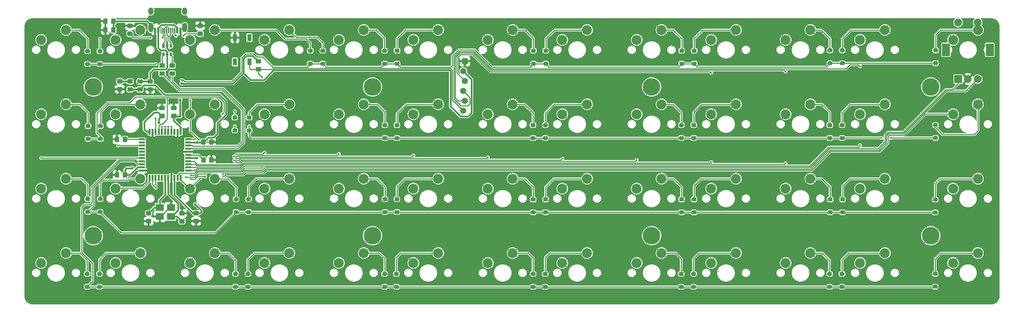
<source format=gbl>
G04 #@! TF.GenerationSoftware,KiCad,Pcbnew,(5.1.10-1-10_14)*
G04 #@! TF.CreationDate,2021-09-09T13:04:37-05:00*
G04 #@! TF.ProjectId,ori,6f72692e-6b69-4636-9164-5f7063625858,rev?*
G04 #@! TF.SameCoordinates,Original*
G04 #@! TF.FileFunction,Copper,L2,Bot*
G04 #@! TF.FilePolarity,Positive*
%FSLAX46Y46*%
G04 Gerber Fmt 4.6, Leading zero omitted, Abs format (unit mm)*
G04 Created by KiCad (PCBNEW (5.1.10-1-10_14)) date 2021-09-09 13:04:37*
%MOMM*%
%LPD*%
G01*
G04 APERTURE LIST*
G04 #@! TA.AperFunction,ComponentPad*
%ADD10C,4.500000*%
G04 #@! TD*
G04 #@! TA.AperFunction,ComponentPad*
%ADD11C,2.540000*%
G04 #@! TD*
G04 #@! TA.AperFunction,ComponentPad*
%ADD12R,2.000000X2.000000*%
G04 #@! TD*
G04 #@! TA.AperFunction,ComponentPad*
%ADD13C,2.000000*%
G04 #@! TD*
G04 #@! TA.AperFunction,ComponentPad*
%ADD14R,2.000000X3.200000*%
G04 #@! TD*
G04 #@! TA.AperFunction,SMDPad,CuDef*
%ADD15R,2.100000X1.800000*%
G04 #@! TD*
G04 #@! TA.AperFunction,ComponentPad*
%ADD16C,1.600200*%
G04 #@! TD*
G04 #@! TA.AperFunction,SMDPad,CuDef*
%ADD17R,0.500000X1.500000*%
G04 #@! TD*
G04 #@! TA.AperFunction,SMDPad,CuDef*
%ADD18R,1.500000X0.500000*%
G04 #@! TD*
G04 #@! TA.AperFunction,ComponentPad*
%ADD19O,1.300000X2.400000*%
G04 #@! TD*
G04 #@! TA.AperFunction,ComponentPad*
%ADD20O,1.300000X1.900000*%
G04 #@! TD*
G04 #@! TA.AperFunction,SMDPad,CuDef*
%ADD21R,0.650000X1.060000*%
G04 #@! TD*
G04 #@! TA.AperFunction,SMDPad,CuDef*
%ADD22R,1.100000X1.800000*%
G04 #@! TD*
G04 #@! TA.AperFunction,ViaPad*
%ADD23C,0.500000*%
G04 #@! TD*
G04 #@! TA.AperFunction,ViaPad*
%ADD24C,0.700000*%
G04 #@! TD*
G04 #@! TA.AperFunction,Conductor*
%ADD25C,0.250000*%
G04 #@! TD*
G04 #@! TA.AperFunction,Conductor*
%ADD26C,0.400000*%
G04 #@! TD*
G04 #@! TA.AperFunction,Conductor*
%ADD27C,0.200000*%
G04 #@! TD*
G04 #@! TA.AperFunction,Conductor*
%ADD28C,0.100000*%
G04 #@! TD*
G04 APERTURE END LIST*
D10*
X96440641Y-62706266D03*
X167878049Y-100806202D03*
X239315489Y-62706234D03*
X167878049Y-62706266D03*
X239315489Y-100806298D03*
X96440641Y-100806298D03*
X310753321Y-100806298D03*
X310753321Y-62706266D03*
G04 #@! TA.AperFunction,SMDPad,CuDef*
G36*
G01*
X312340625Y-53806250D02*
X311640625Y-53806250D01*
G75*
G02*
X311390625Y-53556250I0J250000D01*
G01*
X311390625Y-53056250D01*
G75*
G02*
X311640625Y-52806250I250000J0D01*
G01*
X312340625Y-52806250D01*
G75*
G02*
X312590625Y-53056250I0J-250000D01*
G01*
X312590625Y-53556250D01*
G75*
G02*
X312340625Y-53806250I-250000J0D01*
G01*
G37*
G04 #@! TD.AperFunction*
G04 #@! TA.AperFunction,SMDPad,CuDef*
G36*
G01*
X312340625Y-57106250D02*
X311640625Y-57106250D01*
G75*
G02*
X311390625Y-56856250I0J250000D01*
G01*
X311390625Y-56356250D01*
G75*
G02*
X311640625Y-56106250I250000J0D01*
G01*
X312340625Y-56106250D01*
G75*
G02*
X312590625Y-56356250I0J-250000D01*
G01*
X312590625Y-56856250D01*
G75*
G02*
X312340625Y-57106250I-250000J0D01*
G01*
G37*
G04 #@! TD.AperFunction*
G04 #@! TA.AperFunction,SMDPad,CuDef*
G36*
G01*
X312240625Y-92056250D02*
X311540625Y-92056250D01*
G75*
G02*
X311290625Y-91806250I0J250000D01*
G01*
X311290625Y-91306250D01*
G75*
G02*
X311540625Y-91056250I250000J0D01*
G01*
X312240625Y-91056250D01*
G75*
G02*
X312490625Y-91306250I0J-250000D01*
G01*
X312490625Y-91806250D01*
G75*
G02*
X312240625Y-92056250I-250000J0D01*
G01*
G37*
G04 #@! TD.AperFunction*
G04 #@! TA.AperFunction,SMDPad,CuDef*
G36*
G01*
X312240625Y-95356250D02*
X311540625Y-95356250D01*
G75*
G02*
X311290625Y-95106250I0J250000D01*
G01*
X311290625Y-94606250D01*
G75*
G02*
X311540625Y-94356250I250000J0D01*
G01*
X312240625Y-94356250D01*
G75*
G02*
X312490625Y-94606250I0J-250000D01*
G01*
X312490625Y-95106250D01*
G75*
G02*
X312240625Y-95356250I-250000J0D01*
G01*
G37*
G04 #@! TD.AperFunction*
D11*
X316468185Y-69691370D03*
X322818185Y-67151370D03*
X121205625Y-50641250D03*
X127555625Y-48101250D03*
X316468185Y-107791530D03*
X322818185Y-105251530D03*
G04 #@! TA.AperFunction,SMDPad,CuDef*
G36*
G01*
X98537999Y-91899377D02*
X97837999Y-91899377D01*
G75*
G02*
X97587999Y-91649377I0J250000D01*
G01*
X97587999Y-91149377D01*
G75*
G02*
X97837999Y-90899377I250000J0D01*
G01*
X98537999Y-90899377D01*
G75*
G02*
X98787999Y-91149377I0J-250000D01*
G01*
X98787999Y-91649377D01*
G75*
G02*
X98537999Y-91899377I-250000J0D01*
G01*
G37*
G04 #@! TD.AperFunction*
G04 #@! TA.AperFunction,SMDPad,CuDef*
G36*
G01*
X98537999Y-95199377D02*
X97837999Y-95199377D01*
G75*
G02*
X97587999Y-94949377I0J250000D01*
G01*
X97587999Y-94449377D01*
G75*
G02*
X97837999Y-94199377I250000J0D01*
G01*
X98537999Y-94199377D01*
G75*
G02*
X98787999Y-94449377I0J-250000D01*
G01*
X98787999Y-94949377D01*
G75*
G02*
X98537999Y-95199377I-250000J0D01*
G01*
G37*
G04 #@! TD.AperFunction*
G04 #@! TA.AperFunction,SMDPad,CuDef*
G36*
G01*
X103650001Y-61800000D02*
X102749999Y-61800000D01*
G75*
G02*
X102500000Y-61550001I0J249999D01*
G01*
X102500000Y-60899999D01*
G75*
G02*
X102749999Y-60650000I249999J0D01*
G01*
X103650001Y-60650000D01*
G75*
G02*
X103900000Y-60899999I0J-249999D01*
G01*
X103900000Y-61550001D01*
G75*
G02*
X103650001Y-61800000I-249999J0D01*
G01*
G37*
G04 #@! TD.AperFunction*
G04 #@! TA.AperFunction,SMDPad,CuDef*
G36*
G01*
X103650001Y-63850000D02*
X102749999Y-63850000D01*
G75*
G02*
X102500000Y-63600001I0J249999D01*
G01*
X102500000Y-62949999D01*
G75*
G02*
X102749999Y-62700000I249999J0D01*
G01*
X103650001Y-62700000D01*
G75*
G02*
X103900000Y-62949999I0J-249999D01*
G01*
X103900000Y-63600001D01*
G75*
G02*
X103650001Y-63850000I-249999J0D01*
G01*
G37*
G04 #@! TD.AperFunction*
G04 #@! TA.AperFunction,SMDPad,CuDef*
G36*
G01*
X126100000Y-77250001D02*
X126100000Y-76349999D01*
G75*
G02*
X126349999Y-76100000I249999J0D01*
G01*
X127000001Y-76100000D01*
G75*
G02*
X127250000Y-76349999I0J-249999D01*
G01*
X127250000Y-77250001D01*
G75*
G02*
X127000001Y-77500000I-249999J0D01*
G01*
X126349999Y-77500000D01*
G75*
G02*
X126100000Y-77250001I0J249999D01*
G01*
G37*
G04 #@! TD.AperFunction*
G04 #@! TA.AperFunction,SMDPad,CuDef*
G36*
G01*
X124050000Y-77250001D02*
X124050000Y-76349999D01*
G75*
G02*
X124299999Y-76100000I249999J0D01*
G01*
X124950001Y-76100000D01*
G75*
G02*
X125200000Y-76349999I0J-249999D01*
G01*
X125200000Y-77250001D01*
G75*
G02*
X124950001Y-77500000I-249999J0D01*
G01*
X124299999Y-77500000D01*
G75*
G02*
X124050000Y-77250001I0J249999D01*
G01*
G37*
G04 #@! TD.AperFunction*
G04 #@! TA.AperFunction,SMDPad,CuDef*
G36*
G01*
X103075000Y-84749999D02*
X103075000Y-85650001D01*
G75*
G02*
X102825001Y-85900000I-249999J0D01*
G01*
X102174999Y-85900000D01*
G75*
G02*
X101925000Y-85650001I0J249999D01*
G01*
X101925000Y-84749999D01*
G75*
G02*
X102174999Y-84500000I249999J0D01*
G01*
X102825001Y-84500000D01*
G75*
G02*
X103075000Y-84749999I0J-249999D01*
G01*
G37*
G04 #@! TD.AperFunction*
G04 #@! TA.AperFunction,SMDPad,CuDef*
G36*
G01*
X105125000Y-84749999D02*
X105125000Y-85650001D01*
G75*
G02*
X104875001Y-85900000I-249999J0D01*
G01*
X104224999Y-85900000D01*
G75*
G02*
X103975000Y-85650001I0J249999D01*
G01*
X103975000Y-84749999D01*
G75*
G02*
X104224999Y-84500000I249999J0D01*
G01*
X104875001Y-84500000D01*
G75*
G02*
X105125000Y-84749999I0J-249999D01*
G01*
G37*
G04 #@! TD.AperFunction*
G04 #@! TA.AperFunction,SMDPad,CuDef*
G36*
G01*
X247381999Y-53944377D02*
X246681999Y-53944377D01*
G75*
G02*
X246431999Y-53694377I0J250000D01*
G01*
X246431999Y-53194377D01*
G75*
G02*
X246681999Y-52944377I250000J0D01*
G01*
X247381999Y-52944377D01*
G75*
G02*
X247631999Y-53194377I0J-250000D01*
G01*
X247631999Y-53694377D01*
G75*
G02*
X247381999Y-53944377I-250000J0D01*
G01*
G37*
G04 #@! TD.AperFunction*
G04 #@! TA.AperFunction,SMDPad,CuDef*
G36*
G01*
X247381999Y-57244377D02*
X246681999Y-57244377D01*
G75*
G02*
X246431999Y-56994377I0J250000D01*
G01*
X246431999Y-56494377D01*
G75*
G02*
X246681999Y-56244377I250000J0D01*
G01*
X247381999Y-56244377D01*
G75*
G02*
X247631999Y-56494377I0J-250000D01*
G01*
X247631999Y-56994377D01*
G75*
G02*
X247381999Y-57244377I-250000J0D01*
G01*
G37*
G04 #@! TD.AperFunction*
D12*
X317752725Y-60693950D03*
D13*
X320252725Y-60693950D03*
X322752725Y-60693950D03*
D14*
X314652725Y-53193950D03*
X325852725Y-53193950D03*
D13*
X317752725Y-46193950D03*
X322752725Y-46193950D03*
G04 #@! TA.AperFunction,SMDPad,CuDef*
G36*
G01*
X105396999Y-62738000D02*
X106297001Y-62738000D01*
G75*
G02*
X106547000Y-62987999I0J-249999D01*
G01*
X106547000Y-63638001D01*
G75*
G02*
X106297001Y-63888000I-249999J0D01*
G01*
X105396999Y-63888000D01*
G75*
G02*
X105147000Y-63638001I0J249999D01*
G01*
X105147000Y-62987999D01*
G75*
G02*
X105396999Y-62738000I249999J0D01*
G01*
G37*
G04 #@! TD.AperFunction*
G04 #@! TA.AperFunction,SMDPad,CuDef*
G36*
G01*
X105396999Y-60688000D02*
X106297001Y-60688000D01*
G75*
G02*
X106547000Y-60937999I0J-249999D01*
G01*
X106547000Y-61588001D01*
G75*
G02*
X106297001Y-61838000I-249999J0D01*
G01*
X105396999Y-61838000D01*
G75*
G02*
X105147000Y-61588001I0J249999D01*
G01*
X105147000Y-60937999D01*
G75*
G02*
X105396999Y-60688000I249999J0D01*
G01*
G37*
G04 #@! TD.AperFunction*
G04 #@! TA.AperFunction,SMDPad,CuDef*
G36*
G01*
X110549999Y-62750000D02*
X111450001Y-62750000D01*
G75*
G02*
X111700000Y-62999999I0J-249999D01*
G01*
X111700000Y-63650001D01*
G75*
G02*
X111450001Y-63900000I-249999J0D01*
G01*
X110549999Y-63900000D01*
G75*
G02*
X110300000Y-63650001I0J249999D01*
G01*
X110300000Y-62999999D01*
G75*
G02*
X110549999Y-62750000I249999J0D01*
G01*
G37*
G04 #@! TD.AperFunction*
G04 #@! TA.AperFunction,SMDPad,CuDef*
G36*
G01*
X110549999Y-60700000D02*
X111450001Y-60700000D01*
G75*
G02*
X111700000Y-60949999I0J-249999D01*
G01*
X111700000Y-61600001D01*
G75*
G02*
X111450001Y-61850000I-249999J0D01*
G01*
X110549999Y-61850000D01*
G75*
G02*
X110300000Y-61600001I0J249999D01*
G01*
X110300000Y-60949999D01*
G75*
G02*
X110549999Y-60700000I249999J0D01*
G01*
G37*
G04 #@! TD.AperFunction*
G04 #@! TA.AperFunction,SMDPad,CuDef*
G36*
G01*
X100100000Y-47649999D02*
X100100000Y-48550001D01*
G75*
G02*
X99850001Y-48800000I-249999J0D01*
G01*
X99199999Y-48800000D01*
G75*
G02*
X98950000Y-48550001I0J249999D01*
G01*
X98950000Y-47649999D01*
G75*
G02*
X99199999Y-47400000I249999J0D01*
G01*
X99850001Y-47400000D01*
G75*
G02*
X100100000Y-47649999I0J-249999D01*
G01*
G37*
G04 #@! TD.AperFunction*
G04 #@! TA.AperFunction,SMDPad,CuDef*
G36*
G01*
X102150000Y-47649999D02*
X102150000Y-48550001D01*
G75*
G02*
X101900001Y-48800000I-249999J0D01*
G01*
X101249999Y-48800000D01*
G75*
G02*
X101000000Y-48550001I0J249999D01*
G01*
X101000000Y-47649999D01*
G75*
G02*
X101249999Y-47400000I249999J0D01*
G01*
X101900001Y-47400000D01*
G75*
G02*
X102150000Y-47649999I0J-249999D01*
G01*
G37*
G04 #@! TD.AperFunction*
G04 #@! TA.AperFunction,SMDPad,CuDef*
G36*
G01*
X100100000Y-45399999D02*
X100100000Y-46300001D01*
G75*
G02*
X99850001Y-46550000I-249999J0D01*
G01*
X99199999Y-46550000D01*
G75*
G02*
X98950000Y-46300001I0J249999D01*
G01*
X98950000Y-45399999D01*
G75*
G02*
X99199999Y-45150000I249999J0D01*
G01*
X99850001Y-45150000D01*
G75*
G02*
X100100000Y-45399999I0J-249999D01*
G01*
G37*
G04 #@! TD.AperFunction*
G04 #@! TA.AperFunction,SMDPad,CuDef*
G36*
G01*
X102150000Y-45399999D02*
X102150000Y-46300001D01*
G75*
G02*
X101900001Y-46550000I-249999J0D01*
G01*
X101249999Y-46550000D01*
G75*
G02*
X101000000Y-46300001I0J249999D01*
G01*
X101000000Y-45399999D01*
G75*
G02*
X101249999Y-45150000I249999J0D01*
G01*
X101900001Y-45150000D01*
G75*
G02*
X102150000Y-45399999I0J-249999D01*
G01*
G37*
G04 #@! TD.AperFunction*
G04 #@! TA.AperFunction,SMDPad,CuDef*
G36*
G01*
X139159001Y-56698000D02*
X138258999Y-56698000D01*
G75*
G02*
X138009000Y-56448001I0J249999D01*
G01*
X138009000Y-55797999D01*
G75*
G02*
X138258999Y-55548000I249999J0D01*
G01*
X139159001Y-55548000D01*
G75*
G02*
X139409000Y-55797999I0J-249999D01*
G01*
X139409000Y-56448001D01*
G75*
G02*
X139159001Y-56698000I-249999J0D01*
G01*
G37*
G04 #@! TD.AperFunction*
G04 #@! TA.AperFunction,SMDPad,CuDef*
G36*
G01*
X139159001Y-58748000D02*
X138258999Y-58748000D01*
G75*
G02*
X138009000Y-58498001I0J249999D01*
G01*
X138009000Y-57847999D01*
G75*
G02*
X138258999Y-57598000I249999J0D01*
G01*
X139159001Y-57598000D01*
G75*
G02*
X139409000Y-57847999I0J-249999D01*
G01*
X139409000Y-58498001D01*
G75*
G02*
X139159001Y-58748000I-249999J0D01*
G01*
G37*
G04 #@! TD.AperFunction*
G04 #@! TA.AperFunction,SMDPad,CuDef*
G36*
G01*
X123349999Y-48500000D02*
X124250001Y-48500000D01*
G75*
G02*
X124500000Y-48749999I0J-249999D01*
G01*
X124500000Y-49400001D01*
G75*
G02*
X124250001Y-49650000I-249999J0D01*
G01*
X123349999Y-49650000D01*
G75*
G02*
X123100000Y-49400001I0J249999D01*
G01*
X123100000Y-48749999D01*
G75*
G02*
X123349999Y-48500000I249999J0D01*
G01*
G37*
G04 #@! TD.AperFunction*
G04 #@! TA.AperFunction,SMDPad,CuDef*
G36*
G01*
X123349999Y-46450000D02*
X124250001Y-46450000D01*
G75*
G02*
X124500000Y-46699999I0J-249999D01*
G01*
X124500000Y-47350001D01*
G75*
G02*
X124250001Y-47600000I-249999J0D01*
G01*
X123349999Y-47600000D01*
G75*
G02*
X123100000Y-47350001I0J249999D01*
G01*
X123100000Y-46699999D01*
G75*
G02*
X123349999Y-46450000I249999J0D01*
G01*
G37*
G04 #@! TD.AperFunction*
G04 #@! TA.AperFunction,SMDPad,CuDef*
G36*
G01*
X105349999Y-46450000D02*
X106250001Y-46450000D01*
G75*
G02*
X106500000Y-46699999I0J-249999D01*
G01*
X106500000Y-47350001D01*
G75*
G02*
X106250001Y-47600000I-249999J0D01*
G01*
X105349999Y-47600000D01*
G75*
G02*
X105100000Y-47350001I0J249999D01*
G01*
X105100000Y-46699999D01*
G75*
G02*
X105349999Y-46450000I249999J0D01*
G01*
G37*
G04 #@! TD.AperFunction*
G04 #@! TA.AperFunction,SMDPad,CuDef*
G36*
G01*
X105349999Y-48500000D02*
X106250001Y-48500000D01*
G75*
G02*
X106500000Y-48749999I0J-249999D01*
G01*
X106500000Y-49400001D01*
G75*
G02*
X106250001Y-49650000I-249999J0D01*
G01*
X105349999Y-49650000D01*
G75*
G02*
X105100000Y-49400001I0J249999D01*
G01*
X105100000Y-48749999D01*
G75*
G02*
X105349999Y-48500000I249999J0D01*
G01*
G37*
G04 #@! TD.AperFunction*
G04 #@! TA.AperFunction,SMDPad,CuDef*
G36*
G01*
X117080000Y-57783002D02*
X116179998Y-57783002D01*
G75*
G02*
X115929999Y-57533003I0J249999D01*
G01*
X115929999Y-56883001D01*
G75*
G02*
X116179998Y-56633002I249999J0D01*
G01*
X117080000Y-56633002D01*
G75*
G02*
X117329999Y-56883001I0J-249999D01*
G01*
X117329999Y-57533003D01*
G75*
G02*
X117080000Y-57783002I-249999J0D01*
G01*
G37*
G04 #@! TD.AperFunction*
G04 #@! TA.AperFunction,SMDPad,CuDef*
G36*
G01*
X117080000Y-59833002D02*
X116179998Y-59833002D01*
G75*
G02*
X115929999Y-59583003I0J249999D01*
G01*
X115929999Y-58933001D01*
G75*
G02*
X116179998Y-58683002I249999J0D01*
G01*
X117080000Y-58683002D01*
G75*
G02*
X117329999Y-58933001I0J-249999D01*
G01*
X117329999Y-59583003D01*
G75*
G02*
X117080000Y-59833002I-249999J0D01*
G01*
G37*
G04 #@! TD.AperFunction*
G04 #@! TA.AperFunction,SMDPad,CuDef*
G36*
G01*
X114496001Y-57774000D02*
X113595999Y-57774000D01*
G75*
G02*
X113346000Y-57524001I0J249999D01*
G01*
X113346000Y-56873999D01*
G75*
G02*
X113595999Y-56624000I249999J0D01*
G01*
X114496001Y-56624000D01*
G75*
G02*
X114746000Y-56873999I0J-249999D01*
G01*
X114746000Y-57524001D01*
G75*
G02*
X114496001Y-57774000I-249999J0D01*
G01*
G37*
G04 #@! TD.AperFunction*
G04 #@! TA.AperFunction,SMDPad,CuDef*
G36*
G01*
X114496001Y-59824000D02*
X113595999Y-59824000D01*
G75*
G02*
X113346000Y-59574001I0J249999D01*
G01*
X113346000Y-58923999D01*
G75*
G02*
X113595999Y-58674000I249999J0D01*
G01*
X114496001Y-58674000D01*
G75*
G02*
X114746000Y-58923999I0J-249999D01*
G01*
X114746000Y-59574001D01*
G75*
G02*
X114496001Y-59824000I-249999J0D01*
G01*
G37*
G04 #@! TD.AperFunction*
G04 #@! TA.AperFunction,SMDPad,CuDef*
G36*
G01*
X103977499Y-76550001D02*
X103977499Y-75649999D01*
G75*
G02*
X104227498Y-75400000I249999J0D01*
G01*
X104877500Y-75400000D01*
G75*
G02*
X105127499Y-75649999I0J-249999D01*
G01*
X105127499Y-76550001D01*
G75*
G02*
X104877500Y-76800000I-249999J0D01*
G01*
X104227498Y-76800000D01*
G75*
G02*
X103977499Y-76550001I0J249999D01*
G01*
G37*
G04 #@! TD.AperFunction*
G04 #@! TA.AperFunction,SMDPad,CuDef*
G36*
G01*
X101927499Y-76550001D02*
X101927499Y-75649999D01*
G75*
G02*
X102177498Y-75400000I249999J0D01*
G01*
X102827500Y-75400000D01*
G75*
G02*
X103077499Y-75649999I0J-249999D01*
G01*
X103077499Y-76550001D01*
G75*
G02*
X102827500Y-76800000I-249999J0D01*
G01*
X102177498Y-76800000D01*
G75*
G02*
X101927499Y-76550001I0J249999D01*
G01*
G37*
G04 #@! TD.AperFunction*
G04 #@! TA.AperFunction,SMDPad,CuDef*
G36*
G01*
X122299999Y-96500000D02*
X123200001Y-96500000D01*
G75*
G02*
X123450000Y-96749999I0J-249999D01*
G01*
X123450000Y-97400001D01*
G75*
G02*
X123200001Y-97650000I-249999J0D01*
G01*
X122299999Y-97650000D01*
G75*
G02*
X122050000Y-97400001I0J249999D01*
G01*
X122050000Y-96749999D01*
G75*
G02*
X122299999Y-96500000I249999J0D01*
G01*
G37*
G04 #@! TD.AperFunction*
G04 #@! TA.AperFunction,SMDPad,CuDef*
G36*
G01*
X122299999Y-94450000D02*
X123200001Y-94450000D01*
G75*
G02*
X123450000Y-94699999I0J-249999D01*
G01*
X123450000Y-95350001D01*
G75*
G02*
X123200001Y-95600000I-249999J0D01*
G01*
X122299999Y-95600000D01*
G75*
G02*
X122050000Y-95350001I0J249999D01*
G01*
X122050000Y-94699999D01*
G75*
G02*
X122299999Y-94450000I249999J0D01*
G01*
G37*
G04 #@! TD.AperFunction*
G04 #@! TA.AperFunction,SMDPad,CuDef*
G36*
G01*
X117500001Y-68650000D02*
X116599999Y-68650000D01*
G75*
G02*
X116350000Y-68400001I0J249999D01*
G01*
X116350000Y-67749999D01*
G75*
G02*
X116599999Y-67500000I249999J0D01*
G01*
X117500001Y-67500000D01*
G75*
G02*
X117750000Y-67749999I0J-249999D01*
G01*
X117750000Y-68400001D01*
G75*
G02*
X117500001Y-68650000I-249999J0D01*
G01*
G37*
G04 #@! TD.AperFunction*
G04 #@! TA.AperFunction,SMDPad,CuDef*
G36*
G01*
X117500001Y-70700000D02*
X116599999Y-70700000D01*
G75*
G02*
X116350000Y-70450001I0J249999D01*
G01*
X116350000Y-69799999D01*
G75*
G02*
X116599999Y-69550000I249999J0D01*
G01*
X117500001Y-69550000D01*
G75*
G02*
X117750000Y-69799999I0J-249999D01*
G01*
X117750000Y-70450001D01*
G75*
G02*
X117500001Y-70700000I-249999J0D01*
G01*
G37*
G04 #@! TD.AperFunction*
G04 #@! TA.AperFunction,SMDPad,CuDef*
G36*
G01*
X114450001Y-68650000D02*
X113549999Y-68650000D01*
G75*
G02*
X113300000Y-68400001I0J249999D01*
G01*
X113300000Y-67749999D01*
G75*
G02*
X113549999Y-67500000I249999J0D01*
G01*
X114450001Y-67500000D01*
G75*
G02*
X114700000Y-67749999I0J-249999D01*
G01*
X114700000Y-68400001D01*
G75*
G02*
X114450001Y-68650000I-249999J0D01*
G01*
G37*
G04 #@! TD.AperFunction*
G04 #@! TA.AperFunction,SMDPad,CuDef*
G36*
G01*
X114450001Y-70700000D02*
X113549999Y-70700000D01*
G75*
G02*
X113300000Y-70450001I0J249999D01*
G01*
X113300000Y-69799999D01*
G75*
G02*
X113549999Y-69550000I249999J0D01*
G01*
X114450001Y-69550000D01*
G75*
G02*
X114700000Y-69799999I0J-249999D01*
G01*
X114700000Y-70450001D01*
G75*
G02*
X114450001Y-70700000I-249999J0D01*
G01*
G37*
G04 #@! TD.AperFunction*
G04 #@! TA.AperFunction,SMDPad,CuDef*
G36*
G01*
X119600001Y-95650000D02*
X118699999Y-95650000D01*
G75*
G02*
X118450000Y-95400001I0J249999D01*
G01*
X118450000Y-94749999D01*
G75*
G02*
X118699999Y-94500000I249999J0D01*
G01*
X119600001Y-94500000D01*
G75*
G02*
X119850000Y-94749999I0J-249999D01*
G01*
X119850000Y-95400001D01*
G75*
G02*
X119600001Y-95650000I-249999J0D01*
G01*
G37*
G04 #@! TD.AperFunction*
G04 #@! TA.AperFunction,SMDPad,CuDef*
G36*
G01*
X119600001Y-97700000D02*
X118699999Y-97700000D01*
G75*
G02*
X118450000Y-97450001I0J249999D01*
G01*
X118450000Y-96799999D01*
G75*
G02*
X118699999Y-96550000I249999J0D01*
G01*
X119600001Y-96550000D01*
G75*
G02*
X119850000Y-96799999I0J-249999D01*
G01*
X119850000Y-97450001D01*
G75*
G02*
X119600001Y-97700000I-249999J0D01*
G01*
G37*
G04 #@! TD.AperFunction*
G04 #@! TA.AperFunction,SMDPad,CuDef*
G36*
G01*
X110149999Y-96500000D02*
X111050001Y-96500000D01*
G75*
G02*
X111300000Y-96749999I0J-249999D01*
G01*
X111300000Y-97400001D01*
G75*
G02*
X111050001Y-97650000I-249999J0D01*
G01*
X110149999Y-97650000D01*
G75*
G02*
X109900000Y-97400001I0J249999D01*
G01*
X109900000Y-96749999D01*
G75*
G02*
X110149999Y-96500000I249999J0D01*
G01*
G37*
G04 #@! TD.AperFunction*
G04 #@! TA.AperFunction,SMDPad,CuDef*
G36*
G01*
X110149999Y-94450000D02*
X111050001Y-94450000D01*
G75*
G02*
X111300000Y-94699999I0J-249999D01*
G01*
X111300000Y-95350001D01*
G75*
G02*
X111050001Y-95600000I-249999J0D01*
G01*
X110149999Y-95600000D01*
G75*
G02*
X109900000Y-95350001I0J249999D01*
G01*
X109900000Y-94699999D01*
G75*
G02*
X110149999Y-94450000I249999J0D01*
G01*
G37*
G04 #@! TD.AperFunction*
G04 #@! TA.AperFunction,SMDPad,CuDef*
G36*
G01*
X126100000Y-81850001D02*
X126100000Y-80949999D01*
G75*
G02*
X126349999Y-80700000I249999J0D01*
G01*
X127000001Y-80700000D01*
G75*
G02*
X127250000Y-80949999I0J-249999D01*
G01*
X127250000Y-81850001D01*
G75*
G02*
X127000001Y-82100000I-249999J0D01*
G01*
X126349999Y-82100000D01*
G75*
G02*
X126100000Y-81850001I0J249999D01*
G01*
G37*
G04 #@! TD.AperFunction*
G04 #@! TA.AperFunction,SMDPad,CuDef*
G36*
G01*
X124050000Y-81850001D02*
X124050000Y-80949999D01*
G75*
G02*
X124299999Y-80700000I249999J0D01*
G01*
X124950001Y-80700000D01*
G75*
G02*
X125200000Y-80949999I0J-249999D01*
G01*
X125200000Y-81850001D01*
G75*
G02*
X124950001Y-82100000I-249999J0D01*
G01*
X124299999Y-82100000D01*
G75*
G02*
X124050000Y-81850001I0J249999D01*
G01*
G37*
G04 #@! TD.AperFunction*
G04 #@! TA.AperFunction,SMDPad,CuDef*
G36*
G01*
X108850001Y-61850000D02*
X107949999Y-61850000D01*
G75*
G02*
X107700000Y-61600001I0J249999D01*
G01*
X107700000Y-60949999D01*
G75*
G02*
X107949999Y-60700000I249999J0D01*
G01*
X108850001Y-60700000D01*
G75*
G02*
X109100000Y-60949999I0J-249999D01*
G01*
X109100000Y-61600001D01*
G75*
G02*
X108850001Y-61850000I-249999J0D01*
G01*
G37*
G04 #@! TD.AperFunction*
G04 #@! TA.AperFunction,SMDPad,CuDef*
G36*
G01*
X108850001Y-63900000D02*
X107949999Y-63900000D01*
G75*
G02*
X107700000Y-63650001I0J249999D01*
G01*
X107700000Y-62999999D01*
G75*
G02*
X107949999Y-62750000I249999J0D01*
G01*
X108850001Y-62750000D01*
G75*
G02*
X109100000Y-62999999I0J-249999D01*
G01*
X109100000Y-63650001D01*
G75*
G02*
X108850001Y-63900000I-249999J0D01*
G01*
G37*
G04 #@! TD.AperFunction*
D15*
X116350000Y-93550000D03*
X113450000Y-93550000D03*
X113450000Y-95850000D03*
X116350000Y-95850000D03*
G04 #@! TA.AperFunction,ComponentPad*
G36*
G01*
X192346500Y-55699950D02*
X192346500Y-56500050D01*
G75*
G02*
X191946450Y-56900100I-400050J0D01*
G01*
X191146350Y-56900100D01*
G75*
G02*
X190746300Y-56500050I0J400050D01*
G01*
X190746300Y-55699950D01*
G75*
G02*
X191146350Y-55299900I400050J0D01*
G01*
X191946450Y-55299900D01*
G75*
G02*
X192346500Y-55699950I0J-400050D01*
G01*
G37*
G04 #@! TD.AperFunction*
D16*
X191140000Y-58640000D03*
X191546400Y-61180000D03*
X191140000Y-63720000D03*
X191546400Y-66260000D03*
X191140000Y-68800000D03*
D17*
X118800000Y-74200000D03*
X118000000Y-74200000D03*
X117200000Y-74200000D03*
X116400000Y-74200000D03*
X115600000Y-74200000D03*
X114800000Y-74200000D03*
X114000000Y-74200000D03*
X113200000Y-74200000D03*
X112400000Y-74200000D03*
X111600000Y-74200000D03*
X110800000Y-74200000D03*
D18*
X108900000Y-76100000D03*
X108900000Y-76900000D03*
X108900000Y-77700000D03*
X108900000Y-78500000D03*
X108900000Y-79300000D03*
X108900000Y-80100000D03*
X108900000Y-80900000D03*
X108900000Y-81700000D03*
X108900000Y-82500000D03*
X108900000Y-83300000D03*
X108900000Y-84100000D03*
D17*
X110800000Y-86000000D03*
X111600000Y-86000000D03*
X112400000Y-86000000D03*
X113200000Y-86000000D03*
X114000000Y-86000000D03*
X114800000Y-86000000D03*
X115600000Y-86000000D03*
X116400000Y-86000000D03*
X117200000Y-86000000D03*
X118000000Y-86000000D03*
X118800000Y-86000000D03*
D18*
X120700000Y-84100000D03*
X120700000Y-83300000D03*
X120700000Y-82500000D03*
X120700000Y-81700000D03*
X120700000Y-80900000D03*
X120700000Y-80100000D03*
X120700000Y-79300000D03*
X120700000Y-78500000D03*
X120700000Y-77700000D03*
X120700000Y-76900000D03*
X120700000Y-76100000D03*
G04 #@! TA.AperFunction,SMDPad,CuDef*
G36*
G01*
X95312999Y-54041377D02*
X94612999Y-54041377D01*
G75*
G02*
X94362999Y-53791377I0J250000D01*
G01*
X94362999Y-53291377D01*
G75*
G02*
X94612999Y-53041377I250000J0D01*
G01*
X95312999Y-53041377D01*
G75*
G02*
X95562999Y-53291377I0J-250000D01*
G01*
X95562999Y-53791377D01*
G75*
G02*
X95312999Y-54041377I-250000J0D01*
G01*
G37*
G04 #@! TD.AperFunction*
G04 #@! TA.AperFunction,SMDPad,CuDef*
G36*
G01*
X95312999Y-57341377D02*
X94612999Y-57341377D01*
G75*
G02*
X94362999Y-57091377I0J250000D01*
G01*
X94362999Y-56591377D01*
G75*
G02*
X94612999Y-56341377I250000J0D01*
G01*
X95312999Y-56341377D01*
G75*
G02*
X95562999Y-56591377I0J-250000D01*
G01*
X95562999Y-57091377D01*
G75*
G02*
X95312999Y-57341377I-250000J0D01*
G01*
G37*
G04 #@! TD.AperFunction*
G04 #@! TA.AperFunction,SMDPad,CuDef*
G36*
G01*
X98487999Y-54041377D02*
X97787999Y-54041377D01*
G75*
G02*
X97537999Y-53791377I0J250000D01*
G01*
X97537999Y-53291377D01*
G75*
G02*
X97787999Y-53041377I250000J0D01*
G01*
X98487999Y-53041377D01*
G75*
G02*
X98737999Y-53291377I0J-250000D01*
G01*
X98737999Y-53791377D01*
G75*
G02*
X98487999Y-54041377I-250000J0D01*
G01*
G37*
G04 #@! TD.AperFunction*
G04 #@! TA.AperFunction,SMDPad,CuDef*
G36*
G01*
X98487999Y-57341377D02*
X97787999Y-57341377D01*
G75*
G02*
X97537999Y-57091377I0J250000D01*
G01*
X97537999Y-56591377D01*
G75*
G02*
X97787999Y-56341377I250000J0D01*
G01*
X98487999Y-56341377D01*
G75*
G02*
X98737999Y-56591377I0J-250000D01*
G01*
X98737999Y-57091377D01*
G75*
G02*
X98487999Y-57341377I-250000J0D01*
G01*
G37*
G04 #@! TD.AperFunction*
G04 #@! TA.AperFunction,SMDPad,CuDef*
G36*
G01*
X152335999Y-53931002D02*
X151635999Y-53931002D01*
G75*
G02*
X151385999Y-53681002I0J250000D01*
G01*
X151385999Y-53181002D01*
G75*
G02*
X151635999Y-52931002I250000J0D01*
G01*
X152335999Y-52931002D01*
G75*
G02*
X152585999Y-53181002I0J-250000D01*
G01*
X152585999Y-53681002D01*
G75*
G02*
X152335999Y-53931002I-250000J0D01*
G01*
G37*
G04 #@! TD.AperFunction*
G04 #@! TA.AperFunction,SMDPad,CuDef*
G36*
G01*
X152335999Y-57231002D02*
X151635999Y-57231002D01*
G75*
G02*
X151385999Y-56981002I0J250000D01*
G01*
X151385999Y-56481002D01*
G75*
G02*
X151635999Y-56231002I250000J0D01*
G01*
X152335999Y-56231002D01*
G75*
G02*
X152585999Y-56481002I0J-250000D01*
G01*
X152585999Y-56981002D01*
G75*
G02*
X152335999Y-57231002I-250000J0D01*
G01*
G37*
G04 #@! TD.AperFunction*
G04 #@! TA.AperFunction,SMDPad,CuDef*
G36*
G01*
X155510999Y-53931002D02*
X154810999Y-53931002D01*
G75*
G02*
X154560999Y-53681002I0J250000D01*
G01*
X154560999Y-53181002D01*
G75*
G02*
X154810999Y-52931002I250000J0D01*
G01*
X155510999Y-52931002D01*
G75*
G02*
X155760999Y-53181002I0J-250000D01*
G01*
X155760999Y-53681002D01*
G75*
G02*
X155510999Y-53931002I-250000J0D01*
G01*
G37*
G04 #@! TD.AperFunction*
G04 #@! TA.AperFunction,SMDPad,CuDef*
G36*
G01*
X155510999Y-57231002D02*
X154810999Y-57231002D01*
G75*
G02*
X154560999Y-56981002I0J250000D01*
G01*
X154560999Y-56481002D01*
G75*
G02*
X154810999Y-56231002I250000J0D01*
G01*
X155510999Y-56231002D01*
G75*
G02*
X155760999Y-56481002I0J-250000D01*
G01*
X155760999Y-56981002D01*
G75*
G02*
X155510999Y-57231002I-250000J0D01*
G01*
G37*
G04 #@! TD.AperFunction*
G04 #@! TA.AperFunction,SMDPad,CuDef*
G36*
G01*
X171335999Y-53933377D02*
X170635999Y-53933377D01*
G75*
G02*
X170385999Y-53683377I0J250000D01*
G01*
X170385999Y-53183377D01*
G75*
G02*
X170635999Y-52933377I250000J0D01*
G01*
X171335999Y-52933377D01*
G75*
G02*
X171585999Y-53183377I0J-250000D01*
G01*
X171585999Y-53683377D01*
G75*
G02*
X171335999Y-53933377I-250000J0D01*
G01*
G37*
G04 #@! TD.AperFunction*
G04 #@! TA.AperFunction,SMDPad,CuDef*
G36*
G01*
X171335999Y-57233377D02*
X170635999Y-57233377D01*
G75*
G02*
X170385999Y-56983377I0J250000D01*
G01*
X170385999Y-56483377D01*
G75*
G02*
X170635999Y-56233377I250000J0D01*
G01*
X171335999Y-56233377D01*
G75*
G02*
X171585999Y-56483377I0J-250000D01*
G01*
X171585999Y-56983377D01*
G75*
G02*
X171335999Y-57233377I-250000J0D01*
G01*
G37*
G04 #@! TD.AperFunction*
G04 #@! TA.AperFunction,SMDPad,CuDef*
G36*
G01*
X174510999Y-53933377D02*
X173810999Y-53933377D01*
G75*
G02*
X173560999Y-53683377I0J250000D01*
G01*
X173560999Y-53183377D01*
G75*
G02*
X173810999Y-52933377I250000J0D01*
G01*
X174510999Y-52933377D01*
G75*
G02*
X174760999Y-53183377I0J-250000D01*
G01*
X174760999Y-53683377D01*
G75*
G02*
X174510999Y-53933377I-250000J0D01*
G01*
G37*
G04 #@! TD.AperFunction*
G04 #@! TA.AperFunction,SMDPad,CuDef*
G36*
G01*
X174510999Y-57233377D02*
X173810999Y-57233377D01*
G75*
G02*
X173560999Y-56983377I0J250000D01*
G01*
X173560999Y-56483377D01*
G75*
G02*
X173810999Y-56233377I250000J0D01*
G01*
X174510999Y-56233377D01*
G75*
G02*
X174760999Y-56483377I0J-250000D01*
G01*
X174760999Y-56983377D01*
G75*
G02*
X174510999Y-57233377I-250000J0D01*
G01*
G37*
G04 #@! TD.AperFunction*
G04 #@! TA.AperFunction,SMDPad,CuDef*
G36*
G01*
X209408999Y-53944377D02*
X208708999Y-53944377D01*
G75*
G02*
X208458999Y-53694377I0J250000D01*
G01*
X208458999Y-53194377D01*
G75*
G02*
X208708999Y-52944377I250000J0D01*
G01*
X209408999Y-52944377D01*
G75*
G02*
X209658999Y-53194377I0J-250000D01*
G01*
X209658999Y-53694377D01*
G75*
G02*
X209408999Y-53944377I-250000J0D01*
G01*
G37*
G04 #@! TD.AperFunction*
G04 #@! TA.AperFunction,SMDPad,CuDef*
G36*
G01*
X209408999Y-57244377D02*
X208708999Y-57244377D01*
G75*
G02*
X208458999Y-56994377I0J250000D01*
G01*
X208458999Y-56494377D01*
G75*
G02*
X208708999Y-56244377I250000J0D01*
G01*
X209408999Y-56244377D01*
G75*
G02*
X209658999Y-56494377I0J-250000D01*
G01*
X209658999Y-56994377D01*
G75*
G02*
X209408999Y-57244377I-250000J0D01*
G01*
G37*
G04 #@! TD.AperFunction*
G04 #@! TA.AperFunction,SMDPad,CuDef*
G36*
G01*
X212583999Y-53944377D02*
X211883999Y-53944377D01*
G75*
G02*
X211633999Y-53694377I0J250000D01*
G01*
X211633999Y-53194377D01*
G75*
G02*
X211883999Y-52944377I250000J0D01*
G01*
X212583999Y-52944377D01*
G75*
G02*
X212833999Y-53194377I0J-250000D01*
G01*
X212833999Y-53694377D01*
G75*
G02*
X212583999Y-53944377I-250000J0D01*
G01*
G37*
G04 #@! TD.AperFunction*
G04 #@! TA.AperFunction,SMDPad,CuDef*
G36*
G01*
X212583999Y-57244377D02*
X211883999Y-57244377D01*
G75*
G02*
X211633999Y-56994377I0J250000D01*
G01*
X211633999Y-56494377D01*
G75*
G02*
X211883999Y-56244377I250000J0D01*
G01*
X212583999Y-56244377D01*
G75*
G02*
X212833999Y-56494377I0J-250000D01*
G01*
X212833999Y-56994377D01*
G75*
G02*
X212583999Y-57244377I-250000J0D01*
G01*
G37*
G04 #@! TD.AperFunction*
G04 #@! TA.AperFunction,SMDPad,CuDef*
G36*
G01*
X250556999Y-53944377D02*
X249856999Y-53944377D01*
G75*
G02*
X249606999Y-53694377I0J250000D01*
G01*
X249606999Y-53194377D01*
G75*
G02*
X249856999Y-52944377I250000J0D01*
G01*
X250556999Y-52944377D01*
G75*
G02*
X250806999Y-53194377I0J-250000D01*
G01*
X250806999Y-53694377D01*
G75*
G02*
X250556999Y-53944377I-250000J0D01*
G01*
G37*
G04 #@! TD.AperFunction*
G04 #@! TA.AperFunction,SMDPad,CuDef*
G36*
G01*
X250556999Y-57244377D02*
X249856999Y-57244377D01*
G75*
G02*
X249606999Y-56994377I0J250000D01*
G01*
X249606999Y-56494377D01*
G75*
G02*
X249856999Y-56244377I250000J0D01*
G01*
X250556999Y-56244377D01*
G75*
G02*
X250806999Y-56494377I0J-250000D01*
G01*
X250806999Y-56994377D01*
G75*
G02*
X250556999Y-57244377I-250000J0D01*
G01*
G37*
G04 #@! TD.AperFunction*
G04 #@! TA.AperFunction,SMDPad,CuDef*
G36*
G01*
X285300000Y-53800000D02*
X284600000Y-53800000D01*
G75*
G02*
X284350000Y-53550000I0J250000D01*
G01*
X284350000Y-53050000D01*
G75*
G02*
X284600000Y-52800000I250000J0D01*
G01*
X285300000Y-52800000D01*
G75*
G02*
X285550000Y-53050000I0J-250000D01*
G01*
X285550000Y-53550000D01*
G75*
G02*
X285300000Y-53800000I-250000J0D01*
G01*
G37*
G04 #@! TD.AperFunction*
G04 #@! TA.AperFunction,SMDPad,CuDef*
G36*
G01*
X285300000Y-57100000D02*
X284600000Y-57100000D01*
G75*
G02*
X284350000Y-56850000I0J250000D01*
G01*
X284350000Y-56350000D01*
G75*
G02*
X284600000Y-56100000I250000J0D01*
G01*
X285300000Y-56100000D01*
G75*
G02*
X285550000Y-56350000I0J-250000D01*
G01*
X285550000Y-56850000D01*
G75*
G02*
X285300000Y-57100000I-250000J0D01*
G01*
G37*
G04 #@! TD.AperFunction*
G04 #@! TA.AperFunction,SMDPad,CuDef*
G36*
G01*
X95439999Y-73191377D02*
X94739999Y-73191377D01*
G75*
G02*
X94489999Y-72941377I0J250000D01*
G01*
X94489999Y-72441377D01*
G75*
G02*
X94739999Y-72191377I250000J0D01*
G01*
X95439999Y-72191377D01*
G75*
G02*
X95689999Y-72441377I0J-250000D01*
G01*
X95689999Y-72941377D01*
G75*
G02*
X95439999Y-73191377I-250000J0D01*
G01*
G37*
G04 #@! TD.AperFunction*
G04 #@! TA.AperFunction,SMDPad,CuDef*
G36*
G01*
X95439999Y-76491377D02*
X94739999Y-76491377D01*
G75*
G02*
X94489999Y-76241377I0J250000D01*
G01*
X94489999Y-75741377D01*
G75*
G02*
X94739999Y-75491377I250000J0D01*
G01*
X95439999Y-75491377D01*
G75*
G02*
X95689999Y-75741377I0J-250000D01*
G01*
X95689999Y-76241377D01*
G75*
G02*
X95439999Y-76491377I-250000J0D01*
G01*
G37*
G04 #@! TD.AperFunction*
G04 #@! TA.AperFunction,SMDPad,CuDef*
G36*
G01*
X98614999Y-73191377D02*
X97914999Y-73191377D01*
G75*
G02*
X97664999Y-72941377I0J250000D01*
G01*
X97664999Y-72441377D01*
G75*
G02*
X97914999Y-72191377I250000J0D01*
G01*
X98614999Y-72191377D01*
G75*
G02*
X98864999Y-72441377I0J-250000D01*
G01*
X98864999Y-72941377D01*
G75*
G02*
X98614999Y-73191377I-250000J0D01*
G01*
G37*
G04 #@! TD.AperFunction*
G04 #@! TA.AperFunction,SMDPad,CuDef*
G36*
G01*
X98614999Y-76491377D02*
X97914999Y-76491377D01*
G75*
G02*
X97664999Y-76241377I0J250000D01*
G01*
X97664999Y-75741377D01*
G75*
G02*
X97914999Y-75491377I250000J0D01*
G01*
X98614999Y-75491377D01*
G75*
G02*
X98864999Y-75741377I0J-250000D01*
G01*
X98864999Y-76241377D01*
G75*
G02*
X98614999Y-76491377I-250000J0D01*
G01*
G37*
G04 #@! TD.AperFunction*
G04 #@! TA.AperFunction,SMDPad,CuDef*
G36*
G01*
X133000000Y-71042377D02*
X132300000Y-71042377D01*
G75*
G02*
X132050000Y-70792377I0J250000D01*
G01*
X132050000Y-70292377D01*
G75*
G02*
X132300000Y-70042377I250000J0D01*
G01*
X133000000Y-70042377D01*
G75*
G02*
X133250000Y-70292377I0J-250000D01*
G01*
X133250000Y-70792377D01*
G75*
G02*
X133000000Y-71042377I-250000J0D01*
G01*
G37*
G04 #@! TD.AperFunction*
G04 #@! TA.AperFunction,SMDPad,CuDef*
G36*
G01*
X133000000Y-74342377D02*
X132300000Y-74342377D01*
G75*
G02*
X132050000Y-74092377I0J250000D01*
G01*
X132050000Y-73592377D01*
G75*
G02*
X132300000Y-73342377I250000J0D01*
G01*
X133000000Y-73342377D01*
G75*
G02*
X133250000Y-73592377I0J-250000D01*
G01*
X133250000Y-74092377D01*
G75*
G02*
X133000000Y-74342377I-250000J0D01*
G01*
G37*
G04 #@! TD.AperFunction*
G04 #@! TA.AperFunction,SMDPad,CuDef*
G36*
G01*
X136664999Y-71042377D02*
X135964999Y-71042377D01*
G75*
G02*
X135714999Y-70792377I0J250000D01*
G01*
X135714999Y-70292377D01*
G75*
G02*
X135964999Y-70042377I250000J0D01*
G01*
X136664999Y-70042377D01*
G75*
G02*
X136914999Y-70292377I0J-250000D01*
G01*
X136914999Y-70792377D01*
G75*
G02*
X136664999Y-71042377I-250000J0D01*
G01*
G37*
G04 #@! TD.AperFunction*
G04 #@! TA.AperFunction,SMDPad,CuDef*
G36*
G01*
X136664999Y-74342377D02*
X135964999Y-74342377D01*
G75*
G02*
X135714999Y-74092377I0J250000D01*
G01*
X135714999Y-73592377D01*
G75*
G02*
X135964999Y-73342377I250000J0D01*
G01*
X136664999Y-73342377D01*
G75*
G02*
X136914999Y-73592377I0J-250000D01*
G01*
X136914999Y-74092377D01*
G75*
G02*
X136664999Y-74342377I-250000J0D01*
G01*
G37*
G04 #@! TD.AperFunction*
G04 #@! TA.AperFunction,SMDPad,CuDef*
G36*
G01*
X171400000Y-72992377D02*
X170700000Y-72992377D01*
G75*
G02*
X170450000Y-72742377I0J250000D01*
G01*
X170450000Y-72242377D01*
G75*
G02*
X170700000Y-71992377I250000J0D01*
G01*
X171400000Y-71992377D01*
G75*
G02*
X171650000Y-72242377I0J-250000D01*
G01*
X171650000Y-72742377D01*
G75*
G02*
X171400000Y-72992377I-250000J0D01*
G01*
G37*
G04 #@! TD.AperFunction*
G04 #@! TA.AperFunction,SMDPad,CuDef*
G36*
G01*
X171400000Y-76292377D02*
X170700000Y-76292377D01*
G75*
G02*
X170450000Y-76042377I0J250000D01*
G01*
X170450000Y-75542377D01*
G75*
G02*
X170700000Y-75292377I250000J0D01*
G01*
X171400000Y-75292377D01*
G75*
G02*
X171650000Y-75542377I0J-250000D01*
G01*
X171650000Y-76042377D01*
G75*
G02*
X171400000Y-76292377I-250000J0D01*
G01*
G37*
G04 #@! TD.AperFunction*
G04 #@! TA.AperFunction,SMDPad,CuDef*
G36*
G01*
X174500000Y-72992377D02*
X173800000Y-72992377D01*
G75*
G02*
X173550000Y-72742377I0J250000D01*
G01*
X173550000Y-72242377D01*
G75*
G02*
X173800000Y-71992377I250000J0D01*
G01*
X174500000Y-71992377D01*
G75*
G02*
X174750000Y-72242377I0J-250000D01*
G01*
X174750000Y-72742377D01*
G75*
G02*
X174500000Y-72992377I-250000J0D01*
G01*
G37*
G04 #@! TD.AperFunction*
G04 #@! TA.AperFunction,SMDPad,CuDef*
G36*
G01*
X174500000Y-76292377D02*
X173800000Y-76292377D01*
G75*
G02*
X173550000Y-76042377I0J250000D01*
G01*
X173550000Y-75542377D01*
G75*
G02*
X173800000Y-75292377I250000J0D01*
G01*
X174500000Y-75292377D01*
G75*
G02*
X174750000Y-75542377I0J-250000D01*
G01*
X174750000Y-76042377D01*
G75*
G02*
X174500000Y-76292377I-250000J0D01*
G01*
G37*
G04 #@! TD.AperFunction*
G04 #@! TA.AperFunction,SMDPad,CuDef*
G36*
G01*
X209308999Y-72992377D02*
X208608999Y-72992377D01*
G75*
G02*
X208358999Y-72742377I0J250000D01*
G01*
X208358999Y-72242377D01*
G75*
G02*
X208608999Y-71992377I250000J0D01*
G01*
X209308999Y-71992377D01*
G75*
G02*
X209558999Y-72242377I0J-250000D01*
G01*
X209558999Y-72742377D01*
G75*
G02*
X209308999Y-72992377I-250000J0D01*
G01*
G37*
G04 #@! TD.AperFunction*
G04 #@! TA.AperFunction,SMDPad,CuDef*
G36*
G01*
X209308999Y-76292377D02*
X208608999Y-76292377D01*
G75*
G02*
X208358999Y-76042377I0J250000D01*
G01*
X208358999Y-75542377D01*
G75*
G02*
X208608999Y-75292377I250000J0D01*
G01*
X209308999Y-75292377D01*
G75*
G02*
X209558999Y-75542377I0J-250000D01*
G01*
X209558999Y-76042377D01*
G75*
G02*
X209308999Y-76292377I-250000J0D01*
G01*
G37*
G04 #@! TD.AperFunction*
G04 #@! TA.AperFunction,SMDPad,CuDef*
G36*
G01*
X212483999Y-72992377D02*
X211783999Y-72992377D01*
G75*
G02*
X211533999Y-72742377I0J250000D01*
G01*
X211533999Y-72242377D01*
G75*
G02*
X211783999Y-71992377I250000J0D01*
G01*
X212483999Y-71992377D01*
G75*
G02*
X212733999Y-72242377I0J-250000D01*
G01*
X212733999Y-72742377D01*
G75*
G02*
X212483999Y-72992377I-250000J0D01*
G01*
G37*
G04 #@! TD.AperFunction*
G04 #@! TA.AperFunction,SMDPad,CuDef*
G36*
G01*
X212483999Y-76292377D02*
X211783999Y-76292377D01*
G75*
G02*
X211533999Y-76042377I0J250000D01*
G01*
X211533999Y-75542377D01*
G75*
G02*
X211783999Y-75292377I250000J0D01*
G01*
X212483999Y-75292377D01*
G75*
G02*
X212733999Y-75542377I0J-250000D01*
G01*
X212733999Y-76042377D01*
G75*
G02*
X212483999Y-76292377I-250000J0D01*
G01*
G37*
G04 #@! TD.AperFunction*
G04 #@! TA.AperFunction,SMDPad,CuDef*
G36*
G01*
X247281999Y-72992377D02*
X246581999Y-72992377D01*
G75*
G02*
X246331999Y-72742377I0J250000D01*
G01*
X246331999Y-72242377D01*
G75*
G02*
X246581999Y-71992377I250000J0D01*
G01*
X247281999Y-71992377D01*
G75*
G02*
X247531999Y-72242377I0J-250000D01*
G01*
X247531999Y-72742377D01*
G75*
G02*
X247281999Y-72992377I-250000J0D01*
G01*
G37*
G04 #@! TD.AperFunction*
G04 #@! TA.AperFunction,SMDPad,CuDef*
G36*
G01*
X247281999Y-76292377D02*
X246581999Y-76292377D01*
G75*
G02*
X246331999Y-76042377I0J250000D01*
G01*
X246331999Y-75542377D01*
G75*
G02*
X246581999Y-75292377I250000J0D01*
G01*
X247281999Y-75292377D01*
G75*
G02*
X247531999Y-75542377I0J-250000D01*
G01*
X247531999Y-76042377D01*
G75*
G02*
X247281999Y-76292377I-250000J0D01*
G01*
G37*
G04 #@! TD.AperFunction*
G04 #@! TA.AperFunction,SMDPad,CuDef*
G36*
G01*
X250456999Y-72992377D02*
X249756999Y-72992377D01*
G75*
G02*
X249506999Y-72742377I0J250000D01*
G01*
X249506999Y-72242377D01*
G75*
G02*
X249756999Y-71992377I250000J0D01*
G01*
X250456999Y-71992377D01*
G75*
G02*
X250706999Y-72242377I0J-250000D01*
G01*
X250706999Y-72742377D01*
G75*
G02*
X250456999Y-72992377I-250000J0D01*
G01*
G37*
G04 #@! TD.AperFunction*
G04 #@! TA.AperFunction,SMDPad,CuDef*
G36*
G01*
X250456999Y-76292377D02*
X249756999Y-76292377D01*
G75*
G02*
X249506999Y-76042377I0J250000D01*
G01*
X249506999Y-75542377D01*
G75*
G02*
X249756999Y-75292377I250000J0D01*
G01*
X250456999Y-75292377D01*
G75*
G02*
X250706999Y-75542377I0J-250000D01*
G01*
X250706999Y-76042377D01*
G75*
G02*
X250456999Y-76292377I-250000J0D01*
G01*
G37*
G04 #@! TD.AperFunction*
G04 #@! TA.AperFunction,SMDPad,CuDef*
G36*
G01*
X285254999Y-72992377D02*
X284554999Y-72992377D01*
G75*
G02*
X284304999Y-72742377I0J250000D01*
G01*
X284304999Y-72242377D01*
G75*
G02*
X284554999Y-71992377I250000J0D01*
G01*
X285254999Y-71992377D01*
G75*
G02*
X285504999Y-72242377I0J-250000D01*
G01*
X285504999Y-72742377D01*
G75*
G02*
X285254999Y-72992377I-250000J0D01*
G01*
G37*
G04 #@! TD.AperFunction*
G04 #@! TA.AperFunction,SMDPad,CuDef*
G36*
G01*
X285254999Y-76292377D02*
X284554999Y-76292377D01*
G75*
G02*
X284304999Y-76042377I0J250000D01*
G01*
X284304999Y-75542377D01*
G75*
G02*
X284554999Y-75292377I250000J0D01*
G01*
X285254999Y-75292377D01*
G75*
G02*
X285504999Y-75542377I0J-250000D01*
G01*
X285504999Y-76042377D01*
G75*
G02*
X285254999Y-76292377I-250000J0D01*
G01*
G37*
G04 #@! TD.AperFunction*
G04 #@! TA.AperFunction,SMDPad,CuDef*
G36*
G01*
X288429999Y-72992377D02*
X287729999Y-72992377D01*
G75*
G02*
X287479999Y-72742377I0J250000D01*
G01*
X287479999Y-72242377D01*
G75*
G02*
X287729999Y-71992377I250000J0D01*
G01*
X288429999Y-71992377D01*
G75*
G02*
X288679999Y-72242377I0J-250000D01*
G01*
X288679999Y-72742377D01*
G75*
G02*
X288429999Y-72992377I-250000J0D01*
G01*
G37*
G04 #@! TD.AperFunction*
G04 #@! TA.AperFunction,SMDPad,CuDef*
G36*
G01*
X288429999Y-76292377D02*
X287729999Y-76292377D01*
G75*
G02*
X287479999Y-76042377I0J250000D01*
G01*
X287479999Y-75542377D01*
G75*
G02*
X287729999Y-75292377I250000J0D01*
G01*
X288429999Y-75292377D01*
G75*
G02*
X288679999Y-75542377I0J-250000D01*
G01*
X288679999Y-76042377D01*
G75*
G02*
X288429999Y-76292377I-250000J0D01*
G01*
G37*
G04 #@! TD.AperFunction*
G04 #@! TA.AperFunction,SMDPad,CuDef*
G36*
G01*
X95362999Y-91899377D02*
X94662999Y-91899377D01*
G75*
G02*
X94412999Y-91649377I0J250000D01*
G01*
X94412999Y-91149377D01*
G75*
G02*
X94662999Y-90899377I250000J0D01*
G01*
X95362999Y-90899377D01*
G75*
G02*
X95612999Y-91149377I0J-250000D01*
G01*
X95612999Y-91649377D01*
G75*
G02*
X95362999Y-91899377I-250000J0D01*
G01*
G37*
G04 #@! TD.AperFunction*
G04 #@! TA.AperFunction,SMDPad,CuDef*
G36*
G01*
X95362999Y-95199377D02*
X94662999Y-95199377D01*
G75*
G02*
X94412999Y-94949377I0J250000D01*
G01*
X94412999Y-94449377D01*
G75*
G02*
X94662999Y-94199377I250000J0D01*
G01*
X95362999Y-94199377D01*
G75*
G02*
X95612999Y-94449377I0J-250000D01*
G01*
X95612999Y-94949377D01*
G75*
G02*
X95362999Y-95199377I-250000J0D01*
G01*
G37*
G04 #@! TD.AperFunction*
G04 #@! TA.AperFunction,SMDPad,CuDef*
G36*
G01*
X133335999Y-91949377D02*
X132635999Y-91949377D01*
G75*
G02*
X132385999Y-91699377I0J250000D01*
G01*
X132385999Y-91199377D01*
G75*
G02*
X132635999Y-90949377I250000J0D01*
G01*
X133335999Y-90949377D01*
G75*
G02*
X133585999Y-91199377I0J-250000D01*
G01*
X133585999Y-91699377D01*
G75*
G02*
X133335999Y-91949377I-250000J0D01*
G01*
G37*
G04 #@! TD.AperFunction*
G04 #@! TA.AperFunction,SMDPad,CuDef*
G36*
G01*
X133335999Y-95249377D02*
X132635999Y-95249377D01*
G75*
G02*
X132385999Y-94999377I0J250000D01*
G01*
X132385999Y-94499377D01*
G75*
G02*
X132635999Y-94249377I250000J0D01*
G01*
X133335999Y-94249377D01*
G75*
G02*
X133585999Y-94499377I0J-250000D01*
G01*
X133585999Y-94999377D01*
G75*
G02*
X133335999Y-95249377I-250000J0D01*
G01*
G37*
G04 #@! TD.AperFunction*
G04 #@! TA.AperFunction,SMDPad,CuDef*
G36*
G01*
X136510999Y-91949377D02*
X135810999Y-91949377D01*
G75*
G02*
X135560999Y-91699377I0J250000D01*
G01*
X135560999Y-91199377D01*
G75*
G02*
X135810999Y-90949377I250000J0D01*
G01*
X136510999Y-90949377D01*
G75*
G02*
X136760999Y-91199377I0J-250000D01*
G01*
X136760999Y-91699377D01*
G75*
G02*
X136510999Y-91949377I-250000J0D01*
G01*
G37*
G04 #@! TD.AperFunction*
G04 #@! TA.AperFunction,SMDPad,CuDef*
G36*
G01*
X136510999Y-95249377D02*
X135810999Y-95249377D01*
G75*
G02*
X135560999Y-94999377I0J250000D01*
G01*
X135560999Y-94499377D01*
G75*
G02*
X135810999Y-94249377I250000J0D01*
G01*
X136510999Y-94249377D01*
G75*
G02*
X136760999Y-94499377I0J-250000D01*
G01*
X136760999Y-94999377D01*
G75*
G02*
X136510999Y-95249377I-250000J0D01*
G01*
G37*
G04 #@! TD.AperFunction*
G04 #@! TA.AperFunction,SMDPad,CuDef*
G36*
G01*
X171435999Y-91949377D02*
X170735999Y-91949377D01*
G75*
G02*
X170485999Y-91699377I0J250000D01*
G01*
X170485999Y-91199377D01*
G75*
G02*
X170735999Y-90949377I250000J0D01*
G01*
X171435999Y-90949377D01*
G75*
G02*
X171685999Y-91199377I0J-250000D01*
G01*
X171685999Y-91699377D01*
G75*
G02*
X171435999Y-91949377I-250000J0D01*
G01*
G37*
G04 #@! TD.AperFunction*
G04 #@! TA.AperFunction,SMDPad,CuDef*
G36*
G01*
X171435999Y-95249377D02*
X170735999Y-95249377D01*
G75*
G02*
X170485999Y-94999377I0J250000D01*
G01*
X170485999Y-94499377D01*
G75*
G02*
X170735999Y-94249377I250000J0D01*
G01*
X171435999Y-94249377D01*
G75*
G02*
X171685999Y-94499377I0J-250000D01*
G01*
X171685999Y-94999377D01*
G75*
G02*
X171435999Y-95249377I-250000J0D01*
G01*
G37*
G04 #@! TD.AperFunction*
G04 #@! TA.AperFunction,SMDPad,CuDef*
G36*
G01*
X174500000Y-91949377D02*
X173800000Y-91949377D01*
G75*
G02*
X173550000Y-91699377I0J250000D01*
G01*
X173550000Y-91199377D01*
G75*
G02*
X173800000Y-90949377I250000J0D01*
G01*
X174500000Y-90949377D01*
G75*
G02*
X174750000Y-91199377I0J-250000D01*
G01*
X174750000Y-91699377D01*
G75*
G02*
X174500000Y-91949377I-250000J0D01*
G01*
G37*
G04 #@! TD.AperFunction*
G04 #@! TA.AperFunction,SMDPad,CuDef*
G36*
G01*
X174500000Y-95249377D02*
X173800000Y-95249377D01*
G75*
G02*
X173550000Y-94999377I0J250000D01*
G01*
X173550000Y-94499377D01*
G75*
G02*
X173800000Y-94249377I250000J0D01*
G01*
X174500000Y-94249377D01*
G75*
G02*
X174750000Y-94499377I0J-250000D01*
G01*
X174750000Y-94999377D01*
G75*
G02*
X174500000Y-95249377I-250000J0D01*
G01*
G37*
G04 #@! TD.AperFunction*
G04 #@! TA.AperFunction,SMDPad,CuDef*
G36*
G01*
X209358999Y-91999377D02*
X208658999Y-91999377D01*
G75*
G02*
X208408999Y-91749377I0J250000D01*
G01*
X208408999Y-91249377D01*
G75*
G02*
X208658999Y-90999377I250000J0D01*
G01*
X209358999Y-90999377D01*
G75*
G02*
X209608999Y-91249377I0J-250000D01*
G01*
X209608999Y-91749377D01*
G75*
G02*
X209358999Y-91999377I-250000J0D01*
G01*
G37*
G04 #@! TD.AperFunction*
G04 #@! TA.AperFunction,SMDPad,CuDef*
G36*
G01*
X209358999Y-95299377D02*
X208658999Y-95299377D01*
G75*
G02*
X208408999Y-95049377I0J250000D01*
G01*
X208408999Y-94549377D01*
G75*
G02*
X208658999Y-94299377I250000J0D01*
G01*
X209358999Y-94299377D01*
G75*
G02*
X209608999Y-94549377I0J-250000D01*
G01*
X209608999Y-95049377D01*
G75*
G02*
X209358999Y-95299377I-250000J0D01*
G01*
G37*
G04 #@! TD.AperFunction*
G04 #@! TA.AperFunction,SMDPad,CuDef*
G36*
G01*
X212533999Y-91999377D02*
X211833999Y-91999377D01*
G75*
G02*
X211583999Y-91749377I0J250000D01*
G01*
X211583999Y-91249377D01*
G75*
G02*
X211833999Y-90999377I250000J0D01*
G01*
X212533999Y-90999377D01*
G75*
G02*
X212783999Y-91249377I0J-250000D01*
G01*
X212783999Y-91749377D01*
G75*
G02*
X212533999Y-91999377I-250000J0D01*
G01*
G37*
G04 #@! TD.AperFunction*
G04 #@! TA.AperFunction,SMDPad,CuDef*
G36*
G01*
X212533999Y-95299377D02*
X211833999Y-95299377D01*
G75*
G02*
X211583999Y-95049377I0J250000D01*
G01*
X211583999Y-94549377D01*
G75*
G02*
X211833999Y-94299377I250000J0D01*
G01*
X212533999Y-94299377D01*
G75*
G02*
X212783999Y-94549377I0J-250000D01*
G01*
X212783999Y-95049377D01*
G75*
G02*
X212533999Y-95299377I-250000J0D01*
G01*
G37*
G04 #@! TD.AperFunction*
G04 #@! TA.AperFunction,SMDPad,CuDef*
G36*
G01*
X247331999Y-91999377D02*
X246631999Y-91999377D01*
G75*
G02*
X246381999Y-91749377I0J250000D01*
G01*
X246381999Y-91249377D01*
G75*
G02*
X246631999Y-90999377I250000J0D01*
G01*
X247331999Y-90999377D01*
G75*
G02*
X247581999Y-91249377I0J-250000D01*
G01*
X247581999Y-91749377D01*
G75*
G02*
X247331999Y-91999377I-250000J0D01*
G01*
G37*
G04 #@! TD.AperFunction*
G04 #@! TA.AperFunction,SMDPad,CuDef*
G36*
G01*
X247331999Y-95299377D02*
X246631999Y-95299377D01*
G75*
G02*
X246381999Y-95049377I0J250000D01*
G01*
X246381999Y-94549377D01*
G75*
G02*
X246631999Y-94299377I250000J0D01*
G01*
X247331999Y-94299377D01*
G75*
G02*
X247581999Y-94549377I0J-250000D01*
G01*
X247581999Y-95049377D01*
G75*
G02*
X247331999Y-95299377I-250000J0D01*
G01*
G37*
G04 #@! TD.AperFunction*
G04 #@! TA.AperFunction,SMDPad,CuDef*
G36*
G01*
X250506999Y-91999377D02*
X249806999Y-91999377D01*
G75*
G02*
X249556999Y-91749377I0J250000D01*
G01*
X249556999Y-91249377D01*
G75*
G02*
X249806999Y-90999377I250000J0D01*
G01*
X250506999Y-90999377D01*
G75*
G02*
X250756999Y-91249377I0J-250000D01*
G01*
X250756999Y-91749377D01*
G75*
G02*
X250506999Y-91999377I-250000J0D01*
G01*
G37*
G04 #@! TD.AperFunction*
G04 #@! TA.AperFunction,SMDPad,CuDef*
G36*
G01*
X250506999Y-95299377D02*
X249806999Y-95299377D01*
G75*
G02*
X249556999Y-95049377I0J250000D01*
G01*
X249556999Y-94549377D01*
G75*
G02*
X249806999Y-94299377I250000J0D01*
G01*
X250506999Y-94299377D01*
G75*
G02*
X250756999Y-94549377I0J-250000D01*
G01*
X250756999Y-95049377D01*
G75*
G02*
X250506999Y-95299377I-250000J0D01*
G01*
G37*
G04 #@! TD.AperFunction*
G04 #@! TA.AperFunction,SMDPad,CuDef*
G36*
G01*
X285354999Y-91999377D02*
X284654999Y-91999377D01*
G75*
G02*
X284404999Y-91749377I0J250000D01*
G01*
X284404999Y-91249377D01*
G75*
G02*
X284654999Y-90999377I250000J0D01*
G01*
X285354999Y-90999377D01*
G75*
G02*
X285604999Y-91249377I0J-250000D01*
G01*
X285604999Y-91749377D01*
G75*
G02*
X285354999Y-91999377I-250000J0D01*
G01*
G37*
G04 #@! TD.AperFunction*
G04 #@! TA.AperFunction,SMDPad,CuDef*
G36*
G01*
X285354999Y-95299377D02*
X284654999Y-95299377D01*
G75*
G02*
X284404999Y-95049377I0J250000D01*
G01*
X284404999Y-94549377D01*
G75*
G02*
X284654999Y-94299377I250000J0D01*
G01*
X285354999Y-94299377D01*
G75*
G02*
X285604999Y-94549377I0J-250000D01*
G01*
X285604999Y-95049377D01*
G75*
G02*
X285354999Y-95299377I-250000J0D01*
G01*
G37*
G04 #@! TD.AperFunction*
G04 #@! TA.AperFunction,SMDPad,CuDef*
G36*
G01*
X288529999Y-91999377D02*
X287829999Y-91999377D01*
G75*
G02*
X287579999Y-91749377I0J250000D01*
G01*
X287579999Y-91249377D01*
G75*
G02*
X287829999Y-90999377I250000J0D01*
G01*
X288529999Y-90999377D01*
G75*
G02*
X288779999Y-91249377I0J-250000D01*
G01*
X288779999Y-91749377D01*
G75*
G02*
X288529999Y-91999377I-250000J0D01*
G01*
G37*
G04 #@! TD.AperFunction*
G04 #@! TA.AperFunction,SMDPad,CuDef*
G36*
G01*
X288529999Y-95299377D02*
X287829999Y-95299377D01*
G75*
G02*
X287579999Y-95049377I0J250000D01*
G01*
X287579999Y-94549377D01*
G75*
G02*
X287829999Y-94299377I250000J0D01*
G01*
X288529999Y-94299377D01*
G75*
G02*
X288779999Y-94549377I0J-250000D01*
G01*
X288779999Y-95049377D01*
G75*
G02*
X288529999Y-95299377I-250000J0D01*
G01*
G37*
G04 #@! TD.AperFunction*
G04 #@! TA.AperFunction,SMDPad,CuDef*
G36*
G01*
X95213804Y-111099377D02*
X94513804Y-111099377D01*
G75*
G02*
X94263804Y-110849377I0J250000D01*
G01*
X94263804Y-110349377D01*
G75*
G02*
X94513804Y-110099377I250000J0D01*
G01*
X95213804Y-110099377D01*
G75*
G02*
X95463804Y-110349377I0J-250000D01*
G01*
X95463804Y-110849377D01*
G75*
G02*
X95213804Y-111099377I-250000J0D01*
G01*
G37*
G04 #@! TD.AperFunction*
G04 #@! TA.AperFunction,SMDPad,CuDef*
G36*
G01*
X95213804Y-114399377D02*
X94513804Y-114399377D01*
G75*
G02*
X94263804Y-114149377I0J250000D01*
G01*
X94263804Y-113649377D01*
G75*
G02*
X94513804Y-113399377I250000J0D01*
G01*
X95213804Y-113399377D01*
G75*
G02*
X95463804Y-113649377I0J-250000D01*
G01*
X95463804Y-114149377D01*
G75*
G02*
X95213804Y-114399377I-250000J0D01*
G01*
G37*
G04 #@! TD.AperFunction*
G04 #@! TA.AperFunction,SMDPad,CuDef*
G36*
G01*
X98387999Y-111099377D02*
X97687999Y-111099377D01*
G75*
G02*
X97437999Y-110849377I0J250000D01*
G01*
X97437999Y-110349377D01*
G75*
G02*
X97687999Y-110099377I250000J0D01*
G01*
X98387999Y-110099377D01*
G75*
G02*
X98637999Y-110349377I0J-250000D01*
G01*
X98637999Y-110849377D01*
G75*
G02*
X98387999Y-111099377I-250000J0D01*
G01*
G37*
G04 #@! TD.AperFunction*
G04 #@! TA.AperFunction,SMDPad,CuDef*
G36*
G01*
X98387999Y-114399377D02*
X97687999Y-114399377D01*
G75*
G02*
X97437999Y-114149377I0J250000D01*
G01*
X97437999Y-113649377D01*
G75*
G02*
X97687999Y-113399377I250000J0D01*
G01*
X98387999Y-113399377D01*
G75*
G02*
X98637999Y-113649377I0J-250000D01*
G01*
X98637999Y-114149377D01*
G75*
G02*
X98387999Y-114399377I-250000J0D01*
G01*
G37*
G04 #@! TD.AperFunction*
G04 #@! TA.AperFunction,SMDPad,CuDef*
G36*
G01*
X133185999Y-111099377D02*
X132485999Y-111099377D01*
G75*
G02*
X132235999Y-110849377I0J250000D01*
G01*
X132235999Y-110349377D01*
G75*
G02*
X132485999Y-110099377I250000J0D01*
G01*
X133185999Y-110099377D01*
G75*
G02*
X133435999Y-110349377I0J-250000D01*
G01*
X133435999Y-110849377D01*
G75*
G02*
X133185999Y-111099377I-250000J0D01*
G01*
G37*
G04 #@! TD.AperFunction*
G04 #@! TA.AperFunction,SMDPad,CuDef*
G36*
G01*
X133185999Y-114399377D02*
X132485999Y-114399377D01*
G75*
G02*
X132235999Y-114149377I0J250000D01*
G01*
X132235999Y-113649377D01*
G75*
G02*
X132485999Y-113399377I250000J0D01*
G01*
X133185999Y-113399377D01*
G75*
G02*
X133435999Y-113649377I0J-250000D01*
G01*
X133435999Y-114149377D01*
G75*
G02*
X133185999Y-114399377I-250000J0D01*
G01*
G37*
G04 #@! TD.AperFunction*
G04 #@! TA.AperFunction,SMDPad,CuDef*
G36*
G01*
X136360999Y-111099377D02*
X135660999Y-111099377D01*
G75*
G02*
X135410999Y-110849377I0J250000D01*
G01*
X135410999Y-110349377D01*
G75*
G02*
X135660999Y-110099377I250000J0D01*
G01*
X136360999Y-110099377D01*
G75*
G02*
X136610999Y-110349377I0J-250000D01*
G01*
X136610999Y-110849377D01*
G75*
G02*
X136360999Y-111099377I-250000J0D01*
G01*
G37*
G04 #@! TD.AperFunction*
G04 #@! TA.AperFunction,SMDPad,CuDef*
G36*
G01*
X136360999Y-114399377D02*
X135660999Y-114399377D01*
G75*
G02*
X135410999Y-114149377I0J250000D01*
G01*
X135410999Y-113649377D01*
G75*
G02*
X135660999Y-113399377I250000J0D01*
G01*
X136360999Y-113399377D01*
G75*
G02*
X136610999Y-113649377I0J-250000D01*
G01*
X136610999Y-114149377D01*
G75*
G02*
X136360999Y-114399377I-250000J0D01*
G01*
G37*
G04 #@! TD.AperFunction*
G04 #@! TA.AperFunction,SMDPad,CuDef*
G36*
G01*
X171350000Y-111099377D02*
X170650000Y-111099377D01*
G75*
G02*
X170400000Y-110849377I0J250000D01*
G01*
X170400000Y-110349377D01*
G75*
G02*
X170650000Y-110099377I250000J0D01*
G01*
X171350000Y-110099377D01*
G75*
G02*
X171600000Y-110349377I0J-250000D01*
G01*
X171600000Y-110849377D01*
G75*
G02*
X171350000Y-111099377I-250000J0D01*
G01*
G37*
G04 #@! TD.AperFunction*
G04 #@! TA.AperFunction,SMDPad,CuDef*
G36*
G01*
X171350000Y-114399377D02*
X170650000Y-114399377D01*
G75*
G02*
X170400000Y-114149377I0J250000D01*
G01*
X170400000Y-113649377D01*
G75*
G02*
X170650000Y-113399377I250000J0D01*
G01*
X171350000Y-113399377D01*
G75*
G02*
X171600000Y-113649377I0J-250000D01*
G01*
X171600000Y-114149377D01*
G75*
G02*
X171350000Y-114399377I-250000J0D01*
G01*
G37*
G04 #@! TD.AperFunction*
G04 #@! TA.AperFunction,SMDPad,CuDef*
G36*
G01*
X174333999Y-111099377D02*
X173633999Y-111099377D01*
G75*
G02*
X173383999Y-110849377I0J250000D01*
G01*
X173383999Y-110349377D01*
G75*
G02*
X173633999Y-110099377I250000J0D01*
G01*
X174333999Y-110099377D01*
G75*
G02*
X174583999Y-110349377I0J-250000D01*
G01*
X174583999Y-110849377D01*
G75*
G02*
X174333999Y-111099377I-250000J0D01*
G01*
G37*
G04 #@! TD.AperFunction*
G04 #@! TA.AperFunction,SMDPad,CuDef*
G36*
G01*
X174333999Y-114399377D02*
X173633999Y-114399377D01*
G75*
G02*
X173383999Y-114149377I0J250000D01*
G01*
X173383999Y-113649377D01*
G75*
G02*
X173633999Y-113399377I250000J0D01*
G01*
X174333999Y-113399377D01*
G75*
G02*
X174583999Y-113649377I0J-250000D01*
G01*
X174583999Y-114149377D01*
G75*
G02*
X174333999Y-114399377I-250000J0D01*
G01*
G37*
G04 #@! TD.AperFunction*
G04 #@! TA.AperFunction,SMDPad,CuDef*
G36*
G01*
X209350000Y-111099377D02*
X208650000Y-111099377D01*
G75*
G02*
X208400000Y-110849377I0J250000D01*
G01*
X208400000Y-110349377D01*
G75*
G02*
X208650000Y-110099377I250000J0D01*
G01*
X209350000Y-110099377D01*
G75*
G02*
X209600000Y-110349377I0J-250000D01*
G01*
X209600000Y-110849377D01*
G75*
G02*
X209350000Y-111099377I-250000J0D01*
G01*
G37*
G04 #@! TD.AperFunction*
G04 #@! TA.AperFunction,SMDPad,CuDef*
G36*
G01*
X209350000Y-114399377D02*
X208650000Y-114399377D01*
G75*
G02*
X208400000Y-114149377I0J250000D01*
G01*
X208400000Y-113649377D01*
G75*
G02*
X208650000Y-113399377I250000J0D01*
G01*
X209350000Y-113399377D01*
G75*
G02*
X209600000Y-113649377I0J-250000D01*
G01*
X209600000Y-114149377D01*
G75*
G02*
X209350000Y-114399377I-250000J0D01*
G01*
G37*
G04 #@! TD.AperFunction*
G04 #@! TA.AperFunction,SMDPad,CuDef*
G36*
G01*
X212433999Y-111099377D02*
X211733999Y-111099377D01*
G75*
G02*
X211483999Y-110849377I0J250000D01*
G01*
X211483999Y-110349377D01*
G75*
G02*
X211733999Y-110099377I250000J0D01*
G01*
X212433999Y-110099377D01*
G75*
G02*
X212683999Y-110349377I0J-250000D01*
G01*
X212683999Y-110849377D01*
G75*
G02*
X212433999Y-111099377I-250000J0D01*
G01*
G37*
G04 #@! TD.AperFunction*
G04 #@! TA.AperFunction,SMDPad,CuDef*
G36*
G01*
X212433999Y-114399377D02*
X211733999Y-114399377D01*
G75*
G02*
X211483999Y-114149377I0J250000D01*
G01*
X211483999Y-113649377D01*
G75*
G02*
X211733999Y-113399377I250000J0D01*
G01*
X212433999Y-113399377D01*
G75*
G02*
X212683999Y-113649377I0J-250000D01*
G01*
X212683999Y-114149377D01*
G75*
G02*
X212433999Y-114399377I-250000J0D01*
G01*
G37*
G04 #@! TD.AperFunction*
G04 #@! TA.AperFunction,SMDPad,CuDef*
G36*
G01*
X247231999Y-111099377D02*
X246531999Y-111099377D01*
G75*
G02*
X246281999Y-110849377I0J250000D01*
G01*
X246281999Y-110349377D01*
G75*
G02*
X246531999Y-110099377I250000J0D01*
G01*
X247231999Y-110099377D01*
G75*
G02*
X247481999Y-110349377I0J-250000D01*
G01*
X247481999Y-110849377D01*
G75*
G02*
X247231999Y-111099377I-250000J0D01*
G01*
G37*
G04 #@! TD.AperFunction*
G04 #@! TA.AperFunction,SMDPad,CuDef*
G36*
G01*
X247231999Y-114399377D02*
X246531999Y-114399377D01*
G75*
G02*
X246281999Y-114149377I0J250000D01*
G01*
X246281999Y-113649377D01*
G75*
G02*
X246531999Y-113399377I250000J0D01*
G01*
X247231999Y-113399377D01*
G75*
G02*
X247481999Y-113649377I0J-250000D01*
G01*
X247481999Y-114149377D01*
G75*
G02*
X247231999Y-114399377I-250000J0D01*
G01*
G37*
G04 #@! TD.AperFunction*
G04 #@! TA.AperFunction,SMDPad,CuDef*
G36*
G01*
X250406999Y-111099377D02*
X249706999Y-111099377D01*
G75*
G02*
X249456999Y-110849377I0J250000D01*
G01*
X249456999Y-110349377D01*
G75*
G02*
X249706999Y-110099377I250000J0D01*
G01*
X250406999Y-110099377D01*
G75*
G02*
X250656999Y-110349377I0J-250000D01*
G01*
X250656999Y-110849377D01*
G75*
G02*
X250406999Y-111099377I-250000J0D01*
G01*
G37*
G04 #@! TD.AperFunction*
G04 #@! TA.AperFunction,SMDPad,CuDef*
G36*
G01*
X250406999Y-114399377D02*
X249706999Y-114399377D01*
G75*
G02*
X249456999Y-114149377I0J250000D01*
G01*
X249456999Y-113649377D01*
G75*
G02*
X249706999Y-113399377I250000J0D01*
G01*
X250406999Y-113399377D01*
G75*
G02*
X250656999Y-113649377I0J-250000D01*
G01*
X250656999Y-114149377D01*
G75*
G02*
X250406999Y-114399377I-250000J0D01*
G01*
G37*
G04 #@! TD.AperFunction*
G04 #@! TA.AperFunction,SMDPad,CuDef*
G36*
G01*
X285204999Y-111099377D02*
X284504999Y-111099377D01*
G75*
G02*
X284254999Y-110849377I0J250000D01*
G01*
X284254999Y-110349377D01*
G75*
G02*
X284504999Y-110099377I250000J0D01*
G01*
X285204999Y-110099377D01*
G75*
G02*
X285454999Y-110349377I0J-250000D01*
G01*
X285454999Y-110849377D01*
G75*
G02*
X285204999Y-111099377I-250000J0D01*
G01*
G37*
G04 #@! TD.AperFunction*
G04 #@! TA.AperFunction,SMDPad,CuDef*
G36*
G01*
X285204999Y-114399377D02*
X284504999Y-114399377D01*
G75*
G02*
X284254999Y-114149377I0J250000D01*
G01*
X284254999Y-113649377D01*
G75*
G02*
X284504999Y-113399377I250000J0D01*
G01*
X285204999Y-113399377D01*
G75*
G02*
X285454999Y-113649377I0J-250000D01*
G01*
X285454999Y-114149377D01*
G75*
G02*
X285204999Y-114399377I-250000J0D01*
G01*
G37*
G04 #@! TD.AperFunction*
G04 #@! TA.AperFunction,SMDPad,CuDef*
G36*
G01*
X288379999Y-111099377D02*
X287679999Y-111099377D01*
G75*
G02*
X287429999Y-110849377I0J250000D01*
G01*
X287429999Y-110349377D01*
G75*
G02*
X287679999Y-110099377I250000J0D01*
G01*
X288379999Y-110099377D01*
G75*
G02*
X288629999Y-110349377I0J-250000D01*
G01*
X288629999Y-110849377D01*
G75*
G02*
X288379999Y-111099377I-250000J0D01*
G01*
G37*
G04 #@! TD.AperFunction*
G04 #@! TA.AperFunction,SMDPad,CuDef*
G36*
G01*
X288379999Y-114399377D02*
X287679999Y-114399377D01*
G75*
G02*
X287429999Y-114149377I0J250000D01*
G01*
X287429999Y-113649377D01*
G75*
G02*
X287679999Y-113399377I250000J0D01*
G01*
X288379999Y-113399377D01*
G75*
G02*
X288629999Y-113649377I0J-250000D01*
G01*
X288629999Y-114149377D01*
G75*
G02*
X288379999Y-114399377I-250000J0D01*
G01*
G37*
G04 #@! TD.AperFunction*
G04 #@! TA.AperFunction,SMDPad,CuDef*
G36*
G01*
X117639825Y-48808627D02*
X117639825Y-47658627D01*
G75*
G02*
X117789825Y-47508627I150000J0D01*
G01*
X118089825Y-47508627D01*
G75*
G02*
X118239825Y-47658627I0J-150000D01*
G01*
X118239825Y-48808627D01*
G75*
G02*
X118089825Y-48958627I-150000J0D01*
G01*
X117789825Y-48958627D01*
G75*
G02*
X117639825Y-48808627I0J150000D01*
G01*
G37*
G04 #@! TD.AperFunction*
G04 #@! TA.AperFunction,SMDPad,CuDef*
G36*
G01*
X118439825Y-48808627D02*
X118439825Y-47658627D01*
G75*
G02*
X118589825Y-47508627I150000J0D01*
G01*
X118889825Y-47508627D01*
G75*
G02*
X119039825Y-47658627I0J-150000D01*
G01*
X119039825Y-48808627D01*
G75*
G02*
X118889825Y-48958627I-150000J0D01*
G01*
X118589825Y-48958627D01*
G75*
G02*
X118439825Y-48808627I0J150000D01*
G01*
G37*
G04 #@! TD.AperFunction*
G04 #@! TA.AperFunction,SMDPad,CuDef*
G36*
G01*
X112739825Y-48808627D02*
X112739825Y-47658627D01*
G75*
G02*
X112889825Y-47508627I150000J0D01*
G01*
X113189825Y-47508627D01*
G75*
G02*
X113339825Y-47658627I0J-150000D01*
G01*
X113339825Y-48808627D01*
G75*
G02*
X113189825Y-48958627I-150000J0D01*
G01*
X112889825Y-48958627D01*
G75*
G02*
X112739825Y-48808627I0J150000D01*
G01*
G37*
G04 #@! TD.AperFunction*
D19*
X111189825Y-47458627D03*
G04 #@! TA.AperFunction,SMDPad,CuDef*
G36*
G01*
X115589825Y-48883627D02*
X115589825Y-47583627D01*
G75*
G02*
X115664825Y-47508627I75000J0D01*
G01*
X115814825Y-47508627D01*
G75*
G02*
X115889825Y-47583627I0J-75000D01*
G01*
X115889825Y-48883627D01*
G75*
G02*
X115814825Y-48958627I-75000J0D01*
G01*
X115664825Y-48958627D01*
G75*
G02*
X115589825Y-48883627I0J75000D01*
G01*
G37*
G04 #@! TD.AperFunction*
G04 #@! TA.AperFunction,SMDPad,CuDef*
G36*
G01*
X116089825Y-48883627D02*
X116089825Y-47583627D01*
G75*
G02*
X116164825Y-47508627I75000J0D01*
G01*
X116314825Y-47508627D01*
G75*
G02*
X116389825Y-47583627I0J-75000D01*
G01*
X116389825Y-48883627D01*
G75*
G02*
X116314825Y-48958627I-75000J0D01*
G01*
X116164825Y-48958627D01*
G75*
G02*
X116089825Y-48883627I0J75000D01*
G01*
G37*
G04 #@! TD.AperFunction*
G04 #@! TA.AperFunction,SMDPad,CuDef*
G36*
G01*
X116589825Y-48883627D02*
X116589825Y-47583627D01*
G75*
G02*
X116664825Y-47508627I75000J0D01*
G01*
X116814825Y-47508627D01*
G75*
G02*
X116889825Y-47583627I0J-75000D01*
G01*
X116889825Y-48883627D01*
G75*
G02*
X116814825Y-48958627I-75000J0D01*
G01*
X116664825Y-48958627D01*
G75*
G02*
X116589825Y-48883627I0J75000D01*
G01*
G37*
G04 #@! TD.AperFunction*
G04 #@! TA.AperFunction,SMDPad,CuDef*
G36*
G01*
X117089825Y-48883627D02*
X117089825Y-47583627D01*
G75*
G02*
X117164825Y-47508627I75000J0D01*
G01*
X117314825Y-47508627D01*
G75*
G02*
X117389825Y-47583627I0J-75000D01*
G01*
X117389825Y-48883627D01*
G75*
G02*
X117314825Y-48958627I-75000J0D01*
G01*
X117164825Y-48958627D01*
G75*
G02*
X117089825Y-48883627I0J75000D01*
G01*
G37*
G04 #@! TD.AperFunction*
G04 #@! TA.AperFunction,SMDPad,CuDef*
G36*
G01*
X115085825Y-48883627D02*
X115085825Y-47583627D01*
G75*
G02*
X115160825Y-47508627I75000J0D01*
G01*
X115310825Y-47508627D01*
G75*
G02*
X115385825Y-47583627I0J-75000D01*
G01*
X115385825Y-48883627D01*
G75*
G02*
X115310825Y-48958627I-75000J0D01*
G01*
X115160825Y-48958627D01*
G75*
G02*
X115085825Y-48883627I0J75000D01*
G01*
G37*
G04 #@! TD.AperFunction*
G04 #@! TA.AperFunction,SMDPad,CuDef*
G36*
G01*
X114589825Y-48883627D02*
X114589825Y-47583627D01*
G75*
G02*
X114664825Y-47508627I75000J0D01*
G01*
X114814825Y-47508627D01*
G75*
G02*
X114889825Y-47583627I0J-75000D01*
G01*
X114889825Y-48883627D01*
G75*
G02*
X114814825Y-48958627I-75000J0D01*
G01*
X114664825Y-48958627D01*
G75*
G02*
X114589825Y-48883627I0J75000D01*
G01*
G37*
G04 #@! TD.AperFunction*
G04 #@! TA.AperFunction,SMDPad,CuDef*
G36*
G01*
X114089825Y-48883627D02*
X114089825Y-47583627D01*
G75*
G02*
X114164825Y-47508627I75000J0D01*
G01*
X114314825Y-47508627D01*
G75*
G02*
X114389825Y-47583627I0J-75000D01*
G01*
X114389825Y-48883627D01*
G75*
G02*
X114314825Y-48958627I-75000J0D01*
G01*
X114164825Y-48958627D01*
G75*
G02*
X114089825Y-48883627I0J75000D01*
G01*
G37*
G04 #@! TD.AperFunction*
G04 #@! TA.AperFunction,SMDPad,CuDef*
G36*
G01*
X113589825Y-48883627D02*
X113589825Y-47583627D01*
G75*
G02*
X113664825Y-47508627I75000J0D01*
G01*
X113814825Y-47508627D01*
G75*
G02*
X113889825Y-47583627I0J-75000D01*
G01*
X113889825Y-48883627D01*
G75*
G02*
X113814825Y-48958627I-75000J0D01*
G01*
X113664825Y-48958627D01*
G75*
G02*
X113589825Y-48883627I0J75000D01*
G01*
G37*
G04 #@! TD.AperFunction*
G04 #@! TA.AperFunction,SMDPad,CuDef*
G36*
G01*
X111939825Y-48808627D02*
X111939825Y-47658627D01*
G75*
G02*
X112089825Y-47508627I150000J0D01*
G01*
X112389825Y-47508627D01*
G75*
G02*
X112539825Y-47658627I0J-150000D01*
G01*
X112539825Y-48808627D01*
G75*
G02*
X112389825Y-48958627I-150000J0D01*
G01*
X112089825Y-48958627D01*
G75*
G02*
X111939825Y-48808627I0J150000D01*
G01*
G37*
G04 #@! TD.AperFunction*
D20*
X111189825Y-43258627D03*
X119789825Y-43258627D03*
D19*
X119789825Y-47458627D03*
G04 #@! TA.AperFunction,SMDPad,CuDef*
G36*
G01*
X115344999Y-53818002D02*
X115344999Y-53818002D01*
G75*
G02*
X115669999Y-54143002I0J-325000D01*
G01*
X115669999Y-54553002D01*
G75*
G02*
X115344999Y-54878002I-325000J0D01*
G01*
X115344999Y-54878002D01*
G75*
G02*
X115019999Y-54553002I0J325000D01*
G01*
X115019999Y-54143002D01*
G75*
G02*
X115344999Y-53818002I325000J0D01*
G01*
G37*
G04 #@! TD.AperFunction*
G04 #@! TA.AperFunction,SMDPad,CuDef*
G36*
G01*
X114394999Y-53818002D02*
X114394999Y-53818002D01*
G75*
G02*
X114719999Y-54143002I0J-325000D01*
G01*
X114719999Y-54553002D01*
G75*
G02*
X114394999Y-54878002I-325000J0D01*
G01*
X114394999Y-54878002D01*
G75*
G02*
X114069999Y-54553002I0J325000D01*
G01*
X114069999Y-54143002D01*
G75*
G02*
X114394999Y-53818002I325000J0D01*
G01*
G37*
G04 #@! TD.AperFunction*
G04 #@! TA.AperFunction,SMDPad,CuDef*
G36*
G01*
X116294999Y-53818002D02*
X116294999Y-53818002D01*
G75*
G02*
X116619999Y-54143002I0J-325000D01*
G01*
X116619999Y-54553002D01*
G75*
G02*
X116294999Y-54878002I-325000J0D01*
G01*
X116294999Y-54878002D01*
G75*
G02*
X115969999Y-54553002I0J325000D01*
G01*
X115969999Y-54143002D01*
G75*
G02*
X116294999Y-53818002I325000J0D01*
G01*
G37*
G04 #@! TD.AperFunction*
G04 #@! TA.AperFunction,SMDPad,CuDef*
G36*
G01*
X116294999Y-51618002D02*
X116294999Y-51618002D01*
G75*
G02*
X116619999Y-51943002I0J-325000D01*
G01*
X116619999Y-52353002D01*
G75*
G02*
X116294999Y-52678002I-325000J0D01*
G01*
X116294999Y-52678002D01*
G75*
G02*
X115969999Y-52353002I0J325000D01*
G01*
X115969999Y-51943002D01*
G75*
G02*
X116294999Y-51618002I325000J0D01*
G01*
G37*
G04 #@! TD.AperFunction*
G04 #@! TA.AperFunction,SMDPad,CuDef*
G36*
G01*
X115344999Y-51618002D02*
X115344999Y-51618002D01*
G75*
G02*
X115669999Y-51943002I0J-325000D01*
G01*
X115669999Y-52353002D01*
G75*
G02*
X115344999Y-52678002I-325000J0D01*
G01*
X115344999Y-52678002D01*
G75*
G02*
X115019999Y-52353002I0J325000D01*
G01*
X115019999Y-51943002D01*
G75*
G02*
X115344999Y-51618002I325000J0D01*
G01*
G37*
G04 #@! TD.AperFunction*
D21*
X114394999Y-52148002D03*
D22*
X132689905Y-56281290D03*
X136389905Y-50081290D03*
X136389905Y-56281290D03*
X132689905Y-50081290D03*
G04 #@! TA.AperFunction,SMDPad,CuDef*
G36*
G01*
X312290625Y-72956250D02*
X311590625Y-72956250D01*
G75*
G02*
X311340625Y-72706250I0J250000D01*
G01*
X311340625Y-72206250D01*
G75*
G02*
X311590625Y-71956250I250000J0D01*
G01*
X312290625Y-71956250D01*
G75*
G02*
X312540625Y-72206250I0J-250000D01*
G01*
X312540625Y-72706250D01*
G75*
G02*
X312290625Y-72956250I-250000J0D01*
G01*
G37*
G04 #@! TD.AperFunction*
G04 #@! TA.AperFunction,SMDPad,CuDef*
G36*
G01*
X312290625Y-76256250D02*
X311590625Y-76256250D01*
G75*
G02*
X311340625Y-76006250I0J250000D01*
G01*
X311340625Y-75506250D01*
G75*
G02*
X311590625Y-75256250I250000J0D01*
G01*
X312290625Y-75256250D01*
G75*
G02*
X312540625Y-75506250I0J-250000D01*
G01*
X312540625Y-76006250D01*
G75*
G02*
X312290625Y-76256250I-250000J0D01*
G01*
G37*
G04 #@! TD.AperFunction*
G04 #@! TA.AperFunction,SMDPad,CuDef*
G36*
G01*
X312240625Y-111056250D02*
X311540625Y-111056250D01*
G75*
G02*
X311290625Y-110806250I0J250000D01*
G01*
X311290625Y-110306250D01*
G75*
G02*
X311540625Y-110056250I250000J0D01*
G01*
X312240625Y-110056250D01*
G75*
G02*
X312490625Y-110306250I0J-250000D01*
G01*
X312490625Y-110806250D01*
G75*
G02*
X312240625Y-111056250I-250000J0D01*
G01*
G37*
G04 #@! TD.AperFunction*
G04 #@! TA.AperFunction,SMDPad,CuDef*
G36*
G01*
X312240625Y-114356250D02*
X311540625Y-114356250D01*
G75*
G02*
X311290625Y-114106250I0J250000D01*
G01*
X311290625Y-113606250D01*
G75*
G02*
X311540625Y-113356250I250000J0D01*
G01*
X312240625Y-113356250D01*
G75*
G02*
X312490625Y-113606250I0J-250000D01*
G01*
X312490625Y-114106250D01*
G75*
G02*
X312240625Y-114356250I-250000J0D01*
G01*
G37*
G04 #@! TD.AperFunction*
D11*
X322818125Y-48101250D03*
X316468125Y-50641250D03*
X316468185Y-88741450D03*
X322818185Y-86201450D03*
X83105625Y-50641250D03*
X89455625Y-48101250D03*
X102155625Y-50641250D03*
X108505625Y-48101250D03*
X146605625Y-48101250D03*
X140255625Y-50641250D03*
X159305625Y-50641250D03*
X165655625Y-48101250D03*
X178355625Y-50641250D03*
X184705625Y-48101250D03*
X197405625Y-50641250D03*
X203755625Y-48101250D03*
X216455625Y-50641250D03*
X222805625Y-48101250D03*
X235505625Y-50641250D03*
X241855625Y-48101250D03*
X254555625Y-50641250D03*
X260905625Y-48101250D03*
X273605625Y-50641250D03*
X279955625Y-48101250D03*
X292655625Y-50641250D03*
X299005625Y-48101250D03*
X83105625Y-69691250D03*
X89455625Y-67151250D03*
X102155625Y-69691250D03*
X108505625Y-67151250D03*
X121205625Y-69691250D03*
X127555625Y-67151250D03*
X140260799Y-69691250D03*
X146610799Y-67151250D03*
X159305625Y-69691250D03*
X165655625Y-67151250D03*
X178355625Y-69691250D03*
X184705625Y-67151250D03*
X197405625Y-69691250D03*
X203755625Y-67151250D03*
X216455625Y-69691250D03*
X222805625Y-67151250D03*
X235505625Y-69691250D03*
X241855625Y-67151250D03*
X254555625Y-69691250D03*
X260905625Y-67151250D03*
X273605625Y-69691250D03*
X279955625Y-67151250D03*
X292655625Y-69691250D03*
X299005625Y-67151250D03*
X83105625Y-88741250D03*
X89455625Y-86201250D03*
X102155625Y-88741250D03*
X108505625Y-86201250D03*
X121205625Y-88741250D03*
X127555625Y-86201250D03*
X140255625Y-88741250D03*
X146605625Y-86201250D03*
X159305625Y-88741250D03*
X165655625Y-86201250D03*
X178355625Y-88741250D03*
X184705625Y-86201250D03*
X216455625Y-88741250D03*
X222805625Y-86201250D03*
X235505625Y-88741250D03*
X241855625Y-86201250D03*
X254555625Y-88741250D03*
X260905625Y-86201250D03*
X273605625Y-88741250D03*
X279955625Y-86201250D03*
X83105625Y-107791250D03*
X89455625Y-105251250D03*
X102155625Y-107791250D03*
X108505625Y-105251250D03*
X121205625Y-107791250D03*
X127555625Y-105251250D03*
X140255625Y-107791250D03*
X146605625Y-105251250D03*
X159305625Y-107791250D03*
X165655625Y-105251250D03*
X178355625Y-107791250D03*
X184705625Y-105251250D03*
X216455625Y-107791250D03*
X222805625Y-105251250D03*
X235505625Y-107791250D03*
X241855625Y-105251250D03*
X254555625Y-107791250D03*
X260905625Y-105251250D03*
X273605625Y-107791250D03*
X279955625Y-105251250D03*
X197405625Y-88741250D03*
X203755625Y-86201250D03*
X197405625Y-107791250D03*
X203755625Y-105251250D03*
X292655625Y-88741250D03*
X299005625Y-86201250D03*
X292655625Y-107791250D03*
X299005625Y-105251250D03*
G04 #@! TA.AperFunction,SMDPad,CuDef*
G36*
G01*
X288450000Y-53800000D02*
X287750000Y-53800000D01*
G75*
G02*
X287500000Y-53550000I0J250000D01*
G01*
X287500000Y-53050000D01*
G75*
G02*
X287750000Y-52800000I250000J0D01*
G01*
X288450000Y-52800000D01*
G75*
G02*
X288700000Y-53050000I0J-250000D01*
G01*
X288700000Y-53550000D01*
G75*
G02*
X288450000Y-53800000I-250000J0D01*
G01*
G37*
G04 #@! TD.AperFunction*
G04 #@! TA.AperFunction,SMDPad,CuDef*
G36*
G01*
X288450000Y-57100000D02*
X287750000Y-57100000D01*
G75*
G02*
X287500000Y-56850000I0J250000D01*
G01*
X287500000Y-56350000D01*
G75*
G02*
X287750000Y-56100000I250000J0D01*
G01*
X288450000Y-56100000D01*
G75*
G02*
X288700000Y-56350000I0J-250000D01*
G01*
X288700000Y-56850000D01*
G75*
G02*
X288450000Y-57100000I-250000J0D01*
G01*
G37*
G04 #@! TD.AperFunction*
D23*
X98150000Y-50350000D03*
X132650000Y-68900000D03*
D24*
X122950000Y-80900000D03*
X122900000Y-76950000D03*
X118650000Y-70200000D03*
X113200000Y-71800000D03*
X106350000Y-83500000D03*
X122550000Y-92800000D03*
X118650000Y-66000000D03*
X119050000Y-61800000D03*
D23*
X112400000Y-70700000D03*
X112400000Y-56850000D03*
X119050000Y-60950000D03*
X132650000Y-72750000D03*
X136300000Y-72750000D03*
X129450000Y-69600000D03*
X300540625Y-75756250D03*
X298140625Y-75756250D03*
X83105625Y-80871250D03*
X121250000Y-66154972D03*
X123450000Y-76205000D03*
X123800000Y-86100000D03*
X133100000Y-79980000D03*
X114000000Y-72850000D03*
X140255625Y-79491250D03*
X132450000Y-80485000D03*
X114800000Y-72850000D03*
X159305625Y-79841250D03*
X133050000Y-80990000D03*
X115600000Y-72850000D03*
X178355625Y-80271250D03*
X132450000Y-81495000D03*
X116400000Y-72850000D03*
X197405625Y-80721250D03*
X133000000Y-82000000D03*
X122550000Y-76100000D03*
X216455625Y-81041250D03*
X235505625Y-81391250D03*
X254555625Y-81921250D03*
X254555625Y-59141250D03*
X273605625Y-82241250D03*
X273605625Y-58771250D03*
X292655625Y-57421250D03*
X292655625Y-77621250D03*
X117600000Y-49600000D03*
X119450000Y-49600000D03*
X114150000Y-50100000D03*
X111100000Y-50100000D03*
X139650000Y-60250000D03*
X139600000Y-83395030D03*
X102770799Y-77724602D03*
X121420799Y-86324602D03*
X125070799Y-85674602D03*
X129620799Y-85585053D03*
X104100000Y-47050000D03*
X107150000Y-84850000D03*
X103550000Y-83850000D03*
X116300000Y-66550000D03*
X114000000Y-66550000D03*
X125700000Y-76800000D03*
X126700000Y-79900000D03*
D24*
X116850000Y-53250000D03*
D23*
X115450000Y-104250000D03*
D24*
X112240625Y-49456250D03*
D23*
X125540625Y-65956250D03*
X120040625Y-65906250D03*
X123840625Y-69006250D03*
X112420799Y-88524602D03*
X121420799Y-85255000D03*
X112420799Y-87774602D03*
X120178909Y-85782712D03*
X125070799Y-84955050D03*
X129620799Y-84955050D03*
D25*
X89610799Y-48094602D02*
X92744602Y-48094602D01*
X94962999Y-50312999D02*
X92744602Y-48094602D01*
X94962999Y-53541377D02*
X94962999Y-50312999D01*
X98137999Y-50362001D02*
X98150000Y-50350000D01*
X98137999Y-53541377D02*
X98137999Y-50362001D01*
X127610799Y-48094602D02*
X143144602Y-48094602D01*
X143144602Y-48094602D02*
X145450000Y-50400000D01*
X145450000Y-50400000D02*
X150950000Y-50400000D01*
X151985999Y-51435999D02*
X151985999Y-53431002D01*
X150950000Y-50400000D02*
X151985999Y-51435999D01*
X153700000Y-50000000D02*
X155160999Y-51460999D01*
X155160999Y-51460999D02*
X155160999Y-53431002D01*
X148504375Y-50000000D02*
X153700000Y-50000000D01*
X146605625Y-48101250D02*
X148504375Y-50000000D01*
X168794462Y-48094462D02*
X165610219Y-48094462D01*
X170985999Y-50285999D02*
X168794462Y-48094462D01*
X170985999Y-53433377D02*
X170985999Y-50285999D01*
X184610169Y-48094462D02*
X176405538Y-48094462D01*
X174160999Y-50339001D02*
X176405538Y-48094462D01*
X174160999Y-53433377D02*
X174160999Y-50339001D01*
X209058999Y-53444377D02*
X209058999Y-50558999D01*
X203610119Y-48094602D02*
X206844602Y-48094602D01*
X209058999Y-50308999D02*
X209058999Y-50558999D01*
X206844602Y-48094602D02*
X209058999Y-50308999D01*
X212233999Y-53444377D02*
X212233999Y-50366001D01*
X214505398Y-48094602D02*
X212233999Y-50366001D01*
X222610799Y-48094602D02*
X214505398Y-48094602D01*
X241610799Y-48094602D02*
X244794602Y-48094602D01*
X247031999Y-50331999D02*
X244794602Y-48094602D01*
X247031999Y-53444377D02*
X247031999Y-50331999D01*
X250206999Y-53444377D02*
X250206999Y-50343001D01*
X252455538Y-48094462D02*
X260609969Y-48094462D01*
X250206999Y-50343001D02*
X252455538Y-48094462D01*
X282744462Y-48094462D02*
X279609919Y-48094462D01*
X284950000Y-50300000D02*
X282744462Y-48094462D01*
X284950000Y-53300000D02*
X284950000Y-50300000D01*
X288100000Y-50400000D02*
X288100000Y-53300000D01*
X290405538Y-48094462D02*
X288100000Y-50400000D01*
X298609869Y-48094462D02*
X290405538Y-48094462D01*
X95089999Y-72691377D02*
X95089999Y-69239999D01*
X93001250Y-67151250D02*
X93075000Y-67225000D01*
X89455625Y-67151250D02*
X93001250Y-67151250D01*
X95089999Y-69239999D02*
X93075000Y-67225000D01*
X98264999Y-72691377D02*
X98264999Y-69085001D01*
X108505625Y-67151250D02*
X100198750Y-67151250D01*
X100198750Y-67151250D02*
X98264999Y-69085001D01*
X132650000Y-70542377D02*
X132650000Y-68900000D01*
X136314999Y-69285001D02*
X136314999Y-70542377D01*
X146610799Y-67151250D02*
X138448750Y-67151250D01*
X138448750Y-67151250D02*
X138325000Y-67275000D01*
X138325000Y-67275000D02*
X136314999Y-69285001D01*
X171050000Y-72492377D02*
X171050000Y-69100000D01*
X165655625Y-67151250D02*
X169101250Y-67151250D01*
X169101250Y-67151250D02*
X169200000Y-67250000D01*
X171050000Y-69100000D02*
X169200000Y-67250000D01*
X174150000Y-72492377D02*
X174150000Y-69600000D01*
X176598750Y-67151250D02*
X176325000Y-67425000D01*
X184705625Y-67151250D02*
X176598750Y-67151250D01*
X174150000Y-69600000D02*
X176325000Y-67425000D01*
X208958999Y-72492377D02*
X208958999Y-69308999D01*
X206801250Y-67151250D02*
X206900000Y-67250000D01*
X203755625Y-67151250D02*
X206801250Y-67151250D01*
X206900000Y-67250000D02*
X208958999Y-69308999D01*
X212133999Y-72492377D02*
X212133999Y-69366001D01*
X214348750Y-67151250D02*
X213925000Y-67575000D01*
X222805625Y-67151250D02*
X214348750Y-67151250D01*
X212133999Y-69366001D02*
X213925000Y-67575000D01*
X246931999Y-72492377D02*
X246931999Y-69281999D01*
X244801250Y-67151250D02*
X244900000Y-67250000D01*
X241855625Y-67151250D02*
X244801250Y-67151250D01*
X244900000Y-67250000D02*
X246931999Y-69281999D01*
X250106999Y-72492377D02*
X250106999Y-69193001D01*
X252148750Y-67151250D02*
X251700000Y-67600000D01*
X260905625Y-67151250D02*
X252148750Y-67151250D01*
X250106999Y-69193001D02*
X251700000Y-67600000D01*
X284904999Y-72492377D02*
X284904999Y-69154999D01*
X282901251Y-67151250D02*
X282998438Y-67248437D01*
X279955625Y-67151250D02*
X282901251Y-67151250D01*
X282998438Y-67248437D02*
X284904999Y-69154999D01*
X288079999Y-72492377D02*
X288079999Y-69270001D01*
X290198749Y-67151250D02*
X289792187Y-67557812D01*
X299005625Y-67151250D02*
X290198749Y-67151250D01*
X288079999Y-69270001D02*
X289792187Y-67557812D01*
X95012999Y-91399377D02*
X95012999Y-87812999D01*
X93401251Y-86201250D02*
X93523438Y-86323437D01*
X89455625Y-86201250D02*
X93401251Y-86201250D01*
X93523438Y-86323437D02*
X95012999Y-87812999D01*
X98187999Y-91399377D02*
X98187999Y-87299415D01*
X98187999Y-87299415D02*
X98887414Y-86600000D01*
X98887414Y-86600000D02*
X105350000Y-86600000D01*
X105748750Y-86201250D02*
X105350000Y-86600000D01*
X108505625Y-86201250D02*
X105748750Y-86201250D01*
X132985999Y-91449377D02*
X132985999Y-88385999D01*
X127555625Y-86201250D02*
X130801249Y-86201250D01*
X130801249Y-86201250D02*
X130823437Y-86223438D01*
X132985999Y-88385999D02*
X130823437Y-86223438D01*
X136160999Y-88239001D02*
X136160999Y-91449377D01*
X138198749Y-86201250D02*
X137792187Y-86607812D01*
X146605625Y-86201250D02*
X138198749Y-86201250D01*
X137792187Y-86607812D02*
X136160999Y-88239001D01*
X171085999Y-91449377D02*
X171085999Y-88285999D01*
X169001249Y-86201250D02*
X169123437Y-86323438D01*
X165655625Y-86201250D02*
X169001249Y-86201250D01*
X171085999Y-88285999D02*
X169123437Y-86323438D01*
X174150000Y-88350000D02*
X174150000Y-91449377D01*
X184705625Y-86201250D02*
X176298749Y-86201250D01*
X176298749Y-86201250D02*
X175817187Y-86682812D01*
X175817187Y-86682812D02*
X174150000Y-88350000D01*
X209008999Y-91499377D02*
X209008999Y-88358999D01*
X206851249Y-86201250D02*
X207198437Y-86548438D01*
X203755625Y-86201250D02*
X206851249Y-86201250D01*
X209008999Y-88358999D02*
X207198437Y-86548438D01*
X212183999Y-91499377D02*
X212183999Y-88316001D01*
X214298751Y-86201250D02*
X213817188Y-86682813D01*
X222805625Y-86201250D02*
X214298751Y-86201250D01*
X212183999Y-88316001D02*
X213817188Y-86682813D01*
X246981999Y-88281999D02*
X246981999Y-91499377D01*
X244901251Y-86201250D02*
X244923438Y-86223437D01*
X241855625Y-86201250D02*
X244901251Y-86201250D01*
X244923438Y-86223437D02*
X246981999Y-88281999D01*
X250156999Y-91499377D02*
X250156999Y-88093001D01*
X252048751Y-86201250D02*
X251617188Y-86632813D01*
X260905625Y-86201250D02*
X252048751Y-86201250D01*
X250156999Y-88093001D02*
X251617188Y-86632813D01*
X285004999Y-91499377D02*
X285004999Y-88354999D01*
X282948438Y-86298437D02*
X285004999Y-88354999D01*
X282851251Y-86201250D02*
X282948438Y-86298437D01*
X279955625Y-86201250D02*
X282851251Y-86201250D01*
X288179999Y-88170001D02*
X288179999Y-91499377D01*
X290148751Y-86201250D02*
X289642188Y-86707813D01*
X299005625Y-86201250D02*
X290148751Y-86201250D01*
X289642188Y-86707813D02*
X288179999Y-88170001D01*
X94863804Y-110599377D02*
X94863804Y-107013804D01*
X89455625Y-105251250D02*
X93101249Y-105251250D01*
X93101249Y-105251250D02*
X93148437Y-105298438D01*
X93148437Y-105298438D02*
X94863804Y-107013804D01*
X98037999Y-106962001D02*
X98037999Y-110599377D01*
X99748749Y-105251250D02*
X99192187Y-105807812D01*
X99192187Y-105807812D02*
X98037999Y-106962001D01*
X108505625Y-105251250D02*
X99748749Y-105251250D01*
X132835999Y-110599377D02*
X132835999Y-107085999D01*
X127555625Y-105251250D02*
X131001249Y-105251250D01*
X131001249Y-105251250D02*
X131098437Y-105348438D01*
X131098437Y-105348438D02*
X132835999Y-107085999D01*
X136010999Y-110599377D02*
X136010999Y-106939001D01*
X146605625Y-105251250D02*
X137698749Y-105251250D01*
X137698749Y-105251250D02*
X137167187Y-105782812D01*
X136010999Y-106939001D02*
X137167187Y-105782812D01*
X171000000Y-106600000D02*
X170725000Y-106325000D01*
X171000000Y-110599377D02*
X171000000Y-106600000D01*
X170725000Y-106325000D02*
X170808999Y-106408999D01*
X165655625Y-105251250D02*
X169651249Y-105251250D01*
X169973437Y-105573438D02*
X170725000Y-106325000D01*
X169651249Y-105251250D02*
X169973437Y-105573438D01*
X173983999Y-110599377D02*
X173983999Y-106416001D01*
X175148749Y-105251250D02*
X174692187Y-105707812D01*
X184705625Y-105251250D02*
X175148749Y-105251250D01*
X173983999Y-106416001D02*
X174692187Y-105707812D01*
X209000000Y-110599377D02*
X209000000Y-106550000D01*
X209000000Y-106550000D02*
X208825000Y-106375000D01*
X208825000Y-106375000D02*
X208908999Y-106458999D01*
X207701249Y-105251250D02*
X207773437Y-105323438D01*
X203755625Y-105251250D02*
X207701249Y-105251250D01*
X207773437Y-105323438D02*
X208825000Y-106375000D01*
X212083999Y-110599377D02*
X212083999Y-106466001D01*
X213298751Y-105251250D02*
X213142188Y-105407813D01*
X222805625Y-105251250D02*
X213298751Y-105251250D01*
X212083999Y-106466001D02*
X213142188Y-105407813D01*
X246881999Y-110599377D02*
X246881999Y-106681999D01*
X241855625Y-105251250D02*
X245451251Y-105251250D01*
X245451251Y-105251250D02*
X245748438Y-105548437D01*
X245748438Y-105548437D02*
X246881999Y-106681999D01*
X250056999Y-110599377D02*
X250056999Y-106693001D01*
X251498749Y-105251250D02*
X251442187Y-105307812D01*
X260905625Y-105251250D02*
X251498749Y-105251250D01*
X250056999Y-106693001D02*
X251442187Y-105307812D01*
X284854999Y-110599377D02*
X284854999Y-107104999D01*
X279955625Y-105251250D02*
X283001249Y-105251250D01*
X283001249Y-105251250D02*
X283098437Y-105348438D01*
X284854999Y-107104999D02*
X283098437Y-105348438D01*
X288029999Y-107020001D02*
X288029999Y-110599377D01*
X289798750Y-105251250D02*
X288029999Y-107020001D01*
X299005625Y-105251250D02*
X289798750Y-105251250D01*
D26*
X108388000Y-63313000D02*
X108400000Y-63325000D01*
X105847000Y-63313000D02*
X108388000Y-63313000D01*
X108900000Y-83300000D02*
X107750000Y-83300000D01*
X105850000Y-85200000D02*
X104550000Y-85200000D01*
X107750000Y-83300000D02*
X105850000Y-85200000D01*
X125875000Y-75600000D02*
X124525000Y-76950000D01*
X120750000Y-76950000D02*
X120700000Y-76900000D01*
X120700000Y-80900000D02*
X122950000Y-80900000D01*
X122900000Y-76950000D02*
X120750000Y-76950000D01*
X124525000Y-76950000D02*
X122900000Y-76950000D01*
X117125000Y-70200000D02*
X117050000Y-70125000D01*
X118650000Y-70200000D02*
X117125000Y-70200000D01*
X113200000Y-70925000D02*
X114000000Y-70125000D01*
X113200000Y-71800000D02*
X113200000Y-70925000D01*
X110800000Y-73700000D02*
X110800000Y-74200000D01*
X106350000Y-83500000D02*
X104950000Y-83500000D01*
X104550000Y-83900000D02*
X104550000Y-85200000D01*
X104950000Y-83500000D02*
X104550000Y-83900000D01*
X118650000Y-66000000D02*
X118650000Y-70200000D01*
X113075000Y-69200000D02*
X114000000Y-70125000D01*
X112000000Y-69200000D02*
X113075000Y-69200000D01*
X109500000Y-73550000D02*
X109500000Y-71700000D01*
X109500000Y-71700000D02*
X112000000Y-69200000D01*
X110150000Y-74200000D02*
X109500000Y-73550000D01*
X110800000Y-74200000D02*
X110150000Y-74200000D01*
X136700000Y-60900000D02*
X134900000Y-59100000D01*
X142594990Y-58405010D02*
X140100000Y-60900000D01*
X187854962Y-58654962D02*
X187605010Y-58405010D01*
X187854962Y-67704962D02*
X187854962Y-58654962D01*
X187605010Y-58405010D02*
X142594990Y-58405010D01*
X192350000Y-70250000D02*
X190400000Y-70250000D01*
X190400000Y-70250000D02*
X187854962Y-67704962D01*
X140100000Y-60900000D02*
X136700000Y-60900000D01*
X193255010Y-69344990D02*
X192350000Y-70250000D01*
X193255010Y-60755010D02*
X193255010Y-69344990D01*
X191140000Y-58640000D02*
X193255010Y-60755010D01*
X122750000Y-95025000D02*
X123775000Y-95025000D01*
X123775000Y-95025000D02*
X124100000Y-94700000D01*
X124100000Y-94350000D02*
X124100000Y-94700000D01*
X122550000Y-92800000D02*
X124100000Y-94350000D01*
X132325000Y-61675000D02*
X134900000Y-59100000D01*
X132200000Y-61800000D02*
X132325000Y-61675000D01*
X119050000Y-61800000D02*
X132200000Y-61800000D01*
X128150000Y-72000000D02*
X128150000Y-74750000D01*
X130355010Y-66361529D02*
X130355010Y-69794990D01*
X130355010Y-69794990D02*
X128150000Y-72000000D01*
X128150000Y-74750000D02*
X127300000Y-75600000D01*
X128741051Y-64747570D02*
X130355010Y-66361529D01*
X109425000Y-62300000D02*
X112250000Y-62300000D01*
X115947570Y-64747570D02*
X128741051Y-64747570D01*
X108400000Y-63325000D02*
X109425000Y-62300000D01*
X112250000Y-62300000D02*
X114694990Y-64744990D01*
X115944990Y-64744990D02*
X115947570Y-64747570D01*
X114694990Y-64744990D02*
X115944990Y-64744990D01*
X127300000Y-75600000D02*
X125875000Y-75600000D01*
X117200000Y-90300000D02*
X117200000Y-86000000D01*
X121925000Y-95025000D02*
X117200000Y-90300000D01*
X122750000Y-95025000D02*
X121925000Y-95025000D01*
X117050000Y-71300000D02*
X117050000Y-70800000D01*
X118800000Y-73050000D02*
X117050000Y-71300000D01*
X117050000Y-70800000D02*
X117050000Y-70125000D01*
X118800000Y-74200000D02*
X118800000Y-73050000D01*
X137292250Y-54706250D02*
X138709000Y-56123000D01*
X135640625Y-54706250D02*
X137292250Y-54706250D01*
X134900000Y-55446875D02*
X135640625Y-54706250D01*
X134900000Y-59100000D02*
X134900000Y-55446875D01*
D25*
X123325000Y-80100000D02*
X124625000Y-81400000D01*
X120700000Y-80100000D02*
X123325000Y-80100000D01*
D26*
X115600000Y-86000000D02*
X115600000Y-90100000D01*
X115600000Y-90100000D02*
X118100000Y-92600000D01*
X116500000Y-95850000D02*
X116350000Y-95850000D01*
X118100000Y-94250000D02*
X116500000Y-95850000D01*
X118100000Y-92600000D02*
X118100000Y-94250000D01*
X117875000Y-95850000D02*
X119150000Y-97125000D01*
X116350000Y-95850000D02*
X117875000Y-95850000D01*
X114800000Y-86000000D02*
X114800000Y-90350000D01*
X113450000Y-91700000D02*
X113450000Y-93550000D01*
X114800000Y-90350000D02*
X113450000Y-91700000D01*
X112075000Y-93550000D02*
X110600000Y-95025000D01*
X113450000Y-93550000D02*
X112075000Y-93550000D01*
D25*
X174158624Y-56731002D02*
X174160999Y-56733377D01*
X288100000Y-56600000D02*
X284950000Y-56600000D01*
X284950000Y-56600000D02*
X283930010Y-57619990D01*
X251082612Y-57619990D02*
X250206999Y-56744377D01*
X283930010Y-57619990D02*
X251082612Y-57619990D01*
X250206999Y-56744377D02*
X247031999Y-56744377D01*
X247031999Y-56744377D02*
X246156386Y-57619990D01*
X213109612Y-57619990D02*
X212233999Y-56744377D01*
X246156386Y-57619990D02*
X213109612Y-57619990D01*
X212233999Y-56744377D02*
X209058999Y-56744377D01*
X170149386Y-57569990D02*
X170985999Y-56733377D01*
X155999987Y-57569990D02*
X170149386Y-57569990D01*
X155160999Y-56731002D02*
X155999987Y-57569990D01*
X151985999Y-56731002D02*
X155160999Y-56731002D01*
X170985999Y-56733377D02*
X174160999Y-56733377D01*
X174160999Y-56733377D02*
X174997612Y-57569990D01*
X188309971Y-57180009D02*
X187919990Y-57569990D01*
X188309971Y-54827786D02*
X188309971Y-57180009D01*
X189927785Y-53209970D02*
X188309971Y-54827786D01*
X194059970Y-53209970D02*
X189927785Y-53209970D01*
X198469990Y-57619990D02*
X194059970Y-53209970D01*
X209058999Y-56744377D02*
X208183386Y-57619990D01*
X208183386Y-57619990D02*
X198469990Y-57619990D01*
X174997612Y-57569990D02*
X187919990Y-57569990D01*
X94962999Y-56841377D02*
X98137999Y-56841377D01*
X112400000Y-74200000D02*
X112400000Y-70700000D01*
X98146622Y-56850000D02*
X98137999Y-56841377D01*
X112400000Y-56850000D02*
X98146622Y-56850000D01*
X151147011Y-57569990D02*
X151985999Y-56731002D01*
X142369990Y-57569990D02*
X151147011Y-57569990D01*
X138227918Y-54998438D02*
X139798437Y-54998438D01*
X119403553Y-60950000D02*
X119798543Y-61344990D01*
X119050000Y-60950000D02*
X119403553Y-60950000D01*
X139798437Y-54998438D02*
X142369990Y-57569990D01*
X132011530Y-61344990D02*
X134444990Y-58911530D01*
X119798543Y-61344990D02*
X132011530Y-61344990D01*
X137480720Y-54251240D02*
X138227918Y-54998438D01*
X135452154Y-54251240D02*
X137480720Y-54251240D01*
X134444990Y-55258404D02*
X135452154Y-54251240D01*
X134444990Y-58911530D02*
X134444990Y-55258404D01*
X311984375Y-56600000D02*
X311990625Y-56606250D01*
X288100000Y-56600000D02*
X311984375Y-56600000D01*
X132650000Y-73842377D02*
X132650000Y-72750000D01*
X136300000Y-73827378D02*
X136314999Y-73842377D01*
X136300000Y-72750000D02*
X136300000Y-73827378D01*
X171239999Y-75792377D02*
X288079999Y-75792377D01*
X171239999Y-75792377D02*
X136892377Y-75792377D01*
X136314999Y-75214999D02*
X136892377Y-75792377D01*
X136314999Y-73842377D02*
X136314999Y-75214999D01*
X113695402Y-72200000D02*
X113200000Y-72695402D01*
X114150000Y-72200000D02*
X113695402Y-72200000D01*
X115350000Y-71000000D02*
X114150000Y-72200000D01*
X113200000Y-72695402D02*
X113200000Y-74200000D01*
X115350000Y-67300000D02*
X115350000Y-71000000D01*
X98264999Y-75991377D02*
X95089999Y-75991377D01*
X98264999Y-75391377D02*
X97409989Y-74536367D01*
X98264999Y-75991377D02*
X98264999Y-75391377D01*
X115350000Y-65450000D02*
X115350000Y-67300000D01*
X129900000Y-69150000D02*
X129450000Y-69600000D01*
X129900000Y-66550000D02*
X129900000Y-69150000D01*
X115699982Y-65202580D02*
X128552580Y-65202580D01*
X128552580Y-65202580D02*
X129900000Y-66550000D01*
X115697402Y-65200000D02*
X115699982Y-65202580D01*
X115600000Y-65200000D02*
X115697402Y-65200000D01*
X115350000Y-65450000D02*
X115600000Y-65200000D01*
X288116126Y-75756250D02*
X288079999Y-75792377D01*
X298140625Y-75756250D02*
X288116126Y-75756250D01*
X100041345Y-66771240D02*
X97409989Y-69402596D01*
X105728760Y-66771240D02*
X100041345Y-66771240D01*
X107250000Y-65250000D02*
X105728760Y-66771240D01*
X115150000Y-65250000D02*
X107250000Y-65250000D01*
X97409989Y-69402596D02*
X97409989Y-69609989D01*
X115350000Y-65450000D02*
X115150000Y-65250000D01*
X97409989Y-69609989D02*
X97409989Y-69402597D01*
X97409989Y-74536367D02*
X97409989Y-69609989D01*
X300540625Y-75756250D02*
X311940625Y-75756250D01*
X133035999Y-94799377D02*
X132985999Y-94749377D01*
X288179999Y-94799377D02*
X133035999Y-94799377D01*
X95712999Y-94699377D02*
X98187999Y-94699377D01*
X95012999Y-94699377D02*
X95712999Y-94699377D01*
X132985999Y-94749377D02*
X127735376Y-100000000D01*
X103488622Y-100000000D02*
X98187999Y-94699377D01*
X127735376Y-100000000D02*
X103488622Y-100000000D01*
X96500000Y-93212376D02*
X95012999Y-94699377D01*
X96500000Y-88450000D02*
X96500000Y-93212376D01*
X103289980Y-81660020D02*
X96500000Y-88450000D01*
X106992595Y-81660020D02*
X103289980Y-81660020D01*
X107832575Y-82500000D02*
X106992595Y-81660020D01*
X108900000Y-82500000D02*
X107832575Y-82500000D01*
X311833752Y-94799377D02*
X311890625Y-94856250D01*
X288179999Y-94799377D02*
X311833752Y-94799377D01*
X288029999Y-113899377D02*
X94863804Y-113899377D01*
X93500000Y-105112586D02*
X96250000Y-107862586D01*
X95600000Y-92800000D02*
X94250000Y-92800000D01*
X96119990Y-92280010D02*
X95600000Y-92800000D01*
X96250000Y-107862586D02*
X96250000Y-112513181D01*
X93500000Y-93550000D02*
X93500000Y-105112586D01*
X108900000Y-81700000D02*
X107569990Y-81700000D01*
X96119990Y-88292595D02*
X96119990Y-92280010D01*
X103132575Y-81280010D02*
X96119990Y-88292595D01*
X107569990Y-81700000D02*
X107150000Y-81280010D01*
X94250000Y-92800000D02*
X93500000Y-93550000D01*
X96250000Y-112513181D02*
X94863804Y-113899377D01*
X107150000Y-81280010D02*
X103132575Y-81280010D01*
X311847498Y-113899377D02*
X311890625Y-113856250D01*
X288029999Y-113899377D02*
X311847498Y-113899377D01*
X118372000Y-63575000D02*
X129556800Y-63575000D01*
X114046000Y-59249000D02*
X118372000Y-63575000D01*
X129556800Y-63575000D02*
X134525000Y-68543200D01*
X134525000Y-68543200D02*
X134525000Y-76806800D01*
X121825001Y-77700000D02*
X120700000Y-77700000D01*
X127098828Y-77880010D02*
X122005011Y-77880010D01*
D27*
X127103838Y-77875000D02*
X127098828Y-77880010D01*
D25*
X133456800Y-77875000D02*
X127103838Y-77875000D01*
X122005011Y-77880010D02*
X121825001Y-77700000D01*
X134525000Y-76806800D02*
X133456800Y-77875000D01*
X116629999Y-61196602D02*
X118558397Y-63125000D01*
X116629999Y-59258002D02*
X116629999Y-61196602D01*
X118558397Y-63125000D02*
X129743200Y-63125000D01*
X129743200Y-63125000D02*
X134975000Y-68356800D01*
X134975000Y-68356800D02*
X134975000Y-76993200D01*
X121825001Y-78500000D02*
X120700000Y-78500000D01*
X133638199Y-78330001D02*
X121995000Y-78330001D01*
X121995000Y-78330001D02*
X121825001Y-78500000D01*
X134975000Y-76993200D02*
X133638199Y-78330001D01*
X83134375Y-80900000D02*
X83105625Y-80871250D01*
X108900000Y-80900000D02*
X83134375Y-80900000D01*
X109165398Y-88634602D02*
X104056850Y-88634602D01*
X110800000Y-87000000D02*
X109165398Y-88634602D01*
X104056850Y-88634602D02*
X102260799Y-88634602D01*
X110800000Y-86000000D02*
X110800000Y-87000000D01*
X120934602Y-88634602D02*
X121260799Y-88634602D01*
X118800000Y-86500000D02*
X120934602Y-88634602D01*
X118800000Y-86000000D02*
X118800000Y-86500000D01*
X121260799Y-66165771D02*
X121250000Y-66154972D01*
X121260799Y-69634602D02*
X121260799Y-66165771D01*
X121260799Y-74015799D02*
X121260799Y-69634602D01*
X123450000Y-76205000D02*
X121260799Y-74015799D01*
X123795401Y-86100000D02*
X123800000Y-86100000D01*
X121260799Y-88634602D02*
X123795401Y-86100000D01*
X114000000Y-74200000D02*
X114000000Y-72850000D01*
X133100000Y-79980000D02*
X133453553Y-79980000D01*
X133453553Y-79980000D02*
X133583603Y-79849950D01*
X139896925Y-79849950D02*
X140255625Y-79491250D01*
X139396925Y-79849950D02*
X139896925Y-79849950D01*
X133583603Y-79849950D02*
X139396925Y-79849950D01*
X139396925Y-79849950D02*
X139850050Y-79849950D01*
X133665341Y-80485000D02*
X133920381Y-80229960D01*
X132450000Y-80485000D02*
X133665341Y-80485000D01*
X114800000Y-74200000D02*
X114800000Y-72850000D01*
X158916915Y-80229960D02*
X159305625Y-79841250D01*
X158316915Y-80229960D02*
X158916915Y-80229960D01*
X133920381Y-80229960D02*
X158316915Y-80229960D01*
X158316915Y-80229960D02*
X158920040Y-80229960D01*
X115600000Y-74200000D02*
X115600000Y-72850000D01*
X133050000Y-80990000D02*
X133697757Y-80990000D01*
X133697757Y-80990000D02*
X134077786Y-80609970D01*
X178016905Y-80609970D02*
X178355625Y-80271250D01*
X177436905Y-80609970D02*
X178016905Y-80609970D01*
X134077786Y-80609970D02*
X177436905Y-80609970D01*
X177436905Y-80609970D02*
X177960368Y-80609970D01*
X116400000Y-74200000D02*
X116400000Y-72850000D01*
X132450000Y-81495000D02*
X133730172Y-81495000D01*
X133730172Y-81495000D02*
X134235191Y-80989980D01*
X197136895Y-80989980D02*
X197405625Y-80721250D01*
X196674355Y-80989980D02*
X197136895Y-80989980D01*
X134235191Y-80989980D02*
X196674355Y-80989980D01*
X196674355Y-80989980D02*
X196960020Y-80989980D01*
X122550000Y-76100000D02*
X120700000Y-76100000D01*
X133000000Y-82000000D02*
X133762586Y-82000000D01*
X133762586Y-82000000D02*
X134392596Y-81369990D01*
X216126885Y-81369990D02*
X216455625Y-81041250D01*
X215754365Y-81369990D02*
X216126885Y-81369990D01*
X215754365Y-81369990D02*
X216051608Y-81369990D01*
X134392596Y-81369990D02*
X215754365Y-81369990D01*
X122250000Y-81700000D02*
X123100000Y-82550000D01*
X123100000Y-82550000D02*
X133750000Y-82550000D01*
X133750000Y-82550000D02*
X134550000Y-81750000D01*
X120700000Y-81700000D02*
X122250000Y-81700000D01*
X235146875Y-81750000D02*
X235505625Y-81391250D01*
X234696875Y-81750000D02*
X235146875Y-81750000D01*
X234696875Y-81750000D02*
X235050000Y-81750000D01*
X134550000Y-81750000D02*
X234696875Y-81750000D01*
X133907404Y-82930010D02*
X134707404Y-82130010D01*
X122942595Y-82930010D02*
X133907404Y-82930010D01*
X122512586Y-82500000D02*
X122942595Y-82930010D01*
X120700000Y-82500000D02*
X122512586Y-82500000D01*
X254346865Y-82130010D02*
X254555625Y-81921250D01*
X253716865Y-82130010D02*
X254346865Y-82130010D01*
X253969990Y-82130010D02*
X253716865Y-82130010D01*
X253716865Y-82130010D02*
X134707404Y-82130010D01*
X197997776Y-58760020D02*
X254174395Y-58760020D01*
X190400000Y-54350000D02*
X193587758Y-54350000D01*
X254174395Y-58760020D02*
X254555625Y-59141250D01*
X193587758Y-54350000D02*
X197997776Y-58760020D01*
X189450000Y-55300000D02*
X190400000Y-54350000D01*
X189450000Y-59083600D02*
X189450000Y-55300000D01*
X191546400Y-61180000D02*
X189450000Y-59083600D01*
X122785190Y-83310020D02*
X134064809Y-83310020D01*
X122775170Y-83300000D02*
X122785190Y-83310020D01*
X120700000Y-83300000D02*
X122775170Y-83300000D01*
X134864810Y-82510020D02*
X273336855Y-82510020D01*
X273336855Y-82510020D02*
X273605625Y-82241250D01*
X134064809Y-83310020D02*
X134864810Y-82510020D01*
X198155181Y-58380010D02*
X273214385Y-58380010D01*
X190242595Y-53969990D02*
X193745162Y-53969990D01*
X273214385Y-58380010D02*
X273605625Y-58771250D01*
X193745162Y-53969990D02*
X198155181Y-58380010D01*
X189069990Y-55142595D02*
X190242595Y-53969990D01*
X189069990Y-65539990D02*
X189069990Y-55142595D01*
X191546400Y-66260000D02*
X189790000Y-66260000D01*
X189790000Y-66260000D02*
X189069990Y-65539990D01*
X284663394Y-78086606D02*
X292190269Y-78086606D01*
X279859970Y-82890030D02*
X284663394Y-78086606D01*
X134222214Y-83690030D02*
X135022215Y-82890030D01*
X292190269Y-78086606D02*
X292655625Y-77621250D01*
X122909970Y-83690030D02*
X134222214Y-83690030D01*
X135022215Y-82890030D02*
X279859970Y-82890030D01*
X120700000Y-84100000D02*
X122500000Y-84100000D01*
X122500000Y-84100000D02*
X122909970Y-83690030D01*
X292214385Y-56980010D02*
X292655625Y-57421250D01*
X290066865Y-56980010D02*
X292214385Y-56980010D01*
X190492586Y-67500000D02*
X188689981Y-65697395D01*
X188689980Y-54985190D02*
X190085190Y-53589980D01*
X191140000Y-63720000D02*
X192800000Y-65380000D01*
X193902566Y-53589980D02*
X198312586Y-58000000D01*
X192800000Y-65380000D02*
X192800000Y-67000000D01*
X188689981Y-65697395D02*
X188689980Y-54985190D01*
X192800000Y-67000000D02*
X192300000Y-67500000D01*
X289046875Y-58000000D02*
X290066865Y-56980010D01*
X198312586Y-58000000D02*
X289046875Y-58000000D01*
X190085190Y-53589980D02*
X193902566Y-53589980D01*
X192300000Y-67500000D02*
X190492586Y-67500000D01*
X104552499Y-76100000D02*
X108900000Y-76100000D01*
D26*
X113069999Y-47683627D02*
X113069999Y-52669999D01*
X113069999Y-52669999D02*
X113650000Y-53250000D01*
X115344999Y-53718002D02*
X115344999Y-54348002D01*
X114876997Y-53250000D02*
X115344999Y-53718002D01*
X113650000Y-53250000D02*
X114876997Y-53250000D01*
X115344999Y-54348002D02*
X115344999Y-57855001D01*
X115344999Y-57855001D02*
X115000000Y-58200000D01*
X115000000Y-58200000D02*
X111900000Y-58200000D01*
X111000000Y-59100000D02*
X111000000Y-61275000D01*
X111900000Y-58200000D02*
X111000000Y-59100000D01*
X111000000Y-61275000D02*
X108400000Y-61275000D01*
X117939825Y-47635855D02*
X117939825Y-47683627D01*
X113877073Y-46798607D02*
X117102577Y-46798607D01*
X113039825Y-47635855D02*
X113877073Y-46798607D01*
X117102577Y-46798607D02*
X117939825Y-47635855D01*
X113039825Y-47683627D02*
X113039825Y-47635855D01*
D25*
X117269999Y-49269999D02*
X117600000Y-49600000D01*
X117269999Y-47683627D02*
X117269999Y-49269999D01*
X119450000Y-49600000D02*
X119900000Y-49150000D01*
X119975000Y-49075000D02*
X119450000Y-49600000D01*
X123800000Y-49075000D02*
X119975000Y-49075000D01*
X114269999Y-49980001D02*
X114150000Y-50100000D01*
X114269999Y-47683627D02*
X114269999Y-49980001D01*
X106825000Y-50100000D02*
X105800000Y-49075000D01*
X111100000Y-50100000D02*
X106825000Y-50100000D01*
X138709000Y-59309000D02*
X139650000Y-60250000D01*
X138709000Y-58173000D02*
X138709000Y-59309000D01*
X191255171Y-68800000D02*
X191140000Y-68800000D01*
X188309972Y-65969972D02*
X191140000Y-68800000D01*
X187850000Y-57950000D02*
X188309972Y-58409972D01*
X188309972Y-58409972D02*
X188309972Y-65969972D01*
X138709000Y-58173000D02*
X142177000Y-58173000D01*
X142177000Y-58173000D02*
X142400000Y-57950000D01*
X142400000Y-57950000D02*
X187850000Y-57950000D01*
X118000000Y-86000000D02*
X118000000Y-85340998D01*
X118000000Y-85340998D02*
X118590998Y-84750000D01*
X123067375Y-84070040D02*
X134379619Y-84070040D01*
X122387415Y-84750000D02*
X123067375Y-84070040D01*
X118590998Y-84750000D02*
X122387415Y-84750000D01*
X137909000Y-58173000D02*
X138709000Y-58173000D01*
X136389905Y-57827065D02*
X136735840Y-58173000D01*
X136735840Y-58173000D02*
X137909000Y-58173000D01*
X136389905Y-56281290D02*
X136389905Y-57827065D01*
X135054629Y-83395030D02*
X134379619Y-84070040D01*
X139600000Y-83395030D02*
X135054629Y-83395030D01*
X311890625Y-110556250D02*
X311890625Y-106806250D01*
X313445345Y-105251530D02*
X322818185Y-105251530D01*
X311890625Y-106806250D02*
X313445345Y-105251530D01*
X102795401Y-77700000D02*
X102770799Y-77724602D01*
X108900000Y-77700000D02*
X102795401Y-77700000D01*
X122425056Y-86324602D02*
X122809541Y-85940116D01*
X121420799Y-86324602D02*
X122425056Y-86324602D01*
X123175055Y-85574602D02*
X124970799Y-85574602D01*
X122997927Y-85751730D02*
X123175055Y-85574602D01*
X124970799Y-85574602D02*
X125070799Y-85674602D01*
X122809541Y-85940116D02*
X122997927Y-85751730D01*
X122997927Y-85751730D02*
X123154658Y-85594999D01*
X298870799Y-77996832D02*
X298870799Y-77996835D01*
X299800645Y-75366270D02*
X300160665Y-75006250D01*
X304013979Y-75006250D02*
X309385817Y-69634412D01*
X281350808Y-83011437D02*
X281350808Y-83011434D01*
X285135606Y-79226636D02*
X297640999Y-79226635D01*
X281350808Y-83011434D02*
X285135606Y-79226636D01*
X280332187Y-84030058D02*
X281350808Y-83011437D01*
X140160180Y-84660051D02*
X140790171Y-84030058D01*
X130349335Y-85210070D02*
X134854031Y-85210070D01*
X299800645Y-77066988D02*
X299800645Y-75366270D01*
X140790171Y-84030058D02*
X280332187Y-84030058D01*
X309385817Y-69634412D02*
X315439816Y-69634412D01*
X297640999Y-79226635D02*
X299800645Y-77066988D01*
X129620799Y-85585053D02*
X129974352Y-85585053D01*
X300160665Y-75006250D02*
X304013979Y-75006250D01*
X135404050Y-84660051D02*
X140160180Y-84660051D01*
X134854031Y-85210070D02*
X135404050Y-84660051D01*
X129974352Y-85585053D02*
X130349335Y-85210070D01*
D26*
X118769999Y-51330001D02*
X116850000Y-53250000D01*
X115816997Y-53250000D02*
X115344999Y-52778002D01*
X115344999Y-52778002D02*
X115344999Y-52148002D01*
X116850000Y-53250000D02*
X115816997Y-53250000D01*
D25*
X115900000Y-93550000D02*
X113600000Y-95850000D01*
X113600000Y-95850000D02*
X113450000Y-95850000D01*
X116350000Y-93550000D02*
X115900000Y-93550000D01*
X104125000Y-47025000D02*
X104100000Y-47050000D01*
X105800000Y-47025000D02*
X104125000Y-47025000D01*
X107900000Y-84100000D02*
X107150000Y-84850000D01*
X108900000Y-84100000D02*
X107900000Y-84100000D01*
X103550000Y-83850000D02*
X102750000Y-83850000D01*
X102500000Y-84100000D02*
X102500000Y-85200000D01*
X102750000Y-83850000D02*
X102500000Y-84100000D01*
X117050000Y-67300000D02*
X116300000Y-66550000D01*
X117050000Y-68075000D02*
X117050000Y-67300000D01*
X114000000Y-66550000D02*
X114000000Y-68075000D01*
X126675000Y-76800000D02*
X125700000Y-76800000D01*
X126700000Y-81375000D02*
X126675000Y-81400000D01*
X126700000Y-79900000D02*
X126700000Y-81375000D01*
D26*
X118769999Y-47683627D02*
X118769999Y-51330001D01*
D25*
X116400000Y-90256520D02*
X119150000Y-93006519D01*
X119150000Y-93006519D02*
X119150000Y-95075000D01*
X116400000Y-86000000D02*
X116400000Y-90256520D01*
X112239825Y-49455450D02*
X112240625Y-49456250D01*
X112239825Y-47683627D02*
X112239825Y-49455450D01*
X125540625Y-65956250D02*
X125540625Y-67306250D01*
X125540625Y-67306250D02*
X123840625Y-69006250D01*
D26*
X105809000Y-61225000D02*
X105847000Y-61263000D01*
X103200000Y-61225000D02*
X105809000Y-61225000D01*
X111219999Y-46908627D02*
X111219999Y-47458627D01*
X110161372Y-45850000D02*
X111219999Y-46908627D01*
X101575000Y-45850000D02*
X110161372Y-45850000D01*
X101575000Y-45850000D02*
X101575000Y-48100000D01*
D25*
X114046000Y-54697001D02*
X114394999Y-54348002D01*
X114046000Y-57199000D02*
X114046000Y-54697001D01*
X116629999Y-54683002D02*
X116294999Y-54348002D01*
X116629999Y-57208002D02*
X116629999Y-54683002D01*
X114394999Y-51368002D02*
X114394999Y-52148002D01*
X114769999Y-50993002D02*
X114394999Y-51368002D01*
X114769999Y-47683627D02*
X114769999Y-50993002D01*
X115739825Y-47545921D02*
X115739825Y-47683627D01*
X115447521Y-47253617D02*
X115739825Y-47545921D01*
X114739825Y-47537921D02*
X115024129Y-47253617D01*
X115024129Y-47253617D02*
X115447521Y-47253617D01*
X114739825Y-47683627D02*
X114739825Y-47537921D01*
X116269999Y-47683627D02*
X116269999Y-49280001D01*
X116269999Y-49280001D02*
X115750000Y-49800000D01*
X115750000Y-49800000D02*
X115750000Y-50850000D01*
X116294999Y-51394999D02*
X116294999Y-52148002D01*
X115750000Y-50850000D02*
X116294999Y-51394999D01*
X115265999Y-49315999D02*
X115750000Y-49800000D01*
X115265999Y-47683627D02*
X115265999Y-49315999D01*
X111600000Y-87701205D02*
X112420799Y-88522004D01*
X112420799Y-88522004D02*
X112420799Y-88524602D01*
X111600000Y-86000000D02*
X111600000Y-87701205D01*
X316352083Y-63344592D02*
X317752725Y-61943950D01*
X314600809Y-63344592D02*
X316352083Y-63344592D01*
X299040625Y-75051460D02*
X299845855Y-74246230D01*
X299040625Y-76752178D02*
X299040625Y-75051460D01*
X317752725Y-61943950D02*
X317752725Y-60693950D01*
X297326187Y-78466616D02*
X299040625Y-76752178D01*
X139845370Y-83900031D02*
X140475361Y-83270040D01*
X280017375Y-83270040D02*
X284820798Y-78466616D01*
X299845855Y-74246230D02*
X303699171Y-74246230D01*
X140475361Y-83270040D02*
X280017375Y-83270040D01*
X135087043Y-83900031D02*
X139845370Y-83900031D01*
X134537024Y-84450050D02*
X135087043Y-83900031D01*
X123224779Y-84450050D02*
X134537024Y-84450050D01*
X303699171Y-74246230D02*
X314600809Y-63344592D01*
X122419829Y-85255000D02*
X123224779Y-84450050D01*
X284820798Y-78466616D02*
X297326187Y-78466616D01*
X121420799Y-85255000D02*
X122419829Y-85255000D01*
X112400000Y-87753803D02*
X112420799Y-87774602D01*
X112400000Y-86000000D02*
X112400000Y-87753803D01*
X120201620Y-85760001D02*
X120178909Y-85782712D01*
X122429531Y-85782712D02*
X122577234Y-85635009D01*
X120178909Y-85782712D02*
X122429531Y-85782712D01*
X123257193Y-84955050D02*
X125070799Y-84955050D01*
X122577234Y-85635009D02*
X123257193Y-84955050D01*
X319722073Y-63724602D02*
X322752725Y-60693950D01*
X314758213Y-63724602D02*
X319722073Y-63724602D01*
X300003260Y-74626240D02*
X303856575Y-74626240D01*
X299420635Y-76909583D02*
X299420635Y-75208865D01*
X297483592Y-78846626D02*
X299420635Y-76909583D01*
X284978202Y-78846626D02*
X297483592Y-78846626D01*
X135244447Y-84280041D02*
X140002775Y-84280041D01*
X280970799Y-82854029D02*
X284978202Y-78846626D01*
X130099342Y-84830060D02*
X134694429Y-84830060D01*
X280970799Y-82854032D02*
X280970799Y-82854029D01*
X280174782Y-83650049D02*
X280970799Y-82854032D01*
X140002775Y-84280041D02*
X140632765Y-83650050D01*
X129974352Y-84955050D02*
X130099342Y-84830060D01*
X299420635Y-75208865D02*
X300003260Y-74626240D01*
X134694429Y-84830060D02*
X135244447Y-84280041D01*
X140632765Y-83650050D02*
X280174782Y-83650049D01*
X303856575Y-74626240D02*
X314758213Y-63724602D01*
X129620799Y-84955050D02*
X129974352Y-84955050D01*
X321724416Y-48029062D02*
X321789816Y-48094462D01*
X322752725Y-48035850D02*
X322818125Y-48101250D01*
X322752725Y-46193950D02*
X322752725Y-48035850D01*
X311990625Y-53306250D02*
X311990625Y-49406250D01*
X313295625Y-48101250D02*
X322818125Y-48101250D01*
X311990625Y-49406250D02*
X313295625Y-48101250D01*
X311940625Y-73056250D02*
X313790625Y-74906250D01*
X311940625Y-72456250D02*
X311940625Y-73056250D01*
X313790625Y-74906250D02*
X321890625Y-74906250D01*
X322818185Y-73978690D02*
X322818185Y-67151370D01*
X321890625Y-74906250D02*
X322818185Y-73978690D01*
X321809576Y-86074602D02*
X321789816Y-86094362D01*
X311890625Y-91556250D02*
X311890625Y-87456250D01*
X313145425Y-86201450D02*
X322818185Y-86201450D01*
X311890625Y-87456250D02*
X313145425Y-86201450D01*
D27*
X118907893Y-42593320D02*
X118853571Y-42772396D01*
X118839825Y-42911963D01*
X118839825Y-43605292D01*
X118853571Y-43744859D01*
X118907894Y-43923935D01*
X118996108Y-44088972D01*
X119114825Y-44233628D01*
X119259481Y-44352345D01*
X119424518Y-44440559D01*
X119603594Y-44494881D01*
X119789825Y-44513223D01*
X119976057Y-44494881D01*
X120155133Y-44440559D01*
X120268837Y-44379783D01*
X120277989Y-44466863D01*
X120283914Y-44495725D01*
X120289432Y-44524650D01*
X120290743Y-44528995D01*
X120320648Y-44625604D01*
X120332066Y-44652767D01*
X120343098Y-44680071D01*
X120345228Y-44684078D01*
X120393329Y-44773038D01*
X120409795Y-44797450D01*
X120425931Y-44822108D01*
X120428799Y-44825625D01*
X120493263Y-44903548D01*
X120514173Y-44924312D01*
X120534773Y-44945348D01*
X120538269Y-44948241D01*
X120616640Y-45012159D01*
X120641167Y-45028454D01*
X120665479Y-45045101D01*
X120669470Y-45047259D01*
X120758764Y-45094738D01*
X120786017Y-45105971D01*
X120813075Y-45117568D01*
X120817410Y-45118910D01*
X120914226Y-45148140D01*
X120943112Y-45153860D01*
X120971931Y-45159985D01*
X120976445Y-45160460D01*
X121077094Y-45170329D01*
X121077101Y-45170329D01*
X121092848Y-45171880D01*
X316942422Y-45171880D01*
X316924023Y-45184174D01*
X316742949Y-45365248D01*
X316600680Y-45578169D01*
X316502683Y-45814754D01*
X316452725Y-46065911D01*
X316452725Y-46321989D01*
X316502683Y-46573146D01*
X316600680Y-46809731D01*
X316742949Y-47022652D01*
X316924023Y-47203726D01*
X317136944Y-47345995D01*
X317373529Y-47443992D01*
X317624686Y-47493950D01*
X317880764Y-47493950D01*
X318131921Y-47443992D01*
X318368506Y-47345995D01*
X318581427Y-47203726D01*
X318762501Y-47022652D01*
X318904770Y-46809731D01*
X319002767Y-46573146D01*
X319052725Y-46321989D01*
X319052725Y-46065911D01*
X319002767Y-45814754D01*
X318904770Y-45578169D01*
X318762501Y-45365248D01*
X318581427Y-45184174D01*
X318563028Y-45171880D01*
X321942422Y-45171880D01*
X321924023Y-45184174D01*
X321742949Y-45365248D01*
X321600680Y-45578169D01*
X321502683Y-45814754D01*
X321452725Y-46065911D01*
X321452725Y-46321989D01*
X321502683Y-46573146D01*
X321600680Y-46809731D01*
X321716296Y-46982763D01*
X321598626Y-47100433D01*
X321426809Y-47357576D01*
X321308459Y-47643298D01*
X321301904Y-47676250D01*
X313316492Y-47676250D01*
X313295625Y-47674195D01*
X313274758Y-47676250D01*
X313274751Y-47676250D01*
X313212311Y-47682400D01*
X313132197Y-47706702D01*
X313118952Y-47713782D01*
X313058365Y-47746166D01*
X312993651Y-47799276D01*
X312980346Y-47815488D01*
X311704864Y-49090971D01*
X311688652Y-49104276D01*
X311635542Y-49168990D01*
X311620766Y-49196635D01*
X311596078Y-49242823D01*
X311571775Y-49322936D01*
X311563570Y-49406250D01*
X311565626Y-49427127D01*
X311565625Y-52512186D01*
X311533042Y-52515395D01*
X311429594Y-52546776D01*
X311334255Y-52597735D01*
X311250690Y-52666315D01*
X311182110Y-52749880D01*
X311131151Y-52845219D01*
X311099770Y-52948667D01*
X311089174Y-53056250D01*
X311089174Y-53556250D01*
X311099770Y-53663833D01*
X311131151Y-53767281D01*
X311182110Y-53862620D01*
X311250690Y-53946185D01*
X311334255Y-54014765D01*
X311429594Y-54065724D01*
X311533042Y-54097105D01*
X311640625Y-54107701D01*
X312340625Y-54107701D01*
X312448208Y-54097105D01*
X312551656Y-54065724D01*
X312646995Y-54014765D01*
X312730560Y-53946185D01*
X312799140Y-53862620D01*
X312850099Y-53767281D01*
X312881480Y-53663833D01*
X312892076Y-53556250D01*
X312892076Y-53056250D01*
X312881480Y-52948667D01*
X312850099Y-52845219D01*
X312799140Y-52749880D01*
X312730560Y-52666315D01*
X312646995Y-52597735D01*
X312551656Y-52546776D01*
X312448208Y-52515395D01*
X312415625Y-52512186D01*
X312415625Y-51593950D01*
X313351274Y-51593950D01*
X313351274Y-54793950D01*
X313357066Y-54852760D01*
X313374221Y-54909310D01*
X313402078Y-54961427D01*
X313439567Y-55007108D01*
X313485248Y-55044597D01*
X313537365Y-55072454D01*
X313593915Y-55089609D01*
X313652725Y-55095401D01*
X315652725Y-55095401D01*
X315711535Y-55089609D01*
X315768085Y-55072454D01*
X315820202Y-55044597D01*
X315865883Y-55007108D01*
X315903372Y-54961427D01*
X315931229Y-54909310D01*
X315948384Y-54852760D01*
X315954176Y-54793950D01*
X315954176Y-54052818D01*
X316092088Y-53914906D01*
X316218040Y-53726406D01*
X316304797Y-53516955D01*
X316349025Y-53294604D01*
X316349025Y-53067896D01*
X316326633Y-52955321D01*
X317984225Y-52955321D01*
X317984225Y-53407179D01*
X318072378Y-53850356D01*
X318245297Y-54267819D01*
X318496337Y-54643526D01*
X318815849Y-54963038D01*
X319191556Y-55214078D01*
X319609019Y-55386997D01*
X320052196Y-55475150D01*
X320504054Y-55475150D01*
X320947231Y-55386997D01*
X321364694Y-55214078D01*
X321740401Y-54963038D01*
X322059913Y-54643526D01*
X322310953Y-54267819D01*
X322483872Y-53850356D01*
X322572025Y-53407179D01*
X322572025Y-53067896D01*
X324207225Y-53067896D01*
X324207225Y-53294604D01*
X324251453Y-53516955D01*
X324338210Y-53726406D01*
X324464162Y-53914906D01*
X324551274Y-54002018D01*
X324551274Y-54793950D01*
X324557066Y-54852760D01*
X324574221Y-54909310D01*
X324602078Y-54961427D01*
X324639567Y-55007108D01*
X324685248Y-55044597D01*
X324737365Y-55072454D01*
X324793915Y-55089609D01*
X324852725Y-55095401D01*
X326852725Y-55095401D01*
X326911535Y-55089609D01*
X326968085Y-55072454D01*
X327020202Y-55044597D01*
X327065883Y-55007108D01*
X327103372Y-54961427D01*
X327131229Y-54909310D01*
X327148384Y-54852760D01*
X327154176Y-54793950D01*
X327154176Y-51593950D01*
X327148384Y-51535140D01*
X327131229Y-51478590D01*
X327103372Y-51426473D01*
X327065883Y-51380792D01*
X327020202Y-51343303D01*
X326968085Y-51315446D01*
X326911535Y-51298291D01*
X326852725Y-51292499D01*
X324852725Y-51292499D01*
X324793915Y-51298291D01*
X324737365Y-51315446D01*
X324685248Y-51343303D01*
X324639567Y-51380792D01*
X324602078Y-51426473D01*
X324574221Y-51478590D01*
X324557066Y-51535140D01*
X324551274Y-51593950D01*
X324551274Y-52360482D01*
X324464162Y-52447594D01*
X324338210Y-52636094D01*
X324251453Y-52845545D01*
X324207225Y-53067896D01*
X322572025Y-53067896D01*
X322572025Y-52955321D01*
X322483872Y-52512144D01*
X322310953Y-52094681D01*
X322059913Y-51718974D01*
X321740401Y-51399462D01*
X321364694Y-51148422D01*
X320947231Y-50975503D01*
X320504054Y-50887350D01*
X320052196Y-50887350D01*
X319609019Y-50975503D01*
X319191556Y-51148422D01*
X318815849Y-51399462D01*
X318496337Y-51718974D01*
X318245297Y-52094681D01*
X318072378Y-52512144D01*
X317984225Y-52955321D01*
X316326633Y-52955321D01*
X316304797Y-52845545D01*
X316218040Y-52636094D01*
X316092088Y-52447594D01*
X315954176Y-52309682D01*
X315954176Y-52127721D01*
X316010173Y-52150916D01*
X316313493Y-52211250D01*
X316622757Y-52211250D01*
X316926077Y-52150916D01*
X317211799Y-52032566D01*
X317468942Y-51860749D01*
X317687624Y-51642067D01*
X317859441Y-51384924D01*
X317977791Y-51099202D01*
X318038125Y-50795882D01*
X318038125Y-50486618D01*
X317977791Y-50183298D01*
X317859441Y-49897576D01*
X317687624Y-49640433D01*
X317468942Y-49421751D01*
X317211799Y-49249934D01*
X316926077Y-49131584D01*
X316622757Y-49071250D01*
X316313493Y-49071250D01*
X316010173Y-49131584D01*
X315724451Y-49249934D01*
X315467308Y-49421751D01*
X315248626Y-49640433D01*
X315076809Y-49897576D01*
X314958459Y-50183298D01*
X314898125Y-50486618D01*
X314898125Y-50795882D01*
X314958459Y-51099202D01*
X315038525Y-51292499D01*
X313652725Y-51292499D01*
X313593915Y-51298291D01*
X313537365Y-51315446D01*
X313485248Y-51343303D01*
X313439567Y-51380792D01*
X313402078Y-51426473D01*
X313374221Y-51478590D01*
X313357066Y-51535140D01*
X313351274Y-51593950D01*
X312415625Y-51593950D01*
X312415625Y-49582290D01*
X313471666Y-48526250D01*
X321301904Y-48526250D01*
X321308459Y-48559202D01*
X321426809Y-48844924D01*
X321598626Y-49102067D01*
X321817308Y-49320749D01*
X322074451Y-49492566D01*
X322360173Y-49610916D01*
X322663493Y-49671250D01*
X322972757Y-49671250D01*
X323276077Y-49610916D01*
X323561799Y-49492566D01*
X323818942Y-49320749D01*
X324037624Y-49102067D01*
X324209441Y-48844924D01*
X324327791Y-48559202D01*
X324388125Y-48255882D01*
X324388125Y-47946618D01*
X324327791Y-47643298D01*
X324209441Y-47357576D01*
X324037624Y-47100433D01*
X323841545Y-46904354D01*
X323904770Y-46809731D01*
X324002767Y-46573146D01*
X324052725Y-46321989D01*
X324052725Y-46065911D01*
X324002767Y-45814754D01*
X323904770Y-45578169D01*
X323762501Y-45365248D01*
X323581427Y-45184174D01*
X323563028Y-45171880D01*
X326215438Y-45171880D01*
X326630428Y-45212570D01*
X327014323Y-45328475D01*
X327368388Y-45516735D01*
X327679146Y-45770183D01*
X327934760Y-46079166D01*
X328125488Y-46431911D01*
X328244069Y-46814981D01*
X328287595Y-47229104D01*
X328287596Y-116268773D01*
X328246905Y-116683773D01*
X328131000Y-117067667D01*
X327942741Y-117421732D01*
X327689288Y-117732496D01*
X327380310Y-117988105D01*
X327027565Y-118178833D01*
X326644490Y-118297414D01*
X326230371Y-118340940D01*
X80977452Y-118340940D01*
X80562462Y-118300250D01*
X80178568Y-118184345D01*
X79824503Y-117996086D01*
X79513739Y-117742633D01*
X79258130Y-117433655D01*
X79067402Y-117080910D01*
X78948821Y-116697835D01*
X78905295Y-116283716D01*
X78905295Y-110217896D01*
X80684725Y-110217896D01*
X80684725Y-110444604D01*
X80728953Y-110666955D01*
X80815710Y-110876406D01*
X80941662Y-111064906D01*
X81101969Y-111225213D01*
X81290469Y-111351165D01*
X81499920Y-111437922D01*
X81722271Y-111482150D01*
X81948979Y-111482150D01*
X82171330Y-111437922D01*
X82380781Y-111351165D01*
X82569281Y-111225213D01*
X82729588Y-111064906D01*
X82855540Y-110876406D01*
X82942297Y-110666955D01*
X82986525Y-110444604D01*
X82986525Y-110217896D01*
X82964133Y-110105321D01*
X84621725Y-110105321D01*
X84621725Y-110557179D01*
X84709878Y-111000356D01*
X84882797Y-111417819D01*
X85133837Y-111793526D01*
X85453349Y-112113038D01*
X85829056Y-112364078D01*
X86246519Y-112536997D01*
X86689696Y-112625150D01*
X87141554Y-112625150D01*
X87584731Y-112536997D01*
X88002194Y-112364078D01*
X88377901Y-112113038D01*
X88697413Y-111793526D01*
X88948453Y-111417819D01*
X89121372Y-111000356D01*
X89209525Y-110557179D01*
X89209525Y-110217896D01*
X90844725Y-110217896D01*
X90844725Y-110444604D01*
X90888953Y-110666955D01*
X90975710Y-110876406D01*
X91101662Y-111064906D01*
X91261969Y-111225213D01*
X91450469Y-111351165D01*
X91659920Y-111437922D01*
X91882271Y-111482150D01*
X92108979Y-111482150D01*
X92331330Y-111437922D01*
X92540781Y-111351165D01*
X92729281Y-111225213D01*
X92889588Y-111064906D01*
X93015540Y-110876406D01*
X93102297Y-110666955D01*
X93146525Y-110444604D01*
X93146525Y-110217896D01*
X93102297Y-109995545D01*
X93015540Y-109786094D01*
X92889588Y-109597594D01*
X92729281Y-109437287D01*
X92540781Y-109311335D01*
X92331330Y-109224578D01*
X92108979Y-109180350D01*
X91882271Y-109180350D01*
X91659920Y-109224578D01*
X91450469Y-109311335D01*
X91261969Y-109437287D01*
X91101662Y-109597594D01*
X90975710Y-109786094D01*
X90888953Y-109995545D01*
X90844725Y-110217896D01*
X89209525Y-110217896D01*
X89209525Y-110105321D01*
X89121372Y-109662144D01*
X88948453Y-109244681D01*
X88697413Y-108868974D01*
X88377901Y-108549462D01*
X88002194Y-108298422D01*
X87584731Y-108125503D01*
X87141554Y-108037350D01*
X86689696Y-108037350D01*
X86246519Y-108125503D01*
X85829056Y-108298422D01*
X85453349Y-108549462D01*
X85133837Y-108868974D01*
X84882797Y-109244681D01*
X84709878Y-109662144D01*
X84621725Y-110105321D01*
X82964133Y-110105321D01*
X82942297Y-109995545D01*
X82855540Y-109786094D01*
X82729588Y-109597594D01*
X82569281Y-109437287D01*
X82380781Y-109311335D01*
X82171330Y-109224578D01*
X81948979Y-109180350D01*
X81722271Y-109180350D01*
X81499920Y-109224578D01*
X81290469Y-109311335D01*
X81101969Y-109437287D01*
X80941662Y-109597594D01*
X80815710Y-109786094D01*
X80728953Y-109995545D01*
X80684725Y-110217896D01*
X78905295Y-110217896D01*
X78905295Y-107636618D01*
X81535625Y-107636618D01*
X81535625Y-107945882D01*
X81595959Y-108249202D01*
X81714309Y-108534924D01*
X81886126Y-108792067D01*
X82104808Y-109010749D01*
X82361951Y-109182566D01*
X82647673Y-109300916D01*
X82950993Y-109361250D01*
X83260257Y-109361250D01*
X83563577Y-109300916D01*
X83849299Y-109182566D01*
X84106442Y-109010749D01*
X84325124Y-108792067D01*
X84496941Y-108534924D01*
X84615291Y-108249202D01*
X84675625Y-107945882D01*
X84675625Y-107636618D01*
X84615291Y-107333298D01*
X84496941Y-107047576D01*
X84325124Y-106790433D01*
X84106442Y-106571751D01*
X83849299Y-106399934D01*
X83563577Y-106281584D01*
X83260257Y-106221250D01*
X82950993Y-106221250D01*
X82647673Y-106281584D01*
X82361951Y-106399934D01*
X82104808Y-106571751D01*
X81886126Y-106790433D01*
X81714309Y-107047576D01*
X81595959Y-107333298D01*
X81535625Y-107636618D01*
X78905295Y-107636618D01*
X78905295Y-91167896D01*
X80684725Y-91167896D01*
X80684725Y-91394604D01*
X80728953Y-91616955D01*
X80815710Y-91826406D01*
X80941662Y-92014906D01*
X81101969Y-92175213D01*
X81290469Y-92301165D01*
X81499920Y-92387922D01*
X81722271Y-92432150D01*
X81948979Y-92432150D01*
X82171330Y-92387922D01*
X82380781Y-92301165D01*
X82569281Y-92175213D01*
X82729588Y-92014906D01*
X82855540Y-91826406D01*
X82942297Y-91616955D01*
X82986525Y-91394604D01*
X82986525Y-91167896D01*
X82964133Y-91055321D01*
X84621725Y-91055321D01*
X84621725Y-91507179D01*
X84709878Y-91950356D01*
X84882797Y-92367819D01*
X85133837Y-92743526D01*
X85453349Y-93063038D01*
X85829056Y-93314078D01*
X86246519Y-93486997D01*
X86689696Y-93575150D01*
X87141554Y-93575150D01*
X87584731Y-93486997D01*
X88002194Y-93314078D01*
X88377901Y-93063038D01*
X88697413Y-92743526D01*
X88948453Y-92367819D01*
X89121372Y-91950356D01*
X89209525Y-91507179D01*
X89209525Y-91167896D01*
X90844725Y-91167896D01*
X90844725Y-91394604D01*
X90888953Y-91616955D01*
X90975710Y-91826406D01*
X91101662Y-92014906D01*
X91261969Y-92175213D01*
X91450469Y-92301165D01*
X91659920Y-92387922D01*
X91882271Y-92432150D01*
X92108979Y-92432150D01*
X92331330Y-92387922D01*
X92540781Y-92301165D01*
X92729281Y-92175213D01*
X92889588Y-92014906D01*
X93015540Y-91826406D01*
X93102297Y-91616955D01*
X93146525Y-91394604D01*
X93146525Y-91167896D01*
X93102297Y-90945545D01*
X93015540Y-90736094D01*
X92889588Y-90547594D01*
X92729281Y-90387287D01*
X92540781Y-90261335D01*
X92331330Y-90174578D01*
X92108979Y-90130350D01*
X91882271Y-90130350D01*
X91659920Y-90174578D01*
X91450469Y-90261335D01*
X91261969Y-90387287D01*
X91101662Y-90547594D01*
X90975710Y-90736094D01*
X90888953Y-90945545D01*
X90844725Y-91167896D01*
X89209525Y-91167896D01*
X89209525Y-91055321D01*
X89121372Y-90612144D01*
X88948453Y-90194681D01*
X88697413Y-89818974D01*
X88377901Y-89499462D01*
X88002194Y-89248422D01*
X87584731Y-89075503D01*
X87141554Y-88987350D01*
X86689696Y-88987350D01*
X86246519Y-89075503D01*
X85829056Y-89248422D01*
X85453349Y-89499462D01*
X85133837Y-89818974D01*
X84882797Y-90194681D01*
X84709878Y-90612144D01*
X84621725Y-91055321D01*
X82964133Y-91055321D01*
X82942297Y-90945545D01*
X82855540Y-90736094D01*
X82729588Y-90547594D01*
X82569281Y-90387287D01*
X82380781Y-90261335D01*
X82171330Y-90174578D01*
X81948979Y-90130350D01*
X81722271Y-90130350D01*
X81499920Y-90174578D01*
X81290469Y-90261335D01*
X81101969Y-90387287D01*
X80941662Y-90547594D01*
X80815710Y-90736094D01*
X80728953Y-90945545D01*
X80684725Y-91167896D01*
X78905295Y-91167896D01*
X78905295Y-88586618D01*
X81535625Y-88586618D01*
X81535625Y-88895882D01*
X81595959Y-89199202D01*
X81714309Y-89484924D01*
X81886126Y-89742067D01*
X82104808Y-89960749D01*
X82361951Y-90132566D01*
X82647673Y-90250916D01*
X82950993Y-90311250D01*
X83260257Y-90311250D01*
X83563577Y-90250916D01*
X83849299Y-90132566D01*
X84106442Y-89960749D01*
X84325124Y-89742067D01*
X84496941Y-89484924D01*
X84615291Y-89199202D01*
X84675625Y-88895882D01*
X84675625Y-88586618D01*
X84615291Y-88283298D01*
X84496941Y-87997576D01*
X84325124Y-87740433D01*
X84106442Y-87521751D01*
X83849299Y-87349934D01*
X83563577Y-87231584D01*
X83260257Y-87171250D01*
X82950993Y-87171250D01*
X82647673Y-87231584D01*
X82361951Y-87349934D01*
X82104808Y-87521751D01*
X81886126Y-87740433D01*
X81714309Y-87997576D01*
X81595959Y-88283298D01*
X81535625Y-88586618D01*
X78905295Y-88586618D01*
X78905295Y-80817080D01*
X82555625Y-80817080D01*
X82555625Y-80925420D01*
X82576761Y-81031679D01*
X82618222Y-81131773D01*
X82678412Y-81221854D01*
X82755021Y-81298463D01*
X82845102Y-81358653D01*
X82945196Y-81400114D01*
X83051455Y-81421250D01*
X83159795Y-81421250D01*
X83266054Y-81400114D01*
X83366148Y-81358653D01*
X83416513Y-81325000D01*
X102486544Y-81325000D01*
X95834234Y-87977311D01*
X95818016Y-87990621D01*
X95764906Y-88055336D01*
X95725442Y-88129169D01*
X95709762Y-88180859D01*
X95701667Y-88207546D01*
X95701140Y-88209282D01*
X95694990Y-88271722D01*
X95694990Y-88271728D01*
X95692935Y-88292595D01*
X95694990Y-88313462D01*
X95694991Y-90711889D01*
X95669369Y-90690862D01*
X95574030Y-90639903D01*
X95470582Y-90608522D01*
X95437999Y-90605313D01*
X95437999Y-87833866D01*
X95440054Y-87812999D01*
X95437999Y-87792132D01*
X95437999Y-87792125D01*
X95431849Y-87729685D01*
X95426156Y-87710916D01*
X95422375Y-87698453D01*
X95407547Y-87649572D01*
X95368083Y-87575739D01*
X95314973Y-87511025D01*
X95298761Y-87497720D01*
X93809194Y-86008153D01*
X93716535Y-85915495D01*
X93703225Y-85899276D01*
X93638511Y-85846166D01*
X93564678Y-85806702D01*
X93484565Y-85782400D01*
X93422125Y-85776250D01*
X93422118Y-85776250D01*
X93401251Y-85774195D01*
X93380384Y-85776250D01*
X90971846Y-85776250D01*
X90965291Y-85743298D01*
X90846941Y-85457576D01*
X90675124Y-85200433D01*
X90456442Y-84981751D01*
X90199299Y-84809934D01*
X89913577Y-84691584D01*
X89610257Y-84631250D01*
X89300993Y-84631250D01*
X88997673Y-84691584D01*
X88711951Y-84809934D01*
X88454808Y-84981751D01*
X88236126Y-85200433D01*
X88064309Y-85457576D01*
X87945959Y-85743298D01*
X87885625Y-86046618D01*
X87885625Y-86355882D01*
X87945959Y-86659202D01*
X88064309Y-86944924D01*
X88236126Y-87202067D01*
X88454808Y-87420749D01*
X88711951Y-87592566D01*
X88997673Y-87710916D01*
X89300993Y-87771250D01*
X89610257Y-87771250D01*
X89913577Y-87710916D01*
X90199299Y-87592566D01*
X90456442Y-87420749D01*
X90675124Y-87202067D01*
X90846941Y-86944924D01*
X90965291Y-86659202D01*
X90971846Y-86626250D01*
X93225211Y-86626250D01*
X94588000Y-87989041D01*
X94587999Y-90605313D01*
X94555416Y-90608522D01*
X94451968Y-90639903D01*
X94356629Y-90690862D01*
X94273064Y-90759442D01*
X94204484Y-90843007D01*
X94153525Y-90938346D01*
X94122144Y-91041794D01*
X94111548Y-91149377D01*
X94111548Y-91649377D01*
X94122144Y-91756960D01*
X94153525Y-91860408D01*
X94204484Y-91955747D01*
X94273064Y-92039312D01*
X94356629Y-92107892D01*
X94451968Y-92158851D01*
X94555416Y-92190232D01*
X94662999Y-92200828D01*
X95362999Y-92200828D01*
X95470582Y-92190232D01*
X95574030Y-92158851D01*
X95669369Y-92107892D01*
X95694991Y-92086865D01*
X95694991Y-92103968D01*
X95423960Y-92375000D01*
X94270866Y-92375000D01*
X94249999Y-92372945D01*
X94229132Y-92375000D01*
X94229126Y-92375000D01*
X94175098Y-92380321D01*
X94166685Y-92381150D01*
X94144362Y-92387922D01*
X94086573Y-92405452D01*
X94012740Y-92444916D01*
X93948026Y-92498026D01*
X93934721Y-92514238D01*
X93214243Y-93234717D01*
X93198026Y-93248026D01*
X93144916Y-93312741D01*
X93105452Y-93386574D01*
X93081150Y-93466687D01*
X93075000Y-93529127D01*
X93075000Y-93529133D01*
X93072945Y-93550000D01*
X93075000Y-93570867D01*
X93075001Y-104826250D01*
X90971846Y-104826250D01*
X90965291Y-104793298D01*
X90846941Y-104507576D01*
X90675124Y-104250433D01*
X90456442Y-104031751D01*
X90199299Y-103859934D01*
X89913577Y-103741584D01*
X89610257Y-103681250D01*
X89300993Y-103681250D01*
X88997673Y-103741584D01*
X88711951Y-103859934D01*
X88454808Y-104031751D01*
X88236126Y-104250433D01*
X88064309Y-104507576D01*
X87945959Y-104793298D01*
X87885625Y-105096618D01*
X87885625Y-105405882D01*
X87945959Y-105709202D01*
X88064309Y-105994924D01*
X88236126Y-106252067D01*
X88454808Y-106470749D01*
X88711951Y-106642566D01*
X88997673Y-106760916D01*
X89300993Y-106821250D01*
X89610257Y-106821250D01*
X89913577Y-106760916D01*
X90199299Y-106642566D01*
X90456442Y-106470749D01*
X90675124Y-106252067D01*
X90846941Y-105994924D01*
X90965291Y-105709202D01*
X90971846Y-105676250D01*
X92925209Y-105676250D01*
X94438805Y-107189845D01*
X94438804Y-109805313D01*
X94406221Y-109808522D01*
X94302773Y-109839903D01*
X94207434Y-109890862D01*
X94123869Y-109959442D01*
X94055289Y-110043007D01*
X94004330Y-110138346D01*
X93972949Y-110241794D01*
X93962353Y-110349377D01*
X93962353Y-110849377D01*
X93972949Y-110956960D01*
X94004330Y-111060408D01*
X94055289Y-111155747D01*
X94123869Y-111239312D01*
X94207434Y-111307892D01*
X94302773Y-111358851D01*
X94406221Y-111390232D01*
X94513804Y-111400828D01*
X95213804Y-111400828D01*
X95321387Y-111390232D01*
X95424835Y-111358851D01*
X95520174Y-111307892D01*
X95603739Y-111239312D01*
X95672319Y-111155747D01*
X95723278Y-111060408D01*
X95754659Y-110956960D01*
X95765255Y-110849377D01*
X95765255Y-110349377D01*
X95754659Y-110241794D01*
X95723278Y-110138346D01*
X95672319Y-110043007D01*
X95603739Y-109959442D01*
X95520174Y-109890862D01*
X95424835Y-109839903D01*
X95321387Y-109808522D01*
X95288804Y-109805313D01*
X95288804Y-107502431D01*
X95825000Y-108038627D01*
X95825001Y-112337139D01*
X95064215Y-113097926D01*
X94513804Y-113097926D01*
X94406221Y-113108522D01*
X94302773Y-113139903D01*
X94207434Y-113190862D01*
X94123869Y-113259442D01*
X94055289Y-113343007D01*
X94004330Y-113438346D01*
X93972949Y-113541794D01*
X93962353Y-113649377D01*
X93962353Y-114149377D01*
X93972949Y-114256960D01*
X94004330Y-114360408D01*
X94055289Y-114455747D01*
X94123869Y-114539312D01*
X94207434Y-114607892D01*
X94302773Y-114658851D01*
X94406221Y-114690232D01*
X94513804Y-114700828D01*
X95213804Y-114700828D01*
X95321387Y-114690232D01*
X95424835Y-114658851D01*
X95520174Y-114607892D01*
X95603739Y-114539312D01*
X95672319Y-114455747D01*
X95723278Y-114360408D01*
X95734208Y-114324377D01*
X97167595Y-114324377D01*
X97178525Y-114360408D01*
X97229484Y-114455747D01*
X97298064Y-114539312D01*
X97381629Y-114607892D01*
X97476968Y-114658851D01*
X97580416Y-114690232D01*
X97687999Y-114700828D01*
X98387999Y-114700828D01*
X98495582Y-114690232D01*
X98599030Y-114658851D01*
X98694369Y-114607892D01*
X98777934Y-114539312D01*
X98846514Y-114455747D01*
X98897473Y-114360408D01*
X98908403Y-114324377D01*
X131965595Y-114324377D01*
X131976525Y-114360408D01*
X132027484Y-114455747D01*
X132096064Y-114539312D01*
X132179629Y-114607892D01*
X132274968Y-114658851D01*
X132378416Y-114690232D01*
X132485999Y-114700828D01*
X133185999Y-114700828D01*
X133293582Y-114690232D01*
X133397030Y-114658851D01*
X133492369Y-114607892D01*
X133575934Y-114539312D01*
X133644514Y-114455747D01*
X133695473Y-114360408D01*
X133706403Y-114324377D01*
X135140595Y-114324377D01*
X135151525Y-114360408D01*
X135202484Y-114455747D01*
X135271064Y-114539312D01*
X135354629Y-114607892D01*
X135449968Y-114658851D01*
X135553416Y-114690232D01*
X135660999Y-114700828D01*
X136360999Y-114700828D01*
X136468582Y-114690232D01*
X136572030Y-114658851D01*
X136667369Y-114607892D01*
X136750934Y-114539312D01*
X136819514Y-114455747D01*
X136870473Y-114360408D01*
X136881403Y-114324377D01*
X170129596Y-114324377D01*
X170140526Y-114360408D01*
X170191485Y-114455747D01*
X170260065Y-114539312D01*
X170343630Y-114607892D01*
X170438969Y-114658851D01*
X170542417Y-114690232D01*
X170650000Y-114700828D01*
X171350000Y-114700828D01*
X171457583Y-114690232D01*
X171561031Y-114658851D01*
X171656370Y-114607892D01*
X171739935Y-114539312D01*
X171808515Y-114455747D01*
X171859474Y-114360408D01*
X171870404Y-114324377D01*
X173113595Y-114324377D01*
X173124525Y-114360408D01*
X173175484Y-114455747D01*
X173244064Y-114539312D01*
X173327629Y-114607892D01*
X173422968Y-114658851D01*
X173526416Y-114690232D01*
X173633999Y-114700828D01*
X174333999Y-114700828D01*
X174441582Y-114690232D01*
X174545030Y-114658851D01*
X174640369Y-114607892D01*
X174723934Y-114539312D01*
X174792514Y-114455747D01*
X174843473Y-114360408D01*
X174854403Y-114324377D01*
X208129596Y-114324377D01*
X208140526Y-114360408D01*
X208191485Y-114455747D01*
X208260065Y-114539312D01*
X208343630Y-114607892D01*
X208438969Y-114658851D01*
X208542417Y-114690232D01*
X208650000Y-114700828D01*
X209350000Y-114700828D01*
X209457583Y-114690232D01*
X209561031Y-114658851D01*
X209656370Y-114607892D01*
X209739935Y-114539312D01*
X209808515Y-114455747D01*
X209859474Y-114360408D01*
X209870404Y-114324377D01*
X211213595Y-114324377D01*
X211224525Y-114360408D01*
X211275484Y-114455747D01*
X211344064Y-114539312D01*
X211427629Y-114607892D01*
X211522968Y-114658851D01*
X211626416Y-114690232D01*
X211733999Y-114700828D01*
X212433999Y-114700828D01*
X212541582Y-114690232D01*
X212645030Y-114658851D01*
X212740369Y-114607892D01*
X212823934Y-114539312D01*
X212892514Y-114455747D01*
X212943473Y-114360408D01*
X212954403Y-114324377D01*
X246011595Y-114324377D01*
X246022525Y-114360408D01*
X246073484Y-114455747D01*
X246142064Y-114539312D01*
X246225629Y-114607892D01*
X246320968Y-114658851D01*
X246424416Y-114690232D01*
X246531999Y-114700828D01*
X247231999Y-114700828D01*
X247339582Y-114690232D01*
X247443030Y-114658851D01*
X247538369Y-114607892D01*
X247621934Y-114539312D01*
X247690514Y-114455747D01*
X247741473Y-114360408D01*
X247752403Y-114324377D01*
X249186595Y-114324377D01*
X249197525Y-114360408D01*
X249248484Y-114455747D01*
X249317064Y-114539312D01*
X249400629Y-114607892D01*
X249495968Y-114658851D01*
X249599416Y-114690232D01*
X249706999Y-114700828D01*
X250406999Y-114700828D01*
X250514582Y-114690232D01*
X250618030Y-114658851D01*
X250713369Y-114607892D01*
X250796934Y-114539312D01*
X250865514Y-114455747D01*
X250916473Y-114360408D01*
X250927403Y-114324377D01*
X283984595Y-114324377D01*
X283995525Y-114360408D01*
X284046484Y-114455747D01*
X284115064Y-114539312D01*
X284198629Y-114607892D01*
X284293968Y-114658851D01*
X284397416Y-114690232D01*
X284504999Y-114700828D01*
X285204999Y-114700828D01*
X285312582Y-114690232D01*
X285416030Y-114658851D01*
X285511369Y-114607892D01*
X285594934Y-114539312D01*
X285663514Y-114455747D01*
X285714473Y-114360408D01*
X285725403Y-114324377D01*
X287159595Y-114324377D01*
X287170525Y-114360408D01*
X287221484Y-114455747D01*
X287290064Y-114539312D01*
X287373629Y-114607892D01*
X287468968Y-114658851D01*
X287572416Y-114690232D01*
X287679999Y-114700828D01*
X288379999Y-114700828D01*
X288487582Y-114690232D01*
X288591030Y-114658851D01*
X288686369Y-114607892D01*
X288769934Y-114539312D01*
X288838514Y-114455747D01*
X288889473Y-114360408D01*
X288900403Y-114324377D01*
X311034944Y-114324377D01*
X311082110Y-114412620D01*
X311150690Y-114496185D01*
X311234255Y-114564765D01*
X311329594Y-114615724D01*
X311433042Y-114647105D01*
X311540625Y-114657701D01*
X312240625Y-114657701D01*
X312348208Y-114647105D01*
X312451656Y-114615724D01*
X312546995Y-114564765D01*
X312630560Y-114496185D01*
X312699140Y-114412620D01*
X312750099Y-114317281D01*
X312781480Y-114213833D01*
X312792076Y-114106250D01*
X312792076Y-113606250D01*
X312781480Y-113498667D01*
X312750099Y-113395219D01*
X312699140Y-113299880D01*
X312630560Y-113216315D01*
X312546995Y-113147735D01*
X312451656Y-113096776D01*
X312348208Y-113065395D01*
X312240625Y-113054799D01*
X311540625Y-113054799D01*
X311433042Y-113065395D01*
X311329594Y-113096776D01*
X311234255Y-113147735D01*
X311150690Y-113216315D01*
X311082110Y-113299880D01*
X311031151Y-113395219D01*
X311007138Y-113474377D01*
X288900403Y-113474377D01*
X288889473Y-113438346D01*
X288838514Y-113343007D01*
X288769934Y-113259442D01*
X288686369Y-113190862D01*
X288591030Y-113139903D01*
X288487582Y-113108522D01*
X288379999Y-113097926D01*
X287679999Y-113097926D01*
X287572416Y-113108522D01*
X287468968Y-113139903D01*
X287373629Y-113190862D01*
X287290064Y-113259442D01*
X287221484Y-113343007D01*
X287170525Y-113438346D01*
X287159595Y-113474377D01*
X285725403Y-113474377D01*
X285714473Y-113438346D01*
X285663514Y-113343007D01*
X285594934Y-113259442D01*
X285511369Y-113190862D01*
X285416030Y-113139903D01*
X285312582Y-113108522D01*
X285204999Y-113097926D01*
X284504999Y-113097926D01*
X284397416Y-113108522D01*
X284293968Y-113139903D01*
X284198629Y-113190862D01*
X284115064Y-113259442D01*
X284046484Y-113343007D01*
X283995525Y-113438346D01*
X283984595Y-113474377D01*
X250927403Y-113474377D01*
X250916473Y-113438346D01*
X250865514Y-113343007D01*
X250796934Y-113259442D01*
X250713369Y-113190862D01*
X250618030Y-113139903D01*
X250514582Y-113108522D01*
X250406999Y-113097926D01*
X249706999Y-113097926D01*
X249599416Y-113108522D01*
X249495968Y-113139903D01*
X249400629Y-113190862D01*
X249317064Y-113259442D01*
X249248484Y-113343007D01*
X249197525Y-113438346D01*
X249186595Y-113474377D01*
X247752403Y-113474377D01*
X247741473Y-113438346D01*
X247690514Y-113343007D01*
X247621934Y-113259442D01*
X247538369Y-113190862D01*
X247443030Y-113139903D01*
X247339582Y-113108522D01*
X247231999Y-113097926D01*
X246531999Y-113097926D01*
X246424416Y-113108522D01*
X246320968Y-113139903D01*
X246225629Y-113190862D01*
X246142064Y-113259442D01*
X246073484Y-113343007D01*
X246022525Y-113438346D01*
X246011595Y-113474377D01*
X212954403Y-113474377D01*
X212943473Y-113438346D01*
X212892514Y-113343007D01*
X212823934Y-113259442D01*
X212740369Y-113190862D01*
X212645030Y-113139903D01*
X212541582Y-113108522D01*
X212433999Y-113097926D01*
X211733999Y-113097926D01*
X211626416Y-113108522D01*
X211522968Y-113139903D01*
X211427629Y-113190862D01*
X211344064Y-113259442D01*
X211275484Y-113343007D01*
X211224525Y-113438346D01*
X211213595Y-113474377D01*
X209870404Y-113474377D01*
X209859474Y-113438346D01*
X209808515Y-113343007D01*
X209739935Y-113259442D01*
X209656370Y-113190862D01*
X209561031Y-113139903D01*
X209457583Y-113108522D01*
X209350000Y-113097926D01*
X208650000Y-113097926D01*
X208542417Y-113108522D01*
X208438969Y-113139903D01*
X208343630Y-113190862D01*
X208260065Y-113259442D01*
X208191485Y-113343007D01*
X208140526Y-113438346D01*
X208129596Y-113474377D01*
X174854403Y-113474377D01*
X174843473Y-113438346D01*
X174792514Y-113343007D01*
X174723934Y-113259442D01*
X174640369Y-113190862D01*
X174545030Y-113139903D01*
X174441582Y-113108522D01*
X174333999Y-113097926D01*
X173633999Y-113097926D01*
X173526416Y-113108522D01*
X173422968Y-113139903D01*
X173327629Y-113190862D01*
X173244064Y-113259442D01*
X173175484Y-113343007D01*
X173124525Y-113438346D01*
X173113595Y-113474377D01*
X171870404Y-113474377D01*
X171859474Y-113438346D01*
X171808515Y-113343007D01*
X171739935Y-113259442D01*
X171656370Y-113190862D01*
X171561031Y-113139903D01*
X171457583Y-113108522D01*
X171350000Y-113097926D01*
X170650000Y-113097926D01*
X170542417Y-113108522D01*
X170438969Y-113139903D01*
X170343630Y-113190862D01*
X170260065Y-113259442D01*
X170191485Y-113343007D01*
X170140526Y-113438346D01*
X170129596Y-113474377D01*
X136881403Y-113474377D01*
X136870473Y-113438346D01*
X136819514Y-113343007D01*
X136750934Y-113259442D01*
X136667369Y-113190862D01*
X136572030Y-113139903D01*
X136468582Y-113108522D01*
X136360999Y-113097926D01*
X135660999Y-113097926D01*
X135553416Y-113108522D01*
X135449968Y-113139903D01*
X135354629Y-113190862D01*
X135271064Y-113259442D01*
X135202484Y-113343007D01*
X135151525Y-113438346D01*
X135140595Y-113474377D01*
X133706403Y-113474377D01*
X133695473Y-113438346D01*
X133644514Y-113343007D01*
X133575934Y-113259442D01*
X133492369Y-113190862D01*
X133397030Y-113139903D01*
X133293582Y-113108522D01*
X133185999Y-113097926D01*
X132485999Y-113097926D01*
X132378416Y-113108522D01*
X132274968Y-113139903D01*
X132179629Y-113190862D01*
X132096064Y-113259442D01*
X132027484Y-113343007D01*
X131976525Y-113438346D01*
X131965595Y-113474377D01*
X98908403Y-113474377D01*
X98897473Y-113438346D01*
X98846514Y-113343007D01*
X98777934Y-113259442D01*
X98694369Y-113190862D01*
X98599030Y-113139903D01*
X98495582Y-113108522D01*
X98387999Y-113097926D01*
X97687999Y-113097926D01*
X97580416Y-113108522D01*
X97476968Y-113139903D01*
X97381629Y-113190862D01*
X97298064Y-113259442D01*
X97229484Y-113343007D01*
X97178525Y-113438346D01*
X97167595Y-113474377D01*
X95889845Y-113474377D01*
X96535762Y-112828460D01*
X96551974Y-112815155D01*
X96605084Y-112750441D01*
X96644548Y-112676608D01*
X96668850Y-112596495D01*
X96675000Y-112534055D01*
X96675000Y-112534049D01*
X96677055Y-112513182D01*
X96675000Y-112492315D01*
X96675000Y-110349377D01*
X97136548Y-110349377D01*
X97136548Y-110849377D01*
X97147144Y-110956960D01*
X97178525Y-111060408D01*
X97229484Y-111155747D01*
X97298064Y-111239312D01*
X97381629Y-111307892D01*
X97476968Y-111358851D01*
X97580416Y-111390232D01*
X97687999Y-111400828D01*
X98387999Y-111400828D01*
X98495582Y-111390232D01*
X98599030Y-111358851D01*
X98694369Y-111307892D01*
X98777934Y-111239312D01*
X98846514Y-111155747D01*
X98897473Y-111060408D01*
X98928854Y-110956960D01*
X98939450Y-110849377D01*
X98939450Y-110349377D01*
X98928854Y-110241794D01*
X98921605Y-110217896D01*
X99734725Y-110217896D01*
X99734725Y-110444604D01*
X99778953Y-110666955D01*
X99865710Y-110876406D01*
X99991662Y-111064906D01*
X100151969Y-111225213D01*
X100340469Y-111351165D01*
X100549920Y-111437922D01*
X100772271Y-111482150D01*
X100998979Y-111482150D01*
X101221330Y-111437922D01*
X101430781Y-111351165D01*
X101619281Y-111225213D01*
X101779588Y-111064906D01*
X101905540Y-110876406D01*
X101992297Y-110666955D01*
X102036525Y-110444604D01*
X102036525Y-110217896D01*
X102014133Y-110105321D01*
X103671725Y-110105321D01*
X103671725Y-110557179D01*
X103759878Y-111000356D01*
X103932797Y-111417819D01*
X104183837Y-111793526D01*
X104503349Y-112113038D01*
X104879056Y-112364078D01*
X105296519Y-112536997D01*
X105739696Y-112625150D01*
X106191554Y-112625150D01*
X106634731Y-112536997D01*
X107052194Y-112364078D01*
X107427901Y-112113038D01*
X107747413Y-111793526D01*
X107998453Y-111417819D01*
X108171372Y-111000356D01*
X108259525Y-110557179D01*
X108259525Y-110217896D01*
X109894725Y-110217896D01*
X109894725Y-110444604D01*
X109938953Y-110666955D01*
X110025710Y-110876406D01*
X110151662Y-111064906D01*
X110311969Y-111225213D01*
X110500469Y-111351165D01*
X110709920Y-111437922D01*
X110932271Y-111482150D01*
X111158979Y-111482150D01*
X111381330Y-111437922D01*
X111590781Y-111351165D01*
X111779281Y-111225213D01*
X111939588Y-111064906D01*
X112065540Y-110876406D01*
X112152297Y-110666955D01*
X112196525Y-110444604D01*
X112196525Y-110217896D01*
X118784725Y-110217896D01*
X118784725Y-110444604D01*
X118828953Y-110666955D01*
X118915710Y-110876406D01*
X119041662Y-111064906D01*
X119201969Y-111225213D01*
X119390469Y-111351165D01*
X119599920Y-111437922D01*
X119822271Y-111482150D01*
X120048979Y-111482150D01*
X120271330Y-111437922D01*
X120480781Y-111351165D01*
X120669281Y-111225213D01*
X120829588Y-111064906D01*
X120955540Y-110876406D01*
X121042297Y-110666955D01*
X121086525Y-110444604D01*
X121086525Y-110217896D01*
X121064133Y-110105321D01*
X122721725Y-110105321D01*
X122721725Y-110557179D01*
X122809878Y-111000356D01*
X122982797Y-111417819D01*
X123233837Y-111793526D01*
X123553349Y-112113038D01*
X123929056Y-112364078D01*
X124346519Y-112536997D01*
X124789696Y-112625150D01*
X125241554Y-112625150D01*
X125684731Y-112536997D01*
X126102194Y-112364078D01*
X126477901Y-112113038D01*
X126797413Y-111793526D01*
X127048453Y-111417819D01*
X127221372Y-111000356D01*
X127309525Y-110557179D01*
X127309525Y-110217896D01*
X128944725Y-110217896D01*
X128944725Y-110444604D01*
X128988953Y-110666955D01*
X129075710Y-110876406D01*
X129201662Y-111064906D01*
X129361969Y-111225213D01*
X129550469Y-111351165D01*
X129759920Y-111437922D01*
X129982271Y-111482150D01*
X130208979Y-111482150D01*
X130431330Y-111437922D01*
X130640781Y-111351165D01*
X130829281Y-111225213D01*
X130989588Y-111064906D01*
X131115540Y-110876406D01*
X131202297Y-110666955D01*
X131246525Y-110444604D01*
X131246525Y-110217896D01*
X131202297Y-109995545D01*
X131115540Y-109786094D01*
X130989588Y-109597594D01*
X130829281Y-109437287D01*
X130640781Y-109311335D01*
X130431330Y-109224578D01*
X130208979Y-109180350D01*
X129982271Y-109180350D01*
X129759920Y-109224578D01*
X129550469Y-109311335D01*
X129361969Y-109437287D01*
X129201662Y-109597594D01*
X129075710Y-109786094D01*
X128988953Y-109995545D01*
X128944725Y-110217896D01*
X127309525Y-110217896D01*
X127309525Y-110105321D01*
X127221372Y-109662144D01*
X127048453Y-109244681D01*
X126797413Y-108868974D01*
X126477901Y-108549462D01*
X126102194Y-108298422D01*
X125684731Y-108125503D01*
X125241554Y-108037350D01*
X124789696Y-108037350D01*
X124346519Y-108125503D01*
X123929056Y-108298422D01*
X123553349Y-108549462D01*
X123233837Y-108868974D01*
X122982797Y-109244681D01*
X122809878Y-109662144D01*
X122721725Y-110105321D01*
X121064133Y-110105321D01*
X121042297Y-109995545D01*
X120955540Y-109786094D01*
X120829588Y-109597594D01*
X120669281Y-109437287D01*
X120480781Y-109311335D01*
X120271330Y-109224578D01*
X120048979Y-109180350D01*
X119822271Y-109180350D01*
X119599920Y-109224578D01*
X119390469Y-109311335D01*
X119201969Y-109437287D01*
X119041662Y-109597594D01*
X118915710Y-109786094D01*
X118828953Y-109995545D01*
X118784725Y-110217896D01*
X112196525Y-110217896D01*
X112152297Y-109995545D01*
X112065540Y-109786094D01*
X111939588Y-109597594D01*
X111779281Y-109437287D01*
X111590781Y-109311335D01*
X111381330Y-109224578D01*
X111158979Y-109180350D01*
X110932271Y-109180350D01*
X110709920Y-109224578D01*
X110500469Y-109311335D01*
X110311969Y-109437287D01*
X110151662Y-109597594D01*
X110025710Y-109786094D01*
X109938953Y-109995545D01*
X109894725Y-110217896D01*
X108259525Y-110217896D01*
X108259525Y-110105321D01*
X108171372Y-109662144D01*
X107998453Y-109244681D01*
X107747413Y-108868974D01*
X107427901Y-108549462D01*
X107052194Y-108298422D01*
X106634731Y-108125503D01*
X106191554Y-108037350D01*
X105739696Y-108037350D01*
X105296519Y-108125503D01*
X104879056Y-108298422D01*
X104503349Y-108549462D01*
X104183837Y-108868974D01*
X103932797Y-109244681D01*
X103759878Y-109662144D01*
X103671725Y-110105321D01*
X102014133Y-110105321D01*
X101992297Y-109995545D01*
X101905540Y-109786094D01*
X101779588Y-109597594D01*
X101619281Y-109437287D01*
X101430781Y-109311335D01*
X101221330Y-109224578D01*
X100998979Y-109180350D01*
X100772271Y-109180350D01*
X100549920Y-109224578D01*
X100340469Y-109311335D01*
X100151969Y-109437287D01*
X99991662Y-109597594D01*
X99865710Y-109786094D01*
X99778953Y-109995545D01*
X99734725Y-110217896D01*
X98921605Y-110217896D01*
X98897473Y-110138346D01*
X98846514Y-110043007D01*
X98777934Y-109959442D01*
X98694369Y-109890862D01*
X98599030Y-109839903D01*
X98495582Y-109808522D01*
X98462999Y-109805313D01*
X98462999Y-107636618D01*
X100585625Y-107636618D01*
X100585625Y-107945882D01*
X100645959Y-108249202D01*
X100764309Y-108534924D01*
X100936126Y-108792067D01*
X101154808Y-109010749D01*
X101411951Y-109182566D01*
X101697673Y-109300916D01*
X102000993Y-109361250D01*
X102310257Y-109361250D01*
X102613577Y-109300916D01*
X102899299Y-109182566D01*
X103156442Y-109010749D01*
X103375124Y-108792067D01*
X103546941Y-108534924D01*
X103665291Y-108249202D01*
X103725625Y-107945882D01*
X103725625Y-107636618D01*
X119635625Y-107636618D01*
X119635625Y-107945882D01*
X119695959Y-108249202D01*
X119814309Y-108534924D01*
X119986126Y-108792067D01*
X120204808Y-109010749D01*
X120461951Y-109182566D01*
X120747673Y-109300916D01*
X121050993Y-109361250D01*
X121360257Y-109361250D01*
X121663577Y-109300916D01*
X121949299Y-109182566D01*
X122206442Y-109010749D01*
X122425124Y-108792067D01*
X122596941Y-108534924D01*
X122715291Y-108249202D01*
X122775625Y-107945882D01*
X122775625Y-107636618D01*
X122715291Y-107333298D01*
X122596941Y-107047576D01*
X122425124Y-106790433D01*
X122206442Y-106571751D01*
X121949299Y-106399934D01*
X121663577Y-106281584D01*
X121360257Y-106221250D01*
X121050993Y-106221250D01*
X120747673Y-106281584D01*
X120461951Y-106399934D01*
X120204808Y-106571751D01*
X119986126Y-106790433D01*
X119814309Y-107047576D01*
X119695959Y-107333298D01*
X119635625Y-107636618D01*
X103725625Y-107636618D01*
X103665291Y-107333298D01*
X103546941Y-107047576D01*
X103375124Y-106790433D01*
X103156442Y-106571751D01*
X102899299Y-106399934D01*
X102613577Y-106281584D01*
X102310257Y-106221250D01*
X102000993Y-106221250D01*
X101697673Y-106281584D01*
X101411951Y-106399934D01*
X101154808Y-106571751D01*
X100936126Y-106790433D01*
X100764309Y-107047576D01*
X100645959Y-107333298D01*
X100585625Y-107636618D01*
X98462999Y-107636618D01*
X98462999Y-107138041D01*
X99507467Y-106093573D01*
X99507472Y-106093567D01*
X99924789Y-105676250D01*
X106989404Y-105676250D01*
X106995959Y-105709202D01*
X107114309Y-105994924D01*
X107286126Y-106252067D01*
X107504808Y-106470749D01*
X107761951Y-106642566D01*
X108047673Y-106760916D01*
X108350993Y-106821250D01*
X108660257Y-106821250D01*
X108963577Y-106760916D01*
X109249299Y-106642566D01*
X109506442Y-106470749D01*
X109725124Y-106252067D01*
X109896941Y-105994924D01*
X110015291Y-105709202D01*
X110075625Y-105405882D01*
X110075625Y-105096618D01*
X125985625Y-105096618D01*
X125985625Y-105405882D01*
X126045959Y-105709202D01*
X126164309Y-105994924D01*
X126336126Y-106252067D01*
X126554808Y-106470749D01*
X126811951Y-106642566D01*
X127097673Y-106760916D01*
X127400993Y-106821250D01*
X127710257Y-106821250D01*
X128013577Y-106760916D01*
X128299299Y-106642566D01*
X128556442Y-106470749D01*
X128775124Y-106252067D01*
X128946941Y-105994924D01*
X129065291Y-105709202D01*
X129071846Y-105676250D01*
X130825209Y-105676250D01*
X132411000Y-107262041D01*
X132410999Y-109805313D01*
X132378416Y-109808522D01*
X132274968Y-109839903D01*
X132179629Y-109890862D01*
X132096064Y-109959442D01*
X132027484Y-110043007D01*
X131976525Y-110138346D01*
X131945144Y-110241794D01*
X131934548Y-110349377D01*
X131934548Y-110849377D01*
X131945144Y-110956960D01*
X131976525Y-111060408D01*
X132027484Y-111155747D01*
X132096064Y-111239312D01*
X132179629Y-111307892D01*
X132274968Y-111358851D01*
X132378416Y-111390232D01*
X132485999Y-111400828D01*
X133185999Y-111400828D01*
X133293582Y-111390232D01*
X133397030Y-111358851D01*
X133492369Y-111307892D01*
X133575934Y-111239312D01*
X133644514Y-111155747D01*
X133695473Y-111060408D01*
X133726854Y-110956960D01*
X133737450Y-110849377D01*
X133737450Y-110349377D01*
X135109548Y-110349377D01*
X135109548Y-110849377D01*
X135120144Y-110956960D01*
X135151525Y-111060408D01*
X135202484Y-111155747D01*
X135271064Y-111239312D01*
X135354629Y-111307892D01*
X135449968Y-111358851D01*
X135553416Y-111390232D01*
X135660999Y-111400828D01*
X136360999Y-111400828D01*
X136468582Y-111390232D01*
X136572030Y-111358851D01*
X136667369Y-111307892D01*
X136750934Y-111239312D01*
X136819514Y-111155747D01*
X136870473Y-111060408D01*
X136901854Y-110956960D01*
X136912450Y-110849377D01*
X136912450Y-110349377D01*
X136901854Y-110241794D01*
X136894605Y-110217896D01*
X137834725Y-110217896D01*
X137834725Y-110444604D01*
X137878953Y-110666955D01*
X137965710Y-110876406D01*
X138091662Y-111064906D01*
X138251969Y-111225213D01*
X138440469Y-111351165D01*
X138649920Y-111437922D01*
X138872271Y-111482150D01*
X139098979Y-111482150D01*
X139321330Y-111437922D01*
X139530781Y-111351165D01*
X139719281Y-111225213D01*
X139879588Y-111064906D01*
X140005540Y-110876406D01*
X140092297Y-110666955D01*
X140136525Y-110444604D01*
X140136525Y-110217896D01*
X140114133Y-110105321D01*
X141771725Y-110105321D01*
X141771725Y-110557179D01*
X141859878Y-111000356D01*
X142032797Y-111417819D01*
X142283837Y-111793526D01*
X142603349Y-112113038D01*
X142979056Y-112364078D01*
X143396519Y-112536997D01*
X143839696Y-112625150D01*
X144291554Y-112625150D01*
X144734731Y-112536997D01*
X145152194Y-112364078D01*
X145527901Y-112113038D01*
X145847413Y-111793526D01*
X146098453Y-111417819D01*
X146271372Y-111000356D01*
X146359525Y-110557179D01*
X146359525Y-110217896D01*
X147994725Y-110217896D01*
X147994725Y-110444604D01*
X148038953Y-110666955D01*
X148125710Y-110876406D01*
X148251662Y-111064906D01*
X148411969Y-111225213D01*
X148600469Y-111351165D01*
X148809920Y-111437922D01*
X149032271Y-111482150D01*
X149258979Y-111482150D01*
X149481330Y-111437922D01*
X149690781Y-111351165D01*
X149879281Y-111225213D01*
X150039588Y-111064906D01*
X150165540Y-110876406D01*
X150252297Y-110666955D01*
X150296525Y-110444604D01*
X150296525Y-110217896D01*
X156884725Y-110217896D01*
X156884725Y-110444604D01*
X156928953Y-110666955D01*
X157015710Y-110876406D01*
X157141662Y-111064906D01*
X157301969Y-111225213D01*
X157490469Y-111351165D01*
X157699920Y-111437922D01*
X157922271Y-111482150D01*
X158148979Y-111482150D01*
X158371330Y-111437922D01*
X158580781Y-111351165D01*
X158769281Y-111225213D01*
X158929588Y-111064906D01*
X159055540Y-110876406D01*
X159142297Y-110666955D01*
X159186525Y-110444604D01*
X159186525Y-110217896D01*
X159164133Y-110105321D01*
X160821725Y-110105321D01*
X160821725Y-110557179D01*
X160909878Y-111000356D01*
X161082797Y-111417819D01*
X161333837Y-111793526D01*
X161653349Y-112113038D01*
X162029056Y-112364078D01*
X162446519Y-112536997D01*
X162889696Y-112625150D01*
X163341554Y-112625150D01*
X163784731Y-112536997D01*
X164202194Y-112364078D01*
X164577901Y-112113038D01*
X164897413Y-111793526D01*
X165148453Y-111417819D01*
X165321372Y-111000356D01*
X165409525Y-110557179D01*
X165409525Y-110217896D01*
X167044725Y-110217896D01*
X167044725Y-110444604D01*
X167088953Y-110666955D01*
X167175710Y-110876406D01*
X167301662Y-111064906D01*
X167461969Y-111225213D01*
X167650469Y-111351165D01*
X167859920Y-111437922D01*
X168082271Y-111482150D01*
X168308979Y-111482150D01*
X168531330Y-111437922D01*
X168740781Y-111351165D01*
X168929281Y-111225213D01*
X169089588Y-111064906D01*
X169215540Y-110876406D01*
X169302297Y-110666955D01*
X169346525Y-110444604D01*
X169346525Y-110217896D01*
X169302297Y-109995545D01*
X169215540Y-109786094D01*
X169089588Y-109597594D01*
X168929281Y-109437287D01*
X168740781Y-109311335D01*
X168531330Y-109224578D01*
X168308979Y-109180350D01*
X168082271Y-109180350D01*
X167859920Y-109224578D01*
X167650469Y-109311335D01*
X167461969Y-109437287D01*
X167301662Y-109597594D01*
X167175710Y-109786094D01*
X167088953Y-109995545D01*
X167044725Y-110217896D01*
X165409525Y-110217896D01*
X165409525Y-110105321D01*
X165321372Y-109662144D01*
X165148453Y-109244681D01*
X164897413Y-108868974D01*
X164577901Y-108549462D01*
X164202194Y-108298422D01*
X163784731Y-108125503D01*
X163341554Y-108037350D01*
X162889696Y-108037350D01*
X162446519Y-108125503D01*
X162029056Y-108298422D01*
X161653349Y-108549462D01*
X161333837Y-108868974D01*
X161082797Y-109244681D01*
X160909878Y-109662144D01*
X160821725Y-110105321D01*
X159164133Y-110105321D01*
X159142297Y-109995545D01*
X159055540Y-109786094D01*
X158929588Y-109597594D01*
X158769281Y-109437287D01*
X158580781Y-109311335D01*
X158371330Y-109224578D01*
X158148979Y-109180350D01*
X157922271Y-109180350D01*
X157699920Y-109224578D01*
X157490469Y-109311335D01*
X157301969Y-109437287D01*
X157141662Y-109597594D01*
X157015710Y-109786094D01*
X156928953Y-109995545D01*
X156884725Y-110217896D01*
X150296525Y-110217896D01*
X150252297Y-109995545D01*
X150165540Y-109786094D01*
X150039588Y-109597594D01*
X149879281Y-109437287D01*
X149690781Y-109311335D01*
X149481330Y-109224578D01*
X149258979Y-109180350D01*
X149032271Y-109180350D01*
X148809920Y-109224578D01*
X148600469Y-109311335D01*
X148411969Y-109437287D01*
X148251662Y-109597594D01*
X148125710Y-109786094D01*
X148038953Y-109995545D01*
X147994725Y-110217896D01*
X146359525Y-110217896D01*
X146359525Y-110105321D01*
X146271372Y-109662144D01*
X146098453Y-109244681D01*
X145847413Y-108868974D01*
X145527901Y-108549462D01*
X145152194Y-108298422D01*
X144734731Y-108125503D01*
X144291554Y-108037350D01*
X143839696Y-108037350D01*
X143396519Y-108125503D01*
X142979056Y-108298422D01*
X142603349Y-108549462D01*
X142283837Y-108868974D01*
X142032797Y-109244681D01*
X141859878Y-109662144D01*
X141771725Y-110105321D01*
X140114133Y-110105321D01*
X140092297Y-109995545D01*
X140005540Y-109786094D01*
X139879588Y-109597594D01*
X139719281Y-109437287D01*
X139530781Y-109311335D01*
X139321330Y-109224578D01*
X139098979Y-109180350D01*
X138872271Y-109180350D01*
X138649920Y-109224578D01*
X138440469Y-109311335D01*
X138251969Y-109437287D01*
X138091662Y-109597594D01*
X137965710Y-109786094D01*
X137878953Y-109995545D01*
X137834725Y-110217896D01*
X136894605Y-110217896D01*
X136870473Y-110138346D01*
X136819514Y-110043007D01*
X136750934Y-109959442D01*
X136667369Y-109890862D01*
X136572030Y-109839903D01*
X136468582Y-109808522D01*
X136435999Y-109805313D01*
X136435999Y-107636618D01*
X138685625Y-107636618D01*
X138685625Y-107945882D01*
X138745959Y-108249202D01*
X138864309Y-108534924D01*
X139036126Y-108792067D01*
X139254808Y-109010749D01*
X139511951Y-109182566D01*
X139797673Y-109300916D01*
X140100993Y-109361250D01*
X140410257Y-109361250D01*
X140713577Y-109300916D01*
X140999299Y-109182566D01*
X141256442Y-109010749D01*
X141475124Y-108792067D01*
X141646941Y-108534924D01*
X141765291Y-108249202D01*
X141825625Y-107945882D01*
X141825625Y-107636618D01*
X157735625Y-107636618D01*
X157735625Y-107945882D01*
X157795959Y-108249202D01*
X157914309Y-108534924D01*
X158086126Y-108792067D01*
X158304808Y-109010749D01*
X158561951Y-109182566D01*
X158847673Y-109300916D01*
X159150993Y-109361250D01*
X159460257Y-109361250D01*
X159763577Y-109300916D01*
X160049299Y-109182566D01*
X160306442Y-109010749D01*
X160525124Y-108792067D01*
X160696941Y-108534924D01*
X160815291Y-108249202D01*
X160875625Y-107945882D01*
X160875625Y-107636618D01*
X160815291Y-107333298D01*
X160696941Y-107047576D01*
X160525124Y-106790433D01*
X160306442Y-106571751D01*
X160049299Y-106399934D01*
X159763577Y-106281584D01*
X159460257Y-106221250D01*
X159150993Y-106221250D01*
X158847673Y-106281584D01*
X158561951Y-106399934D01*
X158304808Y-106571751D01*
X158086126Y-106790433D01*
X157914309Y-107047576D01*
X157795959Y-107333298D01*
X157735625Y-107636618D01*
X141825625Y-107636618D01*
X141765291Y-107333298D01*
X141646941Y-107047576D01*
X141475124Y-106790433D01*
X141256442Y-106571751D01*
X140999299Y-106399934D01*
X140713577Y-106281584D01*
X140410257Y-106221250D01*
X140100993Y-106221250D01*
X139797673Y-106281584D01*
X139511951Y-106399934D01*
X139254808Y-106571751D01*
X139036126Y-106790433D01*
X138864309Y-107047576D01*
X138745959Y-107333298D01*
X138685625Y-107636618D01*
X136435999Y-107636618D01*
X136435999Y-107115041D01*
X137482467Y-106068573D01*
X137482471Y-106068568D01*
X137874790Y-105676250D01*
X145089404Y-105676250D01*
X145095959Y-105709202D01*
X145214309Y-105994924D01*
X145386126Y-106252067D01*
X145604808Y-106470749D01*
X145861951Y-106642566D01*
X146147673Y-106760916D01*
X146450993Y-106821250D01*
X146760257Y-106821250D01*
X147063577Y-106760916D01*
X147349299Y-106642566D01*
X147606442Y-106470749D01*
X147825124Y-106252067D01*
X147996941Y-105994924D01*
X148115291Y-105709202D01*
X148175625Y-105405882D01*
X148175625Y-105096618D01*
X164085625Y-105096618D01*
X164085625Y-105405882D01*
X164145959Y-105709202D01*
X164264309Y-105994924D01*
X164436126Y-106252067D01*
X164654808Y-106470749D01*
X164911951Y-106642566D01*
X165197673Y-106760916D01*
X165500993Y-106821250D01*
X165810257Y-106821250D01*
X166113577Y-106760916D01*
X166399299Y-106642566D01*
X166656442Y-106470749D01*
X166875124Y-106252067D01*
X167046941Y-105994924D01*
X167165291Y-105709202D01*
X167171846Y-105676250D01*
X169475209Y-105676250D01*
X169658157Y-105859198D01*
X170409720Y-106610760D01*
X170575001Y-106776041D01*
X170575000Y-109805313D01*
X170542417Y-109808522D01*
X170438969Y-109839903D01*
X170343630Y-109890862D01*
X170260065Y-109959442D01*
X170191485Y-110043007D01*
X170140526Y-110138346D01*
X170109145Y-110241794D01*
X170098549Y-110349377D01*
X170098549Y-110849377D01*
X170109145Y-110956960D01*
X170140526Y-111060408D01*
X170191485Y-111155747D01*
X170260065Y-111239312D01*
X170343630Y-111307892D01*
X170438969Y-111358851D01*
X170542417Y-111390232D01*
X170650000Y-111400828D01*
X171350000Y-111400828D01*
X171457583Y-111390232D01*
X171561031Y-111358851D01*
X171656370Y-111307892D01*
X171739935Y-111239312D01*
X171808515Y-111155747D01*
X171859474Y-111060408D01*
X171890855Y-110956960D01*
X171901451Y-110849377D01*
X171901451Y-110349377D01*
X173082548Y-110349377D01*
X173082548Y-110849377D01*
X173093144Y-110956960D01*
X173124525Y-111060408D01*
X173175484Y-111155747D01*
X173244064Y-111239312D01*
X173327629Y-111307892D01*
X173422968Y-111358851D01*
X173526416Y-111390232D01*
X173633999Y-111400828D01*
X174333999Y-111400828D01*
X174441582Y-111390232D01*
X174545030Y-111358851D01*
X174640369Y-111307892D01*
X174723934Y-111239312D01*
X174792514Y-111155747D01*
X174843473Y-111060408D01*
X174874854Y-110956960D01*
X174885450Y-110849377D01*
X174885450Y-110349377D01*
X174874854Y-110241794D01*
X174867605Y-110217896D01*
X175934725Y-110217896D01*
X175934725Y-110444604D01*
X175978953Y-110666955D01*
X176065710Y-110876406D01*
X176191662Y-111064906D01*
X176351969Y-111225213D01*
X176540469Y-111351165D01*
X176749920Y-111437922D01*
X176972271Y-111482150D01*
X177198979Y-111482150D01*
X177421330Y-111437922D01*
X177630781Y-111351165D01*
X177819281Y-111225213D01*
X177979588Y-111064906D01*
X178105540Y-110876406D01*
X178192297Y-110666955D01*
X178236525Y-110444604D01*
X178236525Y-110217896D01*
X178214133Y-110105321D01*
X179871725Y-110105321D01*
X179871725Y-110557179D01*
X179959878Y-111000356D01*
X180132797Y-111417819D01*
X180383837Y-111793526D01*
X180703349Y-112113038D01*
X181079056Y-112364078D01*
X181496519Y-112536997D01*
X181939696Y-112625150D01*
X182391554Y-112625150D01*
X182834731Y-112536997D01*
X183252194Y-112364078D01*
X183627901Y-112113038D01*
X183947413Y-111793526D01*
X184198453Y-111417819D01*
X184371372Y-111000356D01*
X184459525Y-110557179D01*
X184459525Y-110217896D01*
X186094725Y-110217896D01*
X186094725Y-110444604D01*
X186138953Y-110666955D01*
X186225710Y-110876406D01*
X186351662Y-111064906D01*
X186511969Y-111225213D01*
X186700469Y-111351165D01*
X186909920Y-111437922D01*
X187132271Y-111482150D01*
X187358979Y-111482150D01*
X187581330Y-111437922D01*
X187790781Y-111351165D01*
X187979281Y-111225213D01*
X188139588Y-111064906D01*
X188265540Y-110876406D01*
X188352297Y-110666955D01*
X188396525Y-110444604D01*
X188396525Y-110217896D01*
X194984725Y-110217896D01*
X194984725Y-110444604D01*
X195028953Y-110666955D01*
X195115710Y-110876406D01*
X195241662Y-111064906D01*
X195401969Y-111225213D01*
X195590469Y-111351165D01*
X195799920Y-111437922D01*
X196022271Y-111482150D01*
X196248979Y-111482150D01*
X196471330Y-111437922D01*
X196680781Y-111351165D01*
X196869281Y-111225213D01*
X197029588Y-111064906D01*
X197155540Y-110876406D01*
X197242297Y-110666955D01*
X197286525Y-110444604D01*
X197286525Y-110217896D01*
X197264133Y-110105321D01*
X198921725Y-110105321D01*
X198921725Y-110557179D01*
X199009878Y-111000356D01*
X199182797Y-111417819D01*
X199433837Y-111793526D01*
X199753349Y-112113038D01*
X200129056Y-112364078D01*
X200546519Y-112536997D01*
X200989696Y-112625150D01*
X201441554Y-112625150D01*
X201884731Y-112536997D01*
X202302194Y-112364078D01*
X202677901Y-112113038D01*
X202997413Y-111793526D01*
X203248453Y-111417819D01*
X203421372Y-111000356D01*
X203509525Y-110557179D01*
X203509525Y-110217896D01*
X205144725Y-110217896D01*
X205144725Y-110444604D01*
X205188953Y-110666955D01*
X205275710Y-110876406D01*
X205401662Y-111064906D01*
X205561969Y-111225213D01*
X205750469Y-111351165D01*
X205959920Y-111437922D01*
X206182271Y-111482150D01*
X206408979Y-111482150D01*
X206631330Y-111437922D01*
X206840781Y-111351165D01*
X207029281Y-111225213D01*
X207189588Y-111064906D01*
X207315540Y-110876406D01*
X207402297Y-110666955D01*
X207446525Y-110444604D01*
X207446525Y-110217896D01*
X207402297Y-109995545D01*
X207315540Y-109786094D01*
X207189588Y-109597594D01*
X207029281Y-109437287D01*
X206840781Y-109311335D01*
X206631330Y-109224578D01*
X206408979Y-109180350D01*
X206182271Y-109180350D01*
X205959920Y-109224578D01*
X205750469Y-109311335D01*
X205561969Y-109437287D01*
X205401662Y-109597594D01*
X205275710Y-109786094D01*
X205188953Y-109995545D01*
X205144725Y-110217896D01*
X203509525Y-110217896D01*
X203509525Y-110105321D01*
X203421372Y-109662144D01*
X203248453Y-109244681D01*
X202997413Y-108868974D01*
X202677901Y-108549462D01*
X202302194Y-108298422D01*
X201884731Y-108125503D01*
X201441554Y-108037350D01*
X200989696Y-108037350D01*
X200546519Y-108125503D01*
X200129056Y-108298422D01*
X199753349Y-108549462D01*
X199433837Y-108868974D01*
X199182797Y-109244681D01*
X199009878Y-109662144D01*
X198921725Y-110105321D01*
X197264133Y-110105321D01*
X197242297Y-109995545D01*
X197155540Y-109786094D01*
X197029588Y-109597594D01*
X196869281Y-109437287D01*
X196680781Y-109311335D01*
X196471330Y-109224578D01*
X196248979Y-109180350D01*
X196022271Y-109180350D01*
X195799920Y-109224578D01*
X195590469Y-109311335D01*
X195401969Y-109437287D01*
X195241662Y-109597594D01*
X195115710Y-109786094D01*
X195028953Y-109995545D01*
X194984725Y-110217896D01*
X188396525Y-110217896D01*
X188352297Y-109995545D01*
X188265540Y-109786094D01*
X188139588Y-109597594D01*
X187979281Y-109437287D01*
X187790781Y-109311335D01*
X187581330Y-109224578D01*
X187358979Y-109180350D01*
X187132271Y-109180350D01*
X186909920Y-109224578D01*
X186700469Y-109311335D01*
X186511969Y-109437287D01*
X186351662Y-109597594D01*
X186225710Y-109786094D01*
X186138953Y-109995545D01*
X186094725Y-110217896D01*
X184459525Y-110217896D01*
X184459525Y-110105321D01*
X184371372Y-109662144D01*
X184198453Y-109244681D01*
X183947413Y-108868974D01*
X183627901Y-108549462D01*
X183252194Y-108298422D01*
X182834731Y-108125503D01*
X182391554Y-108037350D01*
X181939696Y-108037350D01*
X181496519Y-108125503D01*
X181079056Y-108298422D01*
X180703349Y-108549462D01*
X180383837Y-108868974D01*
X180132797Y-109244681D01*
X179959878Y-109662144D01*
X179871725Y-110105321D01*
X178214133Y-110105321D01*
X178192297Y-109995545D01*
X178105540Y-109786094D01*
X177979588Y-109597594D01*
X177819281Y-109437287D01*
X177630781Y-109311335D01*
X177421330Y-109224578D01*
X177198979Y-109180350D01*
X176972271Y-109180350D01*
X176749920Y-109224578D01*
X176540469Y-109311335D01*
X176351969Y-109437287D01*
X176191662Y-109597594D01*
X176065710Y-109786094D01*
X175978953Y-109995545D01*
X175934725Y-110217896D01*
X174867605Y-110217896D01*
X174843473Y-110138346D01*
X174792514Y-110043007D01*
X174723934Y-109959442D01*
X174640369Y-109890862D01*
X174545030Y-109839903D01*
X174441582Y-109808522D01*
X174408999Y-109805313D01*
X174408999Y-107636618D01*
X176785625Y-107636618D01*
X176785625Y-107945882D01*
X176845959Y-108249202D01*
X176964309Y-108534924D01*
X177136126Y-108792067D01*
X177354808Y-109010749D01*
X177611951Y-109182566D01*
X177897673Y-109300916D01*
X178200993Y-109361250D01*
X178510257Y-109361250D01*
X178813577Y-109300916D01*
X179099299Y-109182566D01*
X179356442Y-109010749D01*
X179575124Y-108792067D01*
X179746941Y-108534924D01*
X179865291Y-108249202D01*
X179925625Y-107945882D01*
X179925625Y-107636618D01*
X195835625Y-107636618D01*
X195835625Y-107945882D01*
X195895959Y-108249202D01*
X196014309Y-108534924D01*
X196186126Y-108792067D01*
X196404808Y-109010749D01*
X196661951Y-109182566D01*
X196947673Y-109300916D01*
X197250993Y-109361250D01*
X197560257Y-109361250D01*
X197863577Y-109300916D01*
X198149299Y-109182566D01*
X198406442Y-109010749D01*
X198625124Y-108792067D01*
X198796941Y-108534924D01*
X198915291Y-108249202D01*
X198975625Y-107945882D01*
X198975625Y-107636618D01*
X198915291Y-107333298D01*
X198796941Y-107047576D01*
X198625124Y-106790433D01*
X198406442Y-106571751D01*
X198149299Y-106399934D01*
X197863577Y-106281584D01*
X197560257Y-106221250D01*
X197250993Y-106221250D01*
X196947673Y-106281584D01*
X196661951Y-106399934D01*
X196404808Y-106571751D01*
X196186126Y-106790433D01*
X196014309Y-107047576D01*
X195895959Y-107333298D01*
X195835625Y-107636618D01*
X179925625Y-107636618D01*
X179865291Y-107333298D01*
X179746941Y-107047576D01*
X179575124Y-106790433D01*
X179356442Y-106571751D01*
X179099299Y-106399934D01*
X178813577Y-106281584D01*
X178510257Y-106221250D01*
X178200993Y-106221250D01*
X177897673Y-106281584D01*
X177611951Y-106399934D01*
X177354808Y-106571751D01*
X177136126Y-106790433D01*
X176964309Y-107047576D01*
X176845959Y-107333298D01*
X176785625Y-107636618D01*
X174408999Y-107636618D01*
X174408999Y-106592041D01*
X175007467Y-105993572D01*
X175324790Y-105676250D01*
X183189404Y-105676250D01*
X183195959Y-105709202D01*
X183314309Y-105994924D01*
X183486126Y-106252067D01*
X183704808Y-106470749D01*
X183961951Y-106642566D01*
X184247673Y-106760916D01*
X184550993Y-106821250D01*
X184860257Y-106821250D01*
X185163577Y-106760916D01*
X185449299Y-106642566D01*
X185706442Y-106470749D01*
X185925124Y-106252067D01*
X186096941Y-105994924D01*
X186215291Y-105709202D01*
X186275625Y-105405882D01*
X186275625Y-105096618D01*
X202185625Y-105096618D01*
X202185625Y-105405882D01*
X202245959Y-105709202D01*
X202364309Y-105994924D01*
X202536126Y-106252067D01*
X202754808Y-106470749D01*
X203011951Y-106642566D01*
X203297673Y-106760916D01*
X203600993Y-106821250D01*
X203910257Y-106821250D01*
X204213577Y-106760916D01*
X204499299Y-106642566D01*
X204756442Y-106470749D01*
X204975124Y-106252067D01*
X205146941Y-105994924D01*
X205265291Y-105709202D01*
X205271846Y-105676250D01*
X207525209Y-105676250D01*
X208539239Y-106690280D01*
X208539245Y-106690285D01*
X208575001Y-106726041D01*
X208575000Y-109805313D01*
X208542417Y-109808522D01*
X208438969Y-109839903D01*
X208343630Y-109890862D01*
X208260065Y-109959442D01*
X208191485Y-110043007D01*
X208140526Y-110138346D01*
X208109145Y-110241794D01*
X208098549Y-110349377D01*
X208098549Y-110849377D01*
X208109145Y-110956960D01*
X208140526Y-111060408D01*
X208191485Y-111155747D01*
X208260065Y-111239312D01*
X208343630Y-111307892D01*
X208438969Y-111358851D01*
X208542417Y-111390232D01*
X208650000Y-111400828D01*
X209350000Y-111400828D01*
X209457583Y-111390232D01*
X209561031Y-111358851D01*
X209656370Y-111307892D01*
X209739935Y-111239312D01*
X209808515Y-111155747D01*
X209859474Y-111060408D01*
X209890855Y-110956960D01*
X209901451Y-110849377D01*
X209901451Y-110349377D01*
X211182548Y-110349377D01*
X211182548Y-110849377D01*
X211193144Y-110956960D01*
X211224525Y-111060408D01*
X211275484Y-111155747D01*
X211344064Y-111239312D01*
X211427629Y-111307892D01*
X211522968Y-111358851D01*
X211626416Y-111390232D01*
X211733999Y-111400828D01*
X212433999Y-111400828D01*
X212541582Y-111390232D01*
X212645030Y-111358851D01*
X212740369Y-111307892D01*
X212823934Y-111239312D01*
X212892514Y-111155747D01*
X212943473Y-111060408D01*
X212974854Y-110956960D01*
X212985450Y-110849377D01*
X212985450Y-110349377D01*
X212974854Y-110241794D01*
X212967605Y-110217896D01*
X214034725Y-110217896D01*
X214034725Y-110444604D01*
X214078953Y-110666955D01*
X214165710Y-110876406D01*
X214291662Y-111064906D01*
X214451969Y-111225213D01*
X214640469Y-111351165D01*
X214849920Y-111437922D01*
X215072271Y-111482150D01*
X215298979Y-111482150D01*
X215521330Y-111437922D01*
X215730781Y-111351165D01*
X215919281Y-111225213D01*
X216079588Y-111064906D01*
X216205540Y-110876406D01*
X216292297Y-110666955D01*
X216336525Y-110444604D01*
X216336525Y-110217896D01*
X216314133Y-110105321D01*
X217971725Y-110105321D01*
X217971725Y-110557179D01*
X218059878Y-111000356D01*
X218232797Y-111417819D01*
X218483837Y-111793526D01*
X218803349Y-112113038D01*
X219179056Y-112364078D01*
X219596519Y-112536997D01*
X220039696Y-112625150D01*
X220491554Y-112625150D01*
X220934731Y-112536997D01*
X221352194Y-112364078D01*
X221727901Y-112113038D01*
X222047413Y-111793526D01*
X222298453Y-111417819D01*
X222471372Y-111000356D01*
X222559525Y-110557179D01*
X222559525Y-110217896D01*
X224194725Y-110217896D01*
X224194725Y-110444604D01*
X224238953Y-110666955D01*
X224325710Y-110876406D01*
X224451662Y-111064906D01*
X224611969Y-111225213D01*
X224800469Y-111351165D01*
X225009920Y-111437922D01*
X225232271Y-111482150D01*
X225458979Y-111482150D01*
X225681330Y-111437922D01*
X225890781Y-111351165D01*
X226079281Y-111225213D01*
X226239588Y-111064906D01*
X226365540Y-110876406D01*
X226452297Y-110666955D01*
X226496525Y-110444604D01*
X226496525Y-110217896D01*
X233084725Y-110217896D01*
X233084725Y-110444604D01*
X233128953Y-110666955D01*
X233215710Y-110876406D01*
X233341662Y-111064906D01*
X233501969Y-111225213D01*
X233690469Y-111351165D01*
X233899920Y-111437922D01*
X234122271Y-111482150D01*
X234348979Y-111482150D01*
X234571330Y-111437922D01*
X234780781Y-111351165D01*
X234969281Y-111225213D01*
X235129588Y-111064906D01*
X235255540Y-110876406D01*
X235342297Y-110666955D01*
X235386525Y-110444604D01*
X235386525Y-110217896D01*
X235364133Y-110105321D01*
X237021725Y-110105321D01*
X237021725Y-110557179D01*
X237109878Y-111000356D01*
X237282797Y-111417819D01*
X237533837Y-111793526D01*
X237853349Y-112113038D01*
X238229056Y-112364078D01*
X238646519Y-112536997D01*
X239089696Y-112625150D01*
X239541554Y-112625150D01*
X239984731Y-112536997D01*
X240402194Y-112364078D01*
X240777901Y-112113038D01*
X241097413Y-111793526D01*
X241348453Y-111417819D01*
X241521372Y-111000356D01*
X241609525Y-110557179D01*
X241609525Y-110217896D01*
X243244725Y-110217896D01*
X243244725Y-110444604D01*
X243288953Y-110666955D01*
X243375710Y-110876406D01*
X243501662Y-111064906D01*
X243661969Y-111225213D01*
X243850469Y-111351165D01*
X244059920Y-111437922D01*
X244282271Y-111482150D01*
X244508979Y-111482150D01*
X244731330Y-111437922D01*
X244940781Y-111351165D01*
X245129281Y-111225213D01*
X245289588Y-111064906D01*
X245415540Y-110876406D01*
X245502297Y-110666955D01*
X245546525Y-110444604D01*
X245546525Y-110217896D01*
X245502297Y-109995545D01*
X245415540Y-109786094D01*
X245289588Y-109597594D01*
X245129281Y-109437287D01*
X244940781Y-109311335D01*
X244731330Y-109224578D01*
X244508979Y-109180350D01*
X244282271Y-109180350D01*
X244059920Y-109224578D01*
X243850469Y-109311335D01*
X243661969Y-109437287D01*
X243501662Y-109597594D01*
X243375710Y-109786094D01*
X243288953Y-109995545D01*
X243244725Y-110217896D01*
X241609525Y-110217896D01*
X241609525Y-110105321D01*
X241521372Y-109662144D01*
X241348453Y-109244681D01*
X241097413Y-108868974D01*
X240777901Y-108549462D01*
X240402194Y-108298422D01*
X239984731Y-108125503D01*
X239541554Y-108037350D01*
X239089696Y-108037350D01*
X238646519Y-108125503D01*
X238229056Y-108298422D01*
X237853349Y-108549462D01*
X237533837Y-108868974D01*
X237282797Y-109244681D01*
X237109878Y-109662144D01*
X237021725Y-110105321D01*
X235364133Y-110105321D01*
X235342297Y-109995545D01*
X235255540Y-109786094D01*
X235129588Y-109597594D01*
X234969281Y-109437287D01*
X234780781Y-109311335D01*
X234571330Y-109224578D01*
X234348979Y-109180350D01*
X234122271Y-109180350D01*
X233899920Y-109224578D01*
X233690469Y-109311335D01*
X233501969Y-109437287D01*
X233341662Y-109597594D01*
X233215710Y-109786094D01*
X233128953Y-109995545D01*
X233084725Y-110217896D01*
X226496525Y-110217896D01*
X226452297Y-109995545D01*
X226365540Y-109786094D01*
X226239588Y-109597594D01*
X226079281Y-109437287D01*
X225890781Y-109311335D01*
X225681330Y-109224578D01*
X225458979Y-109180350D01*
X225232271Y-109180350D01*
X225009920Y-109224578D01*
X224800469Y-109311335D01*
X224611969Y-109437287D01*
X224451662Y-109597594D01*
X224325710Y-109786094D01*
X224238953Y-109995545D01*
X224194725Y-110217896D01*
X222559525Y-110217896D01*
X222559525Y-110105321D01*
X222471372Y-109662144D01*
X222298453Y-109244681D01*
X222047413Y-108868974D01*
X221727901Y-108549462D01*
X221352194Y-108298422D01*
X220934731Y-108125503D01*
X220491554Y-108037350D01*
X220039696Y-108037350D01*
X219596519Y-108125503D01*
X219179056Y-108298422D01*
X218803349Y-108549462D01*
X218483837Y-108868974D01*
X218232797Y-109244681D01*
X218059878Y-109662144D01*
X217971725Y-110105321D01*
X216314133Y-110105321D01*
X216292297Y-109995545D01*
X216205540Y-109786094D01*
X216079588Y-109597594D01*
X215919281Y-109437287D01*
X215730781Y-109311335D01*
X215521330Y-109224578D01*
X215298979Y-109180350D01*
X215072271Y-109180350D01*
X214849920Y-109224578D01*
X214640469Y-109311335D01*
X214451969Y-109437287D01*
X214291662Y-109597594D01*
X214165710Y-109786094D01*
X214078953Y-109995545D01*
X214034725Y-110217896D01*
X212967605Y-110217896D01*
X212943473Y-110138346D01*
X212892514Y-110043007D01*
X212823934Y-109959442D01*
X212740369Y-109890862D01*
X212645030Y-109839903D01*
X212541582Y-109808522D01*
X212508999Y-109805313D01*
X212508999Y-107636618D01*
X214885625Y-107636618D01*
X214885625Y-107945882D01*
X214945959Y-108249202D01*
X215064309Y-108534924D01*
X215236126Y-108792067D01*
X215454808Y-109010749D01*
X215711951Y-109182566D01*
X215997673Y-109300916D01*
X216300993Y-109361250D01*
X216610257Y-109361250D01*
X216913577Y-109300916D01*
X217199299Y-109182566D01*
X217456442Y-109010749D01*
X217675124Y-108792067D01*
X217846941Y-108534924D01*
X217965291Y-108249202D01*
X218025625Y-107945882D01*
X218025625Y-107636618D01*
X233935625Y-107636618D01*
X233935625Y-107945882D01*
X233995959Y-108249202D01*
X234114309Y-108534924D01*
X234286126Y-108792067D01*
X234504808Y-109010749D01*
X234761951Y-109182566D01*
X235047673Y-109300916D01*
X235350993Y-109361250D01*
X235660257Y-109361250D01*
X235963577Y-109300916D01*
X236249299Y-109182566D01*
X236506442Y-109010749D01*
X236725124Y-108792067D01*
X236896941Y-108534924D01*
X237015291Y-108249202D01*
X237075625Y-107945882D01*
X237075625Y-107636618D01*
X237015291Y-107333298D01*
X236896941Y-107047576D01*
X236725124Y-106790433D01*
X236506442Y-106571751D01*
X236249299Y-106399934D01*
X235963577Y-106281584D01*
X235660257Y-106221250D01*
X235350993Y-106221250D01*
X235047673Y-106281584D01*
X234761951Y-106399934D01*
X234504808Y-106571751D01*
X234286126Y-106790433D01*
X234114309Y-107047576D01*
X233995959Y-107333298D01*
X233935625Y-107636618D01*
X218025625Y-107636618D01*
X217965291Y-107333298D01*
X217846941Y-107047576D01*
X217675124Y-106790433D01*
X217456442Y-106571751D01*
X217199299Y-106399934D01*
X216913577Y-106281584D01*
X216610257Y-106221250D01*
X216300993Y-106221250D01*
X215997673Y-106281584D01*
X215711951Y-106399934D01*
X215454808Y-106571751D01*
X215236126Y-106790433D01*
X215064309Y-107047576D01*
X214945959Y-107333298D01*
X214885625Y-107636618D01*
X212508999Y-107636618D01*
X212508999Y-106642041D01*
X213457468Y-105693574D01*
X213457473Y-105693568D01*
X213474791Y-105676250D01*
X221289404Y-105676250D01*
X221295959Y-105709202D01*
X221414309Y-105994924D01*
X221586126Y-106252067D01*
X221804808Y-106470749D01*
X222061951Y-106642566D01*
X222347673Y-106760916D01*
X222650993Y-106821250D01*
X222960257Y-106821250D01*
X223263577Y-106760916D01*
X223549299Y-106642566D01*
X223806442Y-106470749D01*
X224025124Y-106252067D01*
X224196941Y-105994924D01*
X224315291Y-105709202D01*
X224375625Y-105405882D01*
X224375625Y-105096618D01*
X240285625Y-105096618D01*
X240285625Y-105405882D01*
X240345959Y-105709202D01*
X240464309Y-105994924D01*
X240636126Y-106252067D01*
X240854808Y-106470749D01*
X241111951Y-106642566D01*
X241397673Y-106760916D01*
X241700993Y-106821250D01*
X242010257Y-106821250D01*
X242313577Y-106760916D01*
X242599299Y-106642566D01*
X242856442Y-106470749D01*
X243075124Y-106252067D01*
X243246941Y-105994924D01*
X243365291Y-105709202D01*
X243371846Y-105676250D01*
X245275211Y-105676250D01*
X245462677Y-105863717D01*
X245462682Y-105863721D01*
X246457000Y-106858041D01*
X246456999Y-109805313D01*
X246424416Y-109808522D01*
X246320968Y-109839903D01*
X246225629Y-109890862D01*
X246142064Y-109959442D01*
X246073484Y-110043007D01*
X246022525Y-110138346D01*
X245991144Y-110241794D01*
X245980548Y-110349377D01*
X245980548Y-110849377D01*
X245991144Y-110956960D01*
X246022525Y-111060408D01*
X246073484Y-111155747D01*
X246142064Y-111239312D01*
X246225629Y-111307892D01*
X246320968Y-111358851D01*
X246424416Y-111390232D01*
X246531999Y-111400828D01*
X247231999Y-111400828D01*
X247339582Y-111390232D01*
X247443030Y-111358851D01*
X247538369Y-111307892D01*
X247621934Y-111239312D01*
X247690514Y-111155747D01*
X247741473Y-111060408D01*
X247772854Y-110956960D01*
X247783450Y-110849377D01*
X247783450Y-110349377D01*
X249155548Y-110349377D01*
X249155548Y-110849377D01*
X249166144Y-110956960D01*
X249197525Y-111060408D01*
X249248484Y-111155747D01*
X249317064Y-111239312D01*
X249400629Y-111307892D01*
X249495968Y-111358851D01*
X249599416Y-111390232D01*
X249706999Y-111400828D01*
X250406999Y-111400828D01*
X250514582Y-111390232D01*
X250618030Y-111358851D01*
X250713369Y-111307892D01*
X250796934Y-111239312D01*
X250865514Y-111155747D01*
X250916473Y-111060408D01*
X250947854Y-110956960D01*
X250958450Y-110849377D01*
X250958450Y-110349377D01*
X250947854Y-110241794D01*
X250940605Y-110217896D01*
X252134725Y-110217896D01*
X252134725Y-110444604D01*
X252178953Y-110666955D01*
X252265710Y-110876406D01*
X252391662Y-111064906D01*
X252551969Y-111225213D01*
X252740469Y-111351165D01*
X252949920Y-111437922D01*
X253172271Y-111482150D01*
X253398979Y-111482150D01*
X253621330Y-111437922D01*
X253830781Y-111351165D01*
X254019281Y-111225213D01*
X254179588Y-111064906D01*
X254305540Y-110876406D01*
X254392297Y-110666955D01*
X254436525Y-110444604D01*
X254436525Y-110217896D01*
X254414133Y-110105321D01*
X256071725Y-110105321D01*
X256071725Y-110557179D01*
X256159878Y-111000356D01*
X256332797Y-111417819D01*
X256583837Y-111793526D01*
X256903349Y-112113038D01*
X257279056Y-112364078D01*
X257696519Y-112536997D01*
X258139696Y-112625150D01*
X258591554Y-112625150D01*
X259034731Y-112536997D01*
X259452194Y-112364078D01*
X259827901Y-112113038D01*
X260147413Y-111793526D01*
X260398453Y-111417819D01*
X260571372Y-111000356D01*
X260659525Y-110557179D01*
X260659525Y-110217896D01*
X262294725Y-110217896D01*
X262294725Y-110444604D01*
X262338953Y-110666955D01*
X262425710Y-110876406D01*
X262551662Y-111064906D01*
X262711969Y-111225213D01*
X262900469Y-111351165D01*
X263109920Y-111437922D01*
X263332271Y-111482150D01*
X263558979Y-111482150D01*
X263781330Y-111437922D01*
X263990781Y-111351165D01*
X264179281Y-111225213D01*
X264339588Y-111064906D01*
X264465540Y-110876406D01*
X264552297Y-110666955D01*
X264596525Y-110444604D01*
X264596525Y-110217896D01*
X271184725Y-110217896D01*
X271184725Y-110444604D01*
X271228953Y-110666955D01*
X271315710Y-110876406D01*
X271441662Y-111064906D01*
X271601969Y-111225213D01*
X271790469Y-111351165D01*
X271999920Y-111437922D01*
X272222271Y-111482150D01*
X272448979Y-111482150D01*
X272671330Y-111437922D01*
X272880781Y-111351165D01*
X273069281Y-111225213D01*
X273229588Y-111064906D01*
X273355540Y-110876406D01*
X273442297Y-110666955D01*
X273486525Y-110444604D01*
X273486525Y-110217896D01*
X273464133Y-110105321D01*
X275121725Y-110105321D01*
X275121725Y-110557179D01*
X275209878Y-111000356D01*
X275382797Y-111417819D01*
X275633837Y-111793526D01*
X275953349Y-112113038D01*
X276329056Y-112364078D01*
X276746519Y-112536997D01*
X277189696Y-112625150D01*
X277641554Y-112625150D01*
X278084731Y-112536997D01*
X278502194Y-112364078D01*
X278877901Y-112113038D01*
X279197413Y-111793526D01*
X279448453Y-111417819D01*
X279621372Y-111000356D01*
X279709525Y-110557179D01*
X279709525Y-110217896D01*
X281344725Y-110217896D01*
X281344725Y-110444604D01*
X281388953Y-110666955D01*
X281475710Y-110876406D01*
X281601662Y-111064906D01*
X281761969Y-111225213D01*
X281950469Y-111351165D01*
X282159920Y-111437922D01*
X282382271Y-111482150D01*
X282608979Y-111482150D01*
X282831330Y-111437922D01*
X283040781Y-111351165D01*
X283229281Y-111225213D01*
X283389588Y-111064906D01*
X283515540Y-110876406D01*
X283602297Y-110666955D01*
X283646525Y-110444604D01*
X283646525Y-110217896D01*
X283602297Y-109995545D01*
X283515540Y-109786094D01*
X283389588Y-109597594D01*
X283229281Y-109437287D01*
X283040781Y-109311335D01*
X282831330Y-109224578D01*
X282608979Y-109180350D01*
X282382271Y-109180350D01*
X282159920Y-109224578D01*
X281950469Y-109311335D01*
X281761969Y-109437287D01*
X281601662Y-109597594D01*
X281475710Y-109786094D01*
X281388953Y-109995545D01*
X281344725Y-110217896D01*
X279709525Y-110217896D01*
X279709525Y-110105321D01*
X279621372Y-109662144D01*
X279448453Y-109244681D01*
X279197413Y-108868974D01*
X278877901Y-108549462D01*
X278502194Y-108298422D01*
X278084731Y-108125503D01*
X277641554Y-108037350D01*
X277189696Y-108037350D01*
X276746519Y-108125503D01*
X276329056Y-108298422D01*
X275953349Y-108549462D01*
X275633837Y-108868974D01*
X275382797Y-109244681D01*
X275209878Y-109662144D01*
X275121725Y-110105321D01*
X273464133Y-110105321D01*
X273442297Y-109995545D01*
X273355540Y-109786094D01*
X273229588Y-109597594D01*
X273069281Y-109437287D01*
X272880781Y-109311335D01*
X272671330Y-109224578D01*
X272448979Y-109180350D01*
X272222271Y-109180350D01*
X271999920Y-109224578D01*
X271790469Y-109311335D01*
X271601969Y-109437287D01*
X271441662Y-109597594D01*
X271315710Y-109786094D01*
X271228953Y-109995545D01*
X271184725Y-110217896D01*
X264596525Y-110217896D01*
X264552297Y-109995545D01*
X264465540Y-109786094D01*
X264339588Y-109597594D01*
X264179281Y-109437287D01*
X263990781Y-109311335D01*
X263781330Y-109224578D01*
X263558979Y-109180350D01*
X263332271Y-109180350D01*
X263109920Y-109224578D01*
X262900469Y-109311335D01*
X262711969Y-109437287D01*
X262551662Y-109597594D01*
X262425710Y-109786094D01*
X262338953Y-109995545D01*
X262294725Y-110217896D01*
X260659525Y-110217896D01*
X260659525Y-110105321D01*
X260571372Y-109662144D01*
X260398453Y-109244681D01*
X260147413Y-108868974D01*
X259827901Y-108549462D01*
X259452194Y-108298422D01*
X259034731Y-108125503D01*
X258591554Y-108037350D01*
X258139696Y-108037350D01*
X257696519Y-108125503D01*
X257279056Y-108298422D01*
X256903349Y-108549462D01*
X256583837Y-108868974D01*
X256332797Y-109244681D01*
X256159878Y-109662144D01*
X256071725Y-110105321D01*
X254414133Y-110105321D01*
X254392297Y-109995545D01*
X254305540Y-109786094D01*
X254179588Y-109597594D01*
X254019281Y-109437287D01*
X253830781Y-109311335D01*
X253621330Y-109224578D01*
X253398979Y-109180350D01*
X253172271Y-109180350D01*
X252949920Y-109224578D01*
X252740469Y-109311335D01*
X252551969Y-109437287D01*
X252391662Y-109597594D01*
X252265710Y-109786094D01*
X252178953Y-109995545D01*
X252134725Y-110217896D01*
X250940605Y-110217896D01*
X250916473Y-110138346D01*
X250865514Y-110043007D01*
X250796934Y-109959442D01*
X250713369Y-109890862D01*
X250618030Y-109839903D01*
X250514582Y-109808522D01*
X250481999Y-109805313D01*
X250481999Y-107636618D01*
X252985625Y-107636618D01*
X252985625Y-107945882D01*
X253045959Y-108249202D01*
X253164309Y-108534924D01*
X253336126Y-108792067D01*
X253554808Y-109010749D01*
X253811951Y-109182566D01*
X254097673Y-109300916D01*
X254400993Y-109361250D01*
X254710257Y-109361250D01*
X255013577Y-109300916D01*
X255299299Y-109182566D01*
X255556442Y-109010749D01*
X255775124Y-108792067D01*
X255946941Y-108534924D01*
X256065291Y-108249202D01*
X256125625Y-107945882D01*
X256125625Y-107636618D01*
X272035625Y-107636618D01*
X272035625Y-107945882D01*
X272095959Y-108249202D01*
X272214309Y-108534924D01*
X272386126Y-108792067D01*
X272604808Y-109010749D01*
X272861951Y-109182566D01*
X273147673Y-109300916D01*
X273450993Y-109361250D01*
X273760257Y-109361250D01*
X274063577Y-109300916D01*
X274349299Y-109182566D01*
X274606442Y-109010749D01*
X274825124Y-108792067D01*
X274996941Y-108534924D01*
X275115291Y-108249202D01*
X275175625Y-107945882D01*
X275175625Y-107636618D01*
X275115291Y-107333298D01*
X274996941Y-107047576D01*
X274825124Y-106790433D01*
X274606442Y-106571751D01*
X274349299Y-106399934D01*
X274063577Y-106281584D01*
X273760257Y-106221250D01*
X273450993Y-106221250D01*
X273147673Y-106281584D01*
X272861951Y-106399934D01*
X272604808Y-106571751D01*
X272386126Y-106790433D01*
X272214309Y-107047576D01*
X272095959Y-107333298D01*
X272035625Y-107636618D01*
X256125625Y-107636618D01*
X256065291Y-107333298D01*
X255946941Y-107047576D01*
X255775124Y-106790433D01*
X255556442Y-106571751D01*
X255299299Y-106399934D01*
X255013577Y-106281584D01*
X254710257Y-106221250D01*
X254400993Y-106221250D01*
X254097673Y-106281584D01*
X253811951Y-106399934D01*
X253554808Y-106571751D01*
X253336126Y-106790433D01*
X253164309Y-107047576D01*
X253045959Y-107333298D01*
X252985625Y-107636618D01*
X250481999Y-107636618D01*
X250481999Y-106869041D01*
X251674790Y-105676250D01*
X259389404Y-105676250D01*
X259395959Y-105709202D01*
X259514309Y-105994924D01*
X259686126Y-106252067D01*
X259904808Y-106470749D01*
X260161951Y-106642566D01*
X260447673Y-106760916D01*
X260750993Y-106821250D01*
X261060257Y-106821250D01*
X261363577Y-106760916D01*
X261649299Y-106642566D01*
X261906442Y-106470749D01*
X262125124Y-106252067D01*
X262296941Y-105994924D01*
X262415291Y-105709202D01*
X262475625Y-105405882D01*
X262475625Y-105096618D01*
X278385625Y-105096618D01*
X278385625Y-105405882D01*
X278445959Y-105709202D01*
X278564309Y-105994924D01*
X278736126Y-106252067D01*
X278954808Y-106470749D01*
X279211951Y-106642566D01*
X279497673Y-106760916D01*
X279800993Y-106821250D01*
X280110257Y-106821250D01*
X280413577Y-106760916D01*
X280699299Y-106642566D01*
X280956442Y-106470749D01*
X281175124Y-106252067D01*
X281346941Y-105994924D01*
X281465291Y-105709202D01*
X281471846Y-105676250D01*
X282825209Y-105676250D01*
X284430000Y-107281041D01*
X284429999Y-109805313D01*
X284397416Y-109808522D01*
X284293968Y-109839903D01*
X284198629Y-109890862D01*
X284115064Y-109959442D01*
X284046484Y-110043007D01*
X283995525Y-110138346D01*
X283964144Y-110241794D01*
X283953548Y-110349377D01*
X283953548Y-110849377D01*
X283964144Y-110956960D01*
X283995525Y-111060408D01*
X284046484Y-111155747D01*
X284115064Y-111239312D01*
X284198629Y-111307892D01*
X284293968Y-111358851D01*
X284397416Y-111390232D01*
X284504999Y-111400828D01*
X285204999Y-111400828D01*
X285312582Y-111390232D01*
X285416030Y-111358851D01*
X285511369Y-111307892D01*
X285594934Y-111239312D01*
X285663514Y-111155747D01*
X285714473Y-111060408D01*
X285745854Y-110956960D01*
X285756450Y-110849377D01*
X285756450Y-110349377D01*
X287128548Y-110349377D01*
X287128548Y-110849377D01*
X287139144Y-110956960D01*
X287170525Y-111060408D01*
X287221484Y-111155747D01*
X287290064Y-111239312D01*
X287373629Y-111307892D01*
X287468968Y-111358851D01*
X287572416Y-111390232D01*
X287679999Y-111400828D01*
X288379999Y-111400828D01*
X288487582Y-111390232D01*
X288591030Y-111358851D01*
X288686369Y-111307892D01*
X288769934Y-111239312D01*
X288838514Y-111155747D01*
X288889473Y-111060408D01*
X288920854Y-110956960D01*
X288931450Y-110849377D01*
X288931450Y-110349377D01*
X288920854Y-110241794D01*
X288913605Y-110217896D01*
X290234725Y-110217896D01*
X290234725Y-110444604D01*
X290278953Y-110666955D01*
X290365710Y-110876406D01*
X290491662Y-111064906D01*
X290651969Y-111225213D01*
X290840469Y-111351165D01*
X291049920Y-111437922D01*
X291272271Y-111482150D01*
X291498979Y-111482150D01*
X291721330Y-111437922D01*
X291930781Y-111351165D01*
X292119281Y-111225213D01*
X292279588Y-111064906D01*
X292405540Y-110876406D01*
X292492297Y-110666955D01*
X292536525Y-110444604D01*
X292536525Y-110217896D01*
X292514133Y-110105321D01*
X294171725Y-110105321D01*
X294171725Y-110557179D01*
X294259878Y-111000356D01*
X294432797Y-111417819D01*
X294683837Y-111793526D01*
X295003349Y-112113038D01*
X295379056Y-112364078D01*
X295796519Y-112536997D01*
X296239696Y-112625150D01*
X296691554Y-112625150D01*
X297134731Y-112536997D01*
X297552194Y-112364078D01*
X297927901Y-112113038D01*
X298247413Y-111793526D01*
X298498453Y-111417819D01*
X298671372Y-111000356D01*
X298759525Y-110557179D01*
X298759525Y-110217896D01*
X300394725Y-110217896D01*
X300394725Y-110444604D01*
X300438953Y-110666955D01*
X300525710Y-110876406D01*
X300651662Y-111064906D01*
X300811969Y-111225213D01*
X301000469Y-111351165D01*
X301209920Y-111437922D01*
X301432271Y-111482150D01*
X301658979Y-111482150D01*
X301881330Y-111437922D01*
X302090781Y-111351165D01*
X302279281Y-111225213D01*
X302439588Y-111064906D01*
X302565540Y-110876406D01*
X302652297Y-110666955D01*
X302696525Y-110444604D01*
X302696525Y-110306250D01*
X310989174Y-110306250D01*
X310989174Y-110806250D01*
X310999770Y-110913833D01*
X311031151Y-111017281D01*
X311082110Y-111112620D01*
X311150690Y-111196185D01*
X311234255Y-111264765D01*
X311329594Y-111315724D01*
X311433042Y-111347105D01*
X311540625Y-111357701D01*
X312240625Y-111357701D01*
X312348208Y-111347105D01*
X312451656Y-111315724D01*
X312546995Y-111264765D01*
X312630560Y-111196185D01*
X312699140Y-111112620D01*
X312750099Y-111017281D01*
X312781480Y-110913833D01*
X312792076Y-110806250D01*
X312792076Y-110306250D01*
X312783402Y-110218176D01*
X314047285Y-110218176D01*
X314047285Y-110444884D01*
X314091513Y-110667235D01*
X314178270Y-110876686D01*
X314304222Y-111065186D01*
X314464529Y-111225493D01*
X314653029Y-111351445D01*
X314862480Y-111438202D01*
X315084831Y-111482430D01*
X315311539Y-111482430D01*
X315533890Y-111438202D01*
X315743341Y-111351445D01*
X315931841Y-111225493D01*
X316092148Y-111065186D01*
X316218100Y-110876686D01*
X316304857Y-110667235D01*
X316349085Y-110444884D01*
X316349085Y-110218176D01*
X316326693Y-110105601D01*
X317984285Y-110105601D01*
X317984285Y-110557459D01*
X318072438Y-111000636D01*
X318245357Y-111418099D01*
X318496397Y-111793806D01*
X318815909Y-112113318D01*
X319191616Y-112364358D01*
X319609079Y-112537277D01*
X320052256Y-112625430D01*
X320504114Y-112625430D01*
X320947291Y-112537277D01*
X321364754Y-112364358D01*
X321740461Y-112113318D01*
X322059973Y-111793806D01*
X322311013Y-111418099D01*
X322483932Y-111000636D01*
X322572085Y-110557459D01*
X322572085Y-110218176D01*
X324207285Y-110218176D01*
X324207285Y-110444884D01*
X324251513Y-110667235D01*
X324338270Y-110876686D01*
X324464222Y-111065186D01*
X324624529Y-111225493D01*
X324813029Y-111351445D01*
X325022480Y-111438202D01*
X325244831Y-111482430D01*
X325471539Y-111482430D01*
X325693890Y-111438202D01*
X325903341Y-111351445D01*
X326091841Y-111225493D01*
X326252148Y-111065186D01*
X326378100Y-110876686D01*
X326464857Y-110667235D01*
X326509085Y-110444884D01*
X326509085Y-110218176D01*
X326464857Y-109995825D01*
X326378100Y-109786374D01*
X326252148Y-109597874D01*
X326091841Y-109437567D01*
X325903341Y-109311615D01*
X325693890Y-109224858D01*
X325471539Y-109180630D01*
X325244831Y-109180630D01*
X325022480Y-109224858D01*
X324813029Y-109311615D01*
X324624529Y-109437567D01*
X324464222Y-109597874D01*
X324338270Y-109786374D01*
X324251513Y-109995825D01*
X324207285Y-110218176D01*
X322572085Y-110218176D01*
X322572085Y-110105601D01*
X322483932Y-109662424D01*
X322311013Y-109244961D01*
X322059973Y-108869254D01*
X321740461Y-108549742D01*
X321364754Y-108298702D01*
X320947291Y-108125783D01*
X320504114Y-108037630D01*
X320052256Y-108037630D01*
X319609079Y-108125783D01*
X319191616Y-108298702D01*
X318815909Y-108549742D01*
X318496397Y-108869254D01*
X318245357Y-109244961D01*
X318072438Y-109662424D01*
X317984285Y-110105601D01*
X316326693Y-110105601D01*
X316304857Y-109995825D01*
X316218100Y-109786374D01*
X316092148Y-109597874D01*
X315931841Y-109437567D01*
X315743341Y-109311615D01*
X315533890Y-109224858D01*
X315311539Y-109180630D01*
X315084831Y-109180630D01*
X314862480Y-109224858D01*
X314653029Y-109311615D01*
X314464529Y-109437567D01*
X314304222Y-109597874D01*
X314178270Y-109786374D01*
X314091513Y-109995825D01*
X314047285Y-110218176D01*
X312783402Y-110218176D01*
X312781480Y-110198667D01*
X312750099Y-110095219D01*
X312699140Y-109999880D01*
X312630560Y-109916315D01*
X312546995Y-109847735D01*
X312451656Y-109796776D01*
X312348208Y-109765395D01*
X312315625Y-109762186D01*
X312315625Y-107636898D01*
X314898185Y-107636898D01*
X314898185Y-107946162D01*
X314958519Y-108249482D01*
X315076869Y-108535204D01*
X315248686Y-108792347D01*
X315467368Y-109011029D01*
X315724511Y-109182846D01*
X316010233Y-109301196D01*
X316313553Y-109361530D01*
X316622817Y-109361530D01*
X316926137Y-109301196D01*
X317211859Y-109182846D01*
X317469002Y-109011029D01*
X317687684Y-108792347D01*
X317859501Y-108535204D01*
X317977851Y-108249482D01*
X318038185Y-107946162D01*
X318038185Y-107636898D01*
X317977851Y-107333578D01*
X317859501Y-107047856D01*
X317687684Y-106790713D01*
X317469002Y-106572031D01*
X317211859Y-106400214D01*
X316926137Y-106281864D01*
X316622817Y-106221530D01*
X316313553Y-106221530D01*
X316010233Y-106281864D01*
X315724511Y-106400214D01*
X315467368Y-106572031D01*
X315248686Y-106790713D01*
X315076869Y-107047856D01*
X314958519Y-107333578D01*
X314898185Y-107636898D01*
X312315625Y-107636898D01*
X312315625Y-106982290D01*
X313621386Y-105676530D01*
X321301964Y-105676530D01*
X321308519Y-105709482D01*
X321426869Y-105995204D01*
X321598686Y-106252347D01*
X321817368Y-106471029D01*
X322074511Y-106642846D01*
X322360233Y-106761196D01*
X322663553Y-106821530D01*
X322972817Y-106821530D01*
X323276137Y-106761196D01*
X323561859Y-106642846D01*
X323819002Y-106471029D01*
X324037684Y-106252347D01*
X324209501Y-105995204D01*
X324327851Y-105709482D01*
X324388185Y-105406162D01*
X324388185Y-105096898D01*
X324327851Y-104793578D01*
X324209501Y-104507856D01*
X324037684Y-104250713D01*
X323819002Y-104032031D01*
X323561859Y-103860214D01*
X323276137Y-103741864D01*
X322972817Y-103681530D01*
X322663553Y-103681530D01*
X322360233Y-103741864D01*
X322074511Y-103860214D01*
X321817368Y-104032031D01*
X321598686Y-104250713D01*
X321426869Y-104507856D01*
X321308519Y-104793578D01*
X321301964Y-104826530D01*
X313466211Y-104826530D01*
X313445344Y-104824475D01*
X313424477Y-104826530D01*
X313424471Y-104826530D01*
X313370443Y-104831851D01*
X313362030Y-104832680D01*
X313337728Y-104840052D01*
X313281918Y-104856982D01*
X313208085Y-104896446D01*
X313143371Y-104949556D01*
X313130066Y-104965768D01*
X311604864Y-106490971D01*
X311588652Y-106504276D01*
X311535542Y-106568990D01*
X311513789Y-106609688D01*
X311496078Y-106642823D01*
X311471775Y-106722936D01*
X311463570Y-106806250D01*
X311465626Y-106827127D01*
X311465625Y-109762186D01*
X311433042Y-109765395D01*
X311329594Y-109796776D01*
X311234255Y-109847735D01*
X311150690Y-109916315D01*
X311082110Y-109999880D01*
X311031151Y-110095219D01*
X310999770Y-110198667D01*
X310989174Y-110306250D01*
X302696525Y-110306250D01*
X302696525Y-110217896D01*
X302652297Y-109995545D01*
X302565540Y-109786094D01*
X302439588Y-109597594D01*
X302279281Y-109437287D01*
X302090781Y-109311335D01*
X301881330Y-109224578D01*
X301658979Y-109180350D01*
X301432271Y-109180350D01*
X301209920Y-109224578D01*
X301000469Y-109311335D01*
X300811969Y-109437287D01*
X300651662Y-109597594D01*
X300525710Y-109786094D01*
X300438953Y-109995545D01*
X300394725Y-110217896D01*
X298759525Y-110217896D01*
X298759525Y-110105321D01*
X298671372Y-109662144D01*
X298498453Y-109244681D01*
X298247413Y-108868974D01*
X297927901Y-108549462D01*
X297552194Y-108298422D01*
X297134731Y-108125503D01*
X296691554Y-108037350D01*
X296239696Y-108037350D01*
X295796519Y-108125503D01*
X295379056Y-108298422D01*
X295003349Y-108549462D01*
X294683837Y-108868974D01*
X294432797Y-109244681D01*
X294259878Y-109662144D01*
X294171725Y-110105321D01*
X292514133Y-110105321D01*
X292492297Y-109995545D01*
X292405540Y-109786094D01*
X292279588Y-109597594D01*
X292119281Y-109437287D01*
X291930781Y-109311335D01*
X291721330Y-109224578D01*
X291498979Y-109180350D01*
X291272271Y-109180350D01*
X291049920Y-109224578D01*
X290840469Y-109311335D01*
X290651969Y-109437287D01*
X290491662Y-109597594D01*
X290365710Y-109786094D01*
X290278953Y-109995545D01*
X290234725Y-110217896D01*
X288913605Y-110217896D01*
X288889473Y-110138346D01*
X288838514Y-110043007D01*
X288769934Y-109959442D01*
X288686369Y-109890862D01*
X288591030Y-109839903D01*
X288487582Y-109808522D01*
X288454999Y-109805313D01*
X288454999Y-107636618D01*
X291085625Y-107636618D01*
X291085625Y-107945882D01*
X291145959Y-108249202D01*
X291264309Y-108534924D01*
X291436126Y-108792067D01*
X291654808Y-109010749D01*
X291911951Y-109182566D01*
X292197673Y-109300916D01*
X292500993Y-109361250D01*
X292810257Y-109361250D01*
X293113577Y-109300916D01*
X293399299Y-109182566D01*
X293656442Y-109010749D01*
X293875124Y-108792067D01*
X294046941Y-108534924D01*
X294165291Y-108249202D01*
X294225625Y-107945882D01*
X294225625Y-107636618D01*
X294165291Y-107333298D01*
X294046941Y-107047576D01*
X293875124Y-106790433D01*
X293656442Y-106571751D01*
X293399299Y-106399934D01*
X293113577Y-106281584D01*
X292810257Y-106221250D01*
X292500993Y-106221250D01*
X292197673Y-106281584D01*
X291911951Y-106399934D01*
X291654808Y-106571751D01*
X291436126Y-106790433D01*
X291264309Y-107047576D01*
X291145959Y-107333298D01*
X291085625Y-107636618D01*
X288454999Y-107636618D01*
X288454999Y-107196041D01*
X289974790Y-105676250D01*
X297489404Y-105676250D01*
X297495959Y-105709202D01*
X297614309Y-105994924D01*
X297786126Y-106252067D01*
X298004808Y-106470749D01*
X298261951Y-106642566D01*
X298547673Y-106760916D01*
X298850993Y-106821250D01*
X299160257Y-106821250D01*
X299463577Y-106760916D01*
X299749299Y-106642566D01*
X300006442Y-106470749D01*
X300225124Y-106252067D01*
X300396941Y-105994924D01*
X300515291Y-105709202D01*
X300575625Y-105405882D01*
X300575625Y-105096618D01*
X300515291Y-104793298D01*
X300396941Y-104507576D01*
X300225124Y-104250433D01*
X300006442Y-104031751D01*
X299749299Y-103859934D01*
X299463577Y-103741584D01*
X299160257Y-103681250D01*
X298850993Y-103681250D01*
X298547673Y-103741584D01*
X298261951Y-103859934D01*
X298004808Y-104031751D01*
X297786126Y-104250433D01*
X297614309Y-104507576D01*
X297495959Y-104793298D01*
X297489404Y-104826250D01*
X289819617Y-104826250D01*
X289798750Y-104824195D01*
X289777883Y-104826250D01*
X289777876Y-104826250D01*
X289715436Y-104832400D01*
X289635323Y-104856702D01*
X289561490Y-104896166D01*
X289496776Y-104949276D01*
X289483466Y-104965494D01*
X287744243Y-106704717D01*
X287728025Y-106718027D01*
X287674915Y-106782742D01*
X287635451Y-106856575D01*
X287611149Y-106936688D01*
X287604999Y-106999128D01*
X287604999Y-106999134D01*
X287602944Y-107020001D01*
X287604999Y-107040868D01*
X287605000Y-109805313D01*
X287572416Y-109808522D01*
X287468968Y-109839903D01*
X287373629Y-109890862D01*
X287290064Y-109959442D01*
X287221484Y-110043007D01*
X287170525Y-110138346D01*
X287139144Y-1102
... [802795 chars truncated]
</source>
